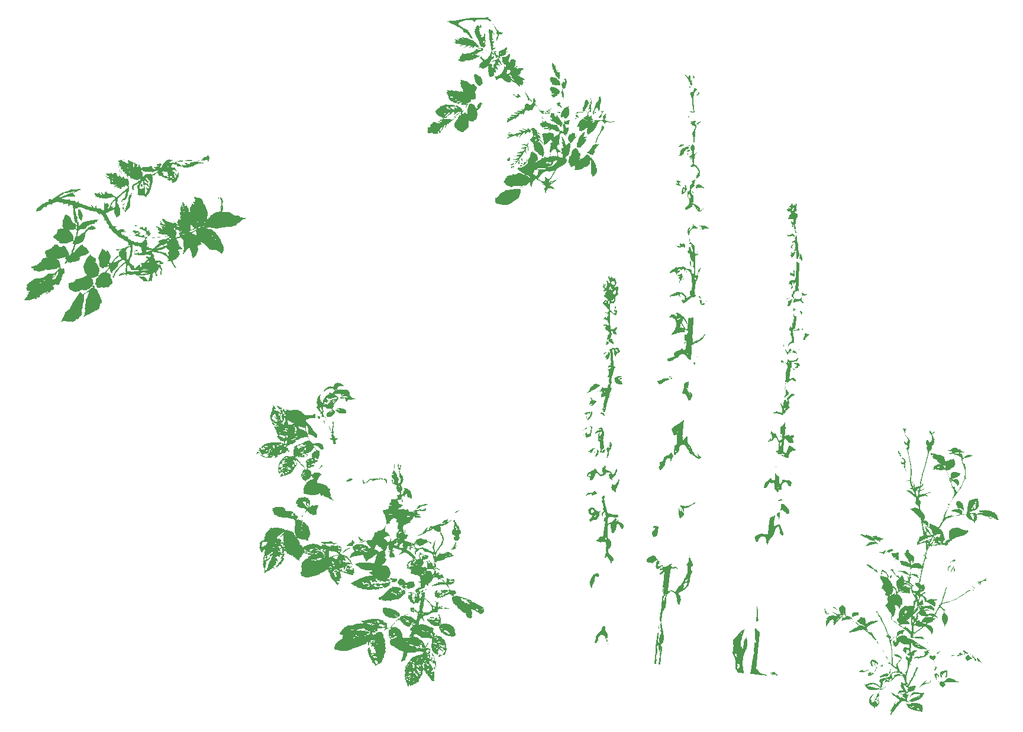
<source format=gbr>
%TF.GenerationSoftware,KiCad,Pcbnew,(6.0.9)*%
%TF.CreationDate,2023-04-16T13:36:14+02:00*%
%TF.ProjectId,iteMX_bottom,6974654d-585f-4626-9f74-746f6d2e6b69,v1.0.0*%
%TF.SameCoordinates,Original*%
%TF.FileFunction,Legend,Bot*%
%TF.FilePolarity,Positive*%
%FSLAX46Y46*%
G04 Gerber Fmt 4.6, Leading zero omitted, Abs format (unit mm)*
G04 Created by KiCad (PCBNEW (6.0.9)) date 2023-04-16 13:36:14*
%MOMM*%
%LPD*%
G01*
G04 APERTURE LIST*
G04 APERTURE END LIST*
%TO.C,G\u002A\u002A\u002A*%
G36*
X96134364Y37617075D02*
G01*
X96172472Y37592340D01*
X96222338Y37531264D01*
X96223042Y37486370D01*
X96201701Y37438853D01*
X96198388Y37427488D01*
X96169472Y37422162D01*
X96098935Y37424927D01*
X96070696Y37427557D01*
X95989730Y37440475D01*
X95955683Y37464633D01*
X95951990Y37512805D01*
X95952572Y37518661D01*
X95985432Y37597412D01*
X96051766Y37632138D01*
X96134364Y37617075D01*
G37*
G36*
X95279515Y27198975D02*
G01*
X95363592Y27179998D01*
X95386825Y27145837D01*
X95350507Y27094404D01*
X95346513Y27090769D01*
X95272228Y27049718D01*
X95205050Y27053288D01*
X95164918Y27100225D01*
X95164357Y27102223D01*
X95165753Y27169315D01*
X95217299Y27199068D01*
X95279515Y27198975D01*
G37*
G36*
X96490600Y36924646D02*
G01*
X96524472Y36885027D01*
X96542080Y36844601D01*
X96534253Y36836112D01*
X96530789Y36817006D01*
X96553095Y36778264D01*
X96579205Y36700922D01*
X96572266Y36581052D01*
X96569691Y36565747D01*
X96548341Y36459581D01*
X96529521Y36407920D01*
X96509040Y36402128D01*
X96496293Y36414437D01*
X96485241Y36460509D01*
X96486411Y36522907D01*
X96475884Y36611505D01*
X96440653Y36695037D01*
X96404079Y36779253D01*
X96396138Y36856452D01*
X96411479Y36914504D01*
X96444750Y36941279D01*
X96490600Y36924646D01*
G37*
G36*
X80246029Y30704161D02*
G01*
X80254150Y30635801D01*
X80250490Y30584403D01*
X80218151Y30492707D01*
X80165024Y30425907D01*
X80112484Y30367299D01*
X80111492Y30336802D01*
X80153416Y30342245D01*
X80215364Y30380223D01*
X80277501Y30421275D01*
X80311322Y30421406D01*
X80328090Y30397765D01*
X80338458Y30343308D01*
X80318048Y30270758D01*
X80262477Y30167551D01*
X80229465Y30114935D01*
X80179268Y30013939D01*
X80148635Y29909792D01*
X80146598Y29895027D01*
X80120512Y29803334D01*
X80053929Y29732000D01*
X80029802Y29714795D01*
X79966926Y29663230D01*
X79938501Y29621463D01*
X79939152Y29613027D01*
X79941306Y29564785D01*
X79925823Y29494656D01*
X79900980Y29428990D01*
X79875053Y29394141D01*
X79870112Y29393216D01*
X79850264Y29422698D01*
X79838127Y29484372D01*
X79849420Y29575853D01*
X79884786Y29659960D01*
X79934697Y29764287D01*
X79936740Y29856851D01*
X79888683Y29955669D01*
X79840366Y30018878D01*
X79762905Y30123928D01*
X79735942Y30192451D01*
X79759269Y30226143D01*
X79814574Y30229100D01*
X79875597Y30236891D01*
X79897829Y30261852D01*
X79876806Y30332469D01*
X79804856Y30381342D01*
X79735387Y30397048D01*
X79660233Y30411170D01*
X79617684Y30430622D01*
X79617549Y30430786D01*
X79621323Y30467180D01*
X79663472Y30510308D01*
X79723188Y30543898D01*
X79773383Y30552679D01*
X79829319Y30564251D01*
X79920087Y30600443D01*
X80025115Y30652934D01*
X80139596Y30710269D01*
X80210539Y30728165D01*
X80246029Y30704161D01*
G37*
G36*
X66131711Y8339147D02*
G01*
X66131874Y8332001D01*
X66104426Y8291650D01*
X66095124Y8286092D01*
X66068843Y8296092D01*
X66066671Y8319125D01*
X66087697Y8360595D01*
X66103421Y8365033D01*
X66131711Y8339147D01*
G37*
G36*
X82842024Y43437228D02*
G01*
X82936560Y43364703D01*
X83048841Y43286894D01*
X83091928Y43259269D01*
X83183459Y43195989D01*
X83256831Y43134026D01*
X83280490Y43107831D01*
X83332309Y43057096D01*
X83368872Y43040507D01*
X83405580Y43020209D01*
X83389076Y42970145D01*
X83370669Y42944811D01*
X83333848Y42918506D01*
X83300856Y42944167D01*
X83250595Y42972403D01*
X83161628Y42996064D01*
X83104733Y43004420D01*
X83005869Y43021401D01*
X82932832Y43045876D01*
X82912167Y43060279D01*
X82869946Y43080763D01*
X82802439Y43055850D01*
X82725703Y43025199D01*
X82671334Y43018047D01*
X82612479Y43009054D01*
X82522704Y42979921D01*
X82472752Y42959492D01*
X82373055Y42917349D01*
X82313922Y42902921D01*
X82277898Y42918112D01*
X82247530Y42964822D01*
X82236948Y42985199D01*
X82210501Y43061527D01*
X82227328Y43128538D01*
X82237182Y43146301D01*
X82274618Y43237111D01*
X82291291Y43314285D01*
X82311225Y43384461D01*
X82364325Y43414284D01*
X82390055Y43418669D01*
X82478291Y43437784D01*
X82584135Y43470246D01*
X82606927Y43478510D01*
X82734769Y43526608D01*
X82842024Y43437228D01*
G37*
G36*
X68259798Y7294862D02*
G01*
X68226863Y7450904D01*
X68224040Y7605671D01*
X68249311Y7742163D01*
X68300657Y7843382D01*
X68328121Y7870244D01*
X68404062Y7912419D01*
X68469422Y7923716D01*
X68506811Y7903135D01*
X68509597Y7880678D01*
X68488240Y7827371D01*
X68450908Y7767128D01*
X68403283Y7669393D01*
X68386017Y7564563D01*
X68401464Y7476806D01*
X68419916Y7449117D01*
X68462271Y7419452D01*
X68497351Y7441970D01*
X68499690Y7444805D01*
X68525341Y7510942D01*
X68526055Y7547256D01*
X68544987Y7611440D01*
X68603053Y7676296D01*
X68661793Y7732577D01*
X68691205Y7777632D01*
X68691766Y7780657D01*
X68716459Y7828444D01*
X68750078Y7865097D01*
X68788917Y7937618D01*
X68787700Y8030169D01*
X68747589Y8114467D01*
X68739471Y8123456D01*
X68701856Y8143584D01*
X68650743Y8125633D01*
X68595667Y8086595D01*
X68524114Y8037809D01*
X68473038Y8027994D01*
X68417914Y8051679D01*
X68365565Y8073944D01*
X68310517Y8070016D01*
X68231433Y8036487D01*
X68190861Y8015392D01*
X68101892Y7965195D01*
X68037226Y7923449D01*
X68017583Y7906749D01*
X67975182Y7889034D01*
X67908812Y7888643D01*
X67845951Y7902246D01*
X67814078Y7926512D01*
X67813719Y7931460D01*
X67841534Y8012853D01*
X67911155Y8087813D01*
X68029026Y8161096D01*
X68201589Y8237453D01*
X68257441Y8258858D01*
X68422450Y8320596D01*
X68536041Y8364303D01*
X68606099Y8394649D01*
X68640512Y8416302D01*
X68647166Y8433933D01*
X68633946Y8452212D01*
X68614516Y8470292D01*
X68529026Y8519090D01*
X68438910Y8523482D01*
X68389345Y8500157D01*
X68347794Y8482793D01*
X68321191Y8515302D01*
X68300591Y8570558D01*
X68298284Y8588454D01*
X68329308Y8621096D01*
X68403203Y8650330D01*
X68499369Y8670666D01*
X68597214Y8676616D01*
X68622660Y8674898D01*
X68708025Y8673258D01*
X68764433Y8685567D01*
X68771503Y8691179D01*
X68814381Y8717131D01*
X68846286Y8698064D01*
X68849414Y8673082D01*
X68856511Y8598916D01*
X68883440Y8488265D01*
X68923233Y8362213D01*
X68968923Y8241845D01*
X69013543Y8148245D01*
X69032459Y8119115D01*
X69068443Y8065252D01*
X69087084Y8008703D01*
X69090907Y7930887D01*
X69082437Y7813227D01*
X69078895Y7777401D01*
X69061526Y7630310D01*
X69036807Y7451371D01*
X69009060Y7271160D01*
X68998110Y7205732D01*
X68974605Y7050317D01*
X68963030Y6930179D01*
X68964268Y6856315D01*
X68968862Y6841670D01*
X68981943Y6790387D01*
X68990852Y6696163D01*
X68993647Y6580960D01*
X69000277Y6446230D01*
X69019025Y6316660D01*
X69041283Y6234033D01*
X69071883Y6101366D01*
X69074710Y5956910D01*
X69074275Y5952578D01*
X69055607Y5846661D01*
X69019203Y5777824D01*
X68967787Y5731043D01*
X68890785Y5664202D01*
X68804004Y5576435D01*
X68773514Y5542290D01*
X68713156Y5469644D01*
X68689557Y5426060D01*
X68697803Y5392683D01*
X68725695Y5358800D01*
X68770772Y5316190D01*
X68809148Y5318714D01*
X68850968Y5346676D01*
X68904360Y5398397D01*
X68924367Y5437533D01*
X68954853Y5476518D01*
X68989562Y5490397D01*
X69060249Y5521059D01*
X69113493Y5559335D01*
X69178348Y5597806D01*
X69241766Y5607931D01*
X69282679Y5589128D01*
X69287717Y5564153D01*
X69266360Y5510845D01*
X69229027Y5450602D01*
X69184562Y5363904D01*
X69165726Y5293187D01*
X69135579Y5207431D01*
X69091077Y5145195D01*
X69043873Y5105517D01*
X68999058Y5100073D01*
X68929856Y5127275D01*
X68914409Y5134707D01*
X68831493Y5167861D01*
X68780028Y5166847D01*
X68760614Y5155067D01*
X68699433Y5132839D01*
X68630305Y5130432D01*
X68541892Y5139724D01*
X68569011Y5397741D01*
X68580469Y5547415D01*
X68576896Y5646862D01*
X68557702Y5707686D01*
X68552885Y5714962D01*
X68531850Y5771657D01*
X68521888Y5873382D01*
X68522504Y6027408D01*
X68525946Y6112515D01*
X68530417Y6252862D01*
X68529797Y6368628D01*
X68524424Y6445827D01*
X68517233Y6470211D01*
X68500406Y6513646D01*
X68499803Y6561742D01*
X68480909Y6650810D01*
X68418503Y6724028D01*
X68336835Y6757521D01*
X68284726Y6791279D01*
X68258362Y6868603D01*
X68260849Y6973734D01*
X68279341Y7049313D01*
X68286530Y7138207D01*
X68432693Y7138207D01*
X68442703Y7061802D01*
X68496773Y7028452D01*
X68508338Y7026819D01*
X68543685Y7049098D01*
X68549979Y7093949D01*
X68530393Y7152824D01*
X68490534Y7183398D01*
X68450929Y7177922D01*
X68432693Y7138207D01*
X68286530Y7138207D01*
X68287762Y7153440D01*
X68288814Y7166444D01*
X68259798Y7294862D01*
G37*
G36*
X82759889Y27493244D02*
G01*
X82839184Y27478272D01*
X82883320Y27442130D01*
X82915235Y27365021D01*
X82917809Y27356928D01*
X82938568Y27274231D01*
X82942760Y27218838D01*
X82940015Y27210932D01*
X82890756Y27190696D01*
X82822153Y27218913D01*
X82746797Y27289149D01*
X82720875Y27322869D01*
X82670246Y27401315D01*
X82640940Y27460192D01*
X82637811Y27475261D01*
X82667769Y27491892D01*
X82738080Y27495016D01*
X82759889Y27493244D01*
G37*
G36*
X81286809Y35892324D02*
G01*
X81286934Y35884679D01*
X81259683Y35856546D01*
X81252039Y35856422D01*
X81223906Y35883673D01*
X81223782Y35891316D01*
X81251032Y35919450D01*
X81258677Y35919574D01*
X81286809Y35892324D01*
G37*
G36*
X83227965Y37596015D02*
G01*
X83263930Y37592381D01*
X83417847Y37575204D01*
X83523972Y37559048D01*
X83597758Y37539287D01*
X83654660Y37511298D01*
X83710134Y37470452D01*
X83732059Y37452275D01*
X83820037Y37385335D01*
X83901440Y37334532D01*
X83930412Y37321077D01*
X84014988Y37277184D01*
X84062188Y37241961D01*
X84099361Y37196569D01*
X84085322Y37157789D01*
X84071903Y37143779D01*
X84036735Y37123172D01*
X83977329Y37113870D01*
X83881727Y37115482D01*
X83737978Y37127618D01*
X83699248Y37131604D01*
X83374074Y37165781D01*
X83343312Y37073240D01*
X83309542Y37007166D01*
X83256161Y36988116D01*
X83226646Y36989727D01*
X83149888Y37011112D01*
X83106833Y37040630D01*
X83084319Y37102167D01*
X83081948Y37168358D01*
X83075295Y37258119D01*
X83046712Y37355278D01*
X83045918Y37357108D01*
X83007558Y37424978D01*
X82954965Y37458722D01*
X82866687Y37474308D01*
X82773525Y37493093D01*
X82737097Y37522432D01*
X82736904Y37528056D01*
X82772034Y37575423D01*
X82865095Y37602477D01*
X83016825Y37609312D01*
X83227965Y37596015D01*
G37*
G36*
X80006799Y27440015D02*
G01*
X80043105Y27385124D01*
X80065489Y27332391D01*
X80066631Y27321388D01*
X80047663Y27301125D01*
X80007579Y27325150D01*
X79983276Y27353959D01*
X79955959Y27412552D01*
X79956935Y27456944D01*
X79975637Y27466632D01*
X80006799Y27440015D01*
G37*
G36*
X94388087Y7542364D02*
G01*
X94387855Y7492392D01*
X94349721Y7445805D01*
X94291612Y7415847D01*
X94258371Y7442845D01*
X94253715Y7457492D01*
X94258946Y7529387D01*
X94308489Y7566746D01*
X94339702Y7568172D01*
X94388087Y7542364D01*
G37*
G36*
X81354304Y-9609300D02*
G01*
X81355578Y-9631464D01*
X81334110Y-9671691D01*
X81319023Y-9675509D01*
X81293698Y-9646988D01*
X81292425Y-9624826D01*
X81313892Y-9584598D01*
X81328980Y-9580781D01*
X81354304Y-9609300D01*
G37*
G36*
X96172041Y17189335D02*
G01*
X96211666Y17142060D01*
X96247132Y17097029D01*
X96288791Y17106578D01*
X96336698Y17123107D01*
X96354551Y17086848D01*
X96344095Y16998681D01*
X96323366Y16898810D01*
X96250204Y16965574D01*
X96176599Y17028666D01*
X96117928Y17073899D01*
X96068285Y17129177D01*
X96054056Y17168406D01*
X96070811Y17208319D01*
X96117271Y17214103D01*
X96172041Y17189335D01*
G37*
G36*
X81644138Y55134954D02*
G01*
X81646202Y55097626D01*
X81627585Y55047706D01*
X81607988Y55037792D01*
X81585112Y55066936D01*
X81583050Y55104263D01*
X81601666Y55154184D01*
X81621263Y55164097D01*
X81644138Y55134954D01*
G37*
G36*
X97514432Y27958510D02*
G01*
X97517182Y27953458D01*
X97557260Y27926800D01*
X97631162Y27909555D01*
X97632101Y27909455D01*
X97735670Y27872690D01*
X97797067Y27822304D01*
X97851459Y27771923D01*
X97892484Y27770776D01*
X97904721Y27779065D01*
X97976040Y27803264D01*
X98065033Y27796254D01*
X98136381Y27761808D01*
X98144237Y27753467D01*
X98175873Y27688833D01*
X98150979Y27649279D01*
X98073269Y27639821D01*
X98060863Y27640916D01*
X97981334Y27640815D01*
X97931814Y27625372D01*
X97929378Y27622810D01*
X97886513Y27608006D01*
X97805148Y27605206D01*
X97764846Y27608178D01*
X97671087Y27612346D01*
X97613101Y27593248D01*
X97564684Y27541450D01*
X97559423Y27534197D01*
X97503468Y27466128D01*
X97469026Y27454341D01*
X97448998Y27498433D01*
X97443989Y27527629D01*
X97443732Y27605893D01*
X97455058Y27649695D01*
X97453607Y27702763D01*
X97421516Y27777580D01*
X97412338Y27792402D01*
X97373856Y27871564D01*
X97363459Y27937678D01*
X97365219Y27945487D01*
X97405340Y27984931D01*
X97466274Y27989860D01*
X97514432Y27958510D01*
G37*
G36*
X79853709Y-2813931D02*
G01*
X79883144Y-2890005D01*
X79885396Y-2964645D01*
X79894422Y-3052628D01*
X79950279Y-3131216D01*
X79965882Y-3146056D01*
X80039411Y-3197235D01*
X80089638Y-3191025D01*
X80120660Y-3125525D01*
X80130267Y-3069813D01*
X80139787Y-3015376D01*
X80157013Y-3020164D01*
X80182887Y-3059382D01*
X80223655Y-3143856D01*
X80248139Y-3217844D01*
X80271863Y-3277577D01*
X80297515Y-3294971D01*
X80297602Y-3294930D01*
X80330964Y-3310065D01*
X80387423Y-3362941D01*
X80429358Y-3411208D01*
X80490446Y-3492704D01*
X80516396Y-3555871D01*
X80514723Y-3629420D01*
X80503110Y-3692836D01*
X80481448Y-3775899D01*
X80447707Y-3841801D01*
X80389378Y-3907748D01*
X80293953Y-3990949D01*
X80275180Y-4006380D01*
X80182318Y-4086531D01*
X80111898Y-4155163D01*
X80076211Y-4200062D01*
X80074157Y-4206156D01*
X80049204Y-4238586D01*
X79998930Y-4233172D01*
X79943318Y-4196566D01*
X79909446Y-4151338D01*
X79873017Y-4055388D01*
X79855845Y-3978098D01*
X79834701Y-3891516D01*
X79807752Y-3833766D01*
X79790872Y-3778307D01*
X79779248Y-3679168D01*
X79775024Y-3556091D01*
X79775197Y-3534153D01*
X79773837Y-3414574D01*
X79767027Y-3321081D01*
X79756144Y-3270526D01*
X79753372Y-3266866D01*
X79743984Y-3228967D01*
X79743434Y-3149914D01*
X79749849Y-3048193D01*
X79761361Y-2942288D01*
X79776097Y-2850682D01*
X79792187Y-2791862D01*
X79802646Y-2779980D01*
X79853709Y-2813931D01*
G37*
G36*
X97475654Y22546554D02*
G01*
X97501782Y22502993D01*
X97502056Y22494009D01*
X97474937Y22467678D01*
X97467357Y22467614D01*
X97442346Y22496229D01*
X97440955Y22520161D01*
X97459698Y22551235D01*
X97475654Y22546554D01*
G37*
G36*
X81428501Y57430644D02*
G01*
X81468539Y57391449D01*
X81446981Y57350506D01*
X81403749Y57327050D01*
X81339944Y57305316D01*
X81312548Y57318190D01*
X81301316Y57366555D01*
X81315689Y57424788D01*
X81369184Y57446268D01*
X81428501Y57430644D01*
G37*
G36*
X80727374Y21055048D02*
G01*
X80750976Y21004281D01*
X80756127Y20979223D01*
X80751630Y20908121D01*
X80706760Y20843802D01*
X80672237Y20812453D01*
X80595383Y20753238D01*
X80550354Y20738068D01*
X80525110Y20765069D01*
X80517550Y20788394D01*
X80530450Y20847048D01*
X80585942Y20920157D01*
X80592513Y20926627D01*
X80650585Y20988754D01*
X80682654Y21035003D01*
X80684601Y21041514D01*
X80700618Y21071493D01*
X80727374Y21055048D01*
G37*
G36*
X69345123Y25263755D02*
G01*
X69388726Y25234143D01*
X69423541Y25176292D01*
X69430509Y25136659D01*
X69402414Y25107973D01*
X69348013Y25104452D01*
X69299062Y25125551D01*
X69288882Y25139086D01*
X69288652Y25187829D01*
X69312278Y25240514D01*
X69344720Y25263793D01*
X69345123Y25263755D01*
G37*
G36*
X68202455Y5565112D02*
G01*
X68252528Y5490428D01*
X68252915Y5489548D01*
X68293003Y5420674D01*
X68332533Y5385801D01*
X68336218Y5385018D01*
X68361988Y5356253D01*
X68366243Y5297613D01*
X68350719Y5238314D01*
X68325838Y5210320D01*
X68296141Y5169114D01*
X68284663Y5122310D01*
X68268580Y5056842D01*
X68251932Y5030104D01*
X68229936Y4986377D01*
X68215444Y4919247D01*
X68188059Y4832805D01*
X68149630Y4776277D01*
X68089730Y4712102D01*
X68031982Y4642614D01*
X67969809Y4587675D01*
X67907567Y4567912D01*
X67906420Y4568017D01*
X67873306Y4578158D01*
X67857511Y4609182D01*
X67856261Y4675457D01*
X67865568Y4779823D01*
X67881721Y4897420D01*
X67901210Y4961150D01*
X67927160Y4980648D01*
X67930673Y4980492D01*
X67975057Y5002479D01*
X68017745Y5059134D01*
X68054764Y5148540D01*
X68083324Y5250623D01*
X68099407Y5345020D01*
X68098994Y5411371D01*
X68090589Y5428301D01*
X68072718Y5472730D01*
X68071718Y5526237D01*
X68097148Y5586034D01*
X68145694Y5597986D01*
X68202455Y5565112D01*
G37*
G36*
X80720623Y43470087D02*
G01*
X80756811Y43430279D01*
X80797947Y43354384D01*
X80833939Y43266320D01*
X80854693Y43190010D01*
X80853899Y43154222D01*
X80855925Y43105734D01*
X80864974Y43095305D01*
X80885666Y43048933D01*
X80886723Y43011751D01*
X80892611Y42930271D01*
X80905220Y42883992D01*
X80938105Y42797548D01*
X80957006Y42748174D01*
X80969502Y42683990D01*
X80952013Y42657955D01*
X80913545Y42681738D01*
X80909478Y42686575D01*
X80869606Y42723911D01*
X80855848Y42729989D01*
X80823757Y42706025D01*
X80785258Y42644109D01*
X80752387Y42567053D01*
X80737830Y42506360D01*
X80701211Y42395320D01*
X80622628Y42279248D01*
X80528029Y42188992D01*
X80464047Y42147812D01*
X80429004Y42149121D01*
X80416610Y42166656D01*
X80394372Y42189167D01*
X80369238Y42153960D01*
X80366205Y42147174D01*
X80317034Y42096922D01*
X80250550Y42095495D01*
X80190608Y42143367D01*
X80190403Y42143673D01*
X80183079Y42191293D01*
X80186248Y42284035D01*
X80197709Y42406591D01*
X80215260Y42543653D01*
X80236698Y42679915D01*
X80259822Y42800072D01*
X80282430Y42888813D01*
X80302319Y42930836D01*
X80303775Y42931744D01*
X80319877Y42968470D01*
X80321444Y43024435D01*
X80337576Y43095637D01*
X80387657Y43124457D01*
X80451611Y43101679D01*
X80464373Y43090047D01*
X80484399Y43050236D01*
X80491257Y42978037D01*
X80485297Y42862156D01*
X80474727Y42758156D01*
X80456809Y42622816D01*
X80436626Y42506507D01*
X80417536Y42427465D01*
X80410591Y42409651D01*
X80389130Y42342440D01*
X80389453Y42308702D01*
X80417522Y42280139D01*
X80463647Y42295355D01*
X80512654Y42344019D01*
X80549369Y42415801D01*
X80550074Y42418049D01*
X80574857Y42518006D01*
X80599402Y42649959D01*
X80621775Y42798161D01*
X80640039Y42946863D01*
X80652259Y43080320D01*
X80656500Y43182782D01*
X80650899Y43238324D01*
X80641923Y43303199D01*
X80653150Y43378462D01*
X80677922Y43441978D01*
X80709578Y43471614D01*
X80720623Y43470087D01*
G37*
G36*
X94991522Y14586988D02*
G01*
X95052063Y14568662D01*
X95066977Y14519082D01*
X95065544Y14499396D01*
X95044236Y14439051D01*
X94994095Y14427093D01*
X94944045Y14444641D01*
X94933990Y14462725D01*
X94929136Y14516737D01*
X94923121Y14543680D01*
X94928137Y14581091D01*
X94979976Y14588041D01*
X94991522Y14586988D01*
G37*
G36*
X82372275Y48067754D02*
G01*
X82373548Y48045590D01*
X82352080Y48005363D01*
X82336994Y48001545D01*
X82311668Y48030066D01*
X82310396Y48052228D01*
X82331862Y48092457D01*
X82346950Y48096273D01*
X82372275Y48067754D01*
G37*
G36*
X82170415Y-2020253D02*
G01*
X82179006Y-2042375D01*
X82144165Y-2077742D01*
X82071682Y-2131645D01*
X81978875Y-2193156D01*
X81883066Y-2251346D01*
X81801571Y-2295287D01*
X81751712Y-2314049D01*
X81748441Y-2314069D01*
X81694977Y-2328679D01*
X81633003Y-2365785D01*
X81565634Y-2405238D01*
X81517169Y-2417460D01*
X81480263Y-2440061D01*
X81469450Y-2473140D01*
X81436874Y-2520329D01*
X81356455Y-2578466D01*
X81241608Y-2641776D01*
X81105745Y-2704481D01*
X80962280Y-2760805D01*
X80824630Y-2804969D01*
X80706206Y-2831199D01*
X80629322Y-2834942D01*
X80538768Y-2837571D01*
X80491648Y-2874539D01*
X80483271Y-2953572D01*
X80500193Y-3047635D01*
X80513076Y-3146519D01*
X80507891Y-3238771D01*
X80487590Y-3305389D01*
X80456752Y-3327602D01*
X80436929Y-3298781D01*
X80402386Y-3223630D01*
X80359174Y-3115828D01*
X80338581Y-3060499D01*
X80272193Y-2903186D01*
X80194079Y-2756074D01*
X80120167Y-2647797D01*
X80036100Y-2523831D01*
X80007957Y-2424275D01*
X80036085Y-2350889D01*
X80058165Y-2332455D01*
X80098714Y-2324902D01*
X80147540Y-2361781D01*
X80184146Y-2405637D01*
X80269338Y-2489576D01*
X80355335Y-2514793D01*
X80446639Y-2488812D01*
X80513620Y-2472235D01*
X80572087Y-2501998D01*
X80647905Y-2540926D01*
X80731267Y-2556610D01*
X80795553Y-2545386D01*
X80808537Y-2534530D01*
X80853881Y-2515846D01*
X80919791Y-2514298D01*
X80996202Y-2507420D01*
X81103945Y-2480092D01*
X81195683Y-2447521D01*
X81301214Y-2408366D01*
X81387775Y-2382784D01*
X81431118Y-2376491D01*
X81475292Y-2364082D01*
X81482397Y-2349956D01*
X81510510Y-2323467D01*
X81526489Y-2322665D01*
X81581489Y-2305179D01*
X81679736Y-2247623D01*
X81817326Y-2152464D01*
X81937882Y-2062571D01*
X82042546Y-2003034D01*
X82119991Y-1996379D01*
X82170415Y-2020253D01*
G37*
G36*
X68343912Y-20591137D02*
G01*
X68450947Y-20497810D01*
X68537513Y-20418139D01*
X68593486Y-20361713D01*
X68609437Y-20339702D01*
X68621871Y-20320346D01*
X68909243Y-20320346D01*
X68927647Y-20366781D01*
X68956386Y-20379901D01*
X68999300Y-20361156D01*
X69009058Y-20350730D01*
X69017808Y-20302962D01*
X68987795Y-20267143D01*
X68941562Y-20266227D01*
X68932155Y-20272413D01*
X68909243Y-20320346D01*
X68621871Y-20320346D01*
X68633969Y-20301512D01*
X68643550Y-20292421D01*
X68685647Y-20252478D01*
X68731888Y-20200865D01*
X68760272Y-20126109D01*
X68778366Y-20008171D01*
X68778539Y-20006535D01*
X68792726Y-19899138D01*
X68814893Y-19832565D01*
X68857116Y-19784270D01*
X68922629Y-19737548D01*
X69047255Y-19677207D01*
X69145430Y-19665498D01*
X69210958Y-19680162D01*
X69245786Y-19718976D01*
X69267454Y-19801517D01*
X69267497Y-19801750D01*
X69278042Y-19909919D01*
X69277621Y-20040086D01*
X69273235Y-20098992D01*
X69266301Y-20197353D01*
X69276504Y-20267584D01*
X69312258Y-20334743D01*
X69381982Y-20423880D01*
X69382663Y-20424705D01*
X69448709Y-20511013D01*
X69493304Y-20581424D01*
X69506150Y-20616658D01*
X69515885Y-20665838D01*
X69545090Y-20748978D01*
X69566317Y-20799903D01*
X69605155Y-20930107D01*
X69617565Y-21069771D01*
X69604773Y-21200060D01*
X69568006Y-21302138D01*
X69530820Y-21345188D01*
X69472059Y-21379819D01*
X69440528Y-21388533D01*
X69398154Y-21403953D01*
X69337872Y-21443099D01*
X69262270Y-21500508D01*
X69255490Y-21378571D01*
X69228133Y-21258629D01*
X69155484Y-21135126D01*
X69031401Y-20998016D01*
X69010916Y-20978426D01*
X68923575Y-20908644D01*
X68841947Y-20877979D01*
X68754553Y-20888334D01*
X68649920Y-20941614D01*
X68516571Y-21039720D01*
X68484382Y-21065757D01*
X68240841Y-21264827D01*
X68218582Y-21537302D01*
X68206331Y-21670791D01*
X68192937Y-21755933D01*
X68173568Y-21807773D01*
X68143395Y-21841358D01*
X68114582Y-21861230D01*
X68038000Y-21946222D01*
X68010760Y-22028974D01*
X67981746Y-22116676D01*
X67936126Y-22149503D01*
X67932320Y-22149930D01*
X67886399Y-22141115D01*
X67878889Y-22126737D01*
X67866498Y-22080116D01*
X67842847Y-22032815D01*
X67810966Y-21986745D01*
X67782759Y-21991881D01*
X67750510Y-22024940D01*
X67703387Y-22059732D01*
X67676134Y-22057187D01*
X67674790Y-22013113D01*
X67698663Y-21938274D01*
X67737825Y-21854796D01*
X67782354Y-21784800D01*
X67811413Y-21755663D01*
X67836544Y-21717980D01*
X67858672Y-21636258D01*
X67879422Y-21503146D01*
X67892839Y-21386528D01*
X67910281Y-21232942D01*
X67926431Y-21129809D01*
X67944750Y-21064259D01*
X67968706Y-21023426D01*
X67997583Y-20997437D01*
X68052954Y-20935377D01*
X68074031Y-20880805D01*
X68101574Y-20830489D01*
X68171292Y-20751125D01*
X68222994Y-20701479D01*
X68384413Y-20701479D01*
X68391423Y-20733941D01*
X68428801Y-20757386D01*
X68443195Y-20753866D01*
X68460003Y-20721786D01*
X68447180Y-20700023D01*
X68406629Y-20677475D01*
X68384413Y-20701479D01*
X68222994Y-20701479D01*
X68238919Y-20686187D01*
X68274646Y-20651881D01*
X68343912Y-20591137D01*
G37*
G36*
X96897134Y18713010D02*
G01*
X96905057Y18660382D01*
X96878786Y18566970D01*
X96849167Y18494090D01*
X96786575Y18366435D01*
X96720863Y18281755D01*
X96633657Y18221385D01*
X96539280Y18179318D01*
X96419573Y18140796D01*
X96303378Y18127472D01*
X96158584Y18135688D01*
X96157393Y18135812D01*
X95942418Y18158407D01*
X95925002Y17944745D01*
X95920554Y17819869D01*
X95926340Y17707802D01*
X95938940Y17640939D01*
X95955159Y17565210D01*
X95934251Y17516017D01*
X95927761Y17509275D01*
X95903013Y17463704D01*
X95916187Y17443812D01*
X95937178Y17396782D01*
X95939045Y17342794D01*
X95918906Y17284986D01*
X95863592Y17272954D01*
X95853866Y17273818D01*
X95785378Y17268465D01*
X95748018Y17243301D01*
X95757125Y17209557D01*
X95761318Y17206038D01*
X95765840Y17168837D01*
X95761733Y17076069D01*
X95749643Y16934991D01*
X95730215Y16752855D01*
X95704094Y16536914D01*
X95696453Y16477410D01*
X95665176Y16231023D01*
X95643375Y16040247D01*
X95631330Y15897857D01*
X95629325Y15796633D01*
X95637641Y15729352D01*
X95656562Y15688792D01*
X95686370Y15667731D01*
X95727347Y15658948D01*
X95728472Y15658828D01*
X95787920Y15674520D01*
X95859922Y15720303D01*
X95865563Y15725056D01*
X95979823Y15801613D01*
X96104453Y15851164D01*
X96212549Y15863348D01*
X96268410Y15834476D01*
X96346568Y15763900D01*
X96426991Y15672201D01*
X96508212Y15563185D01*
X96551594Y15482331D01*
X96564827Y15413541D01*
X96563477Y15386494D01*
X96549371Y15316798D01*
X96514853Y15292839D01*
X96462960Y15294306D01*
X96376918Y15325703D01*
X96322612Y15372907D01*
X96258058Y15428577D01*
X96199914Y15449653D01*
X96136309Y15468874D01*
X96111536Y15490867D01*
X96064620Y15523391D01*
X95982324Y15532013D01*
X95888267Y15516326D01*
X95837018Y15495608D01*
X95644598Y15386479D01*
X95496055Y15285196D01*
X95399016Y15197062D01*
X95387891Y15183378D01*
X95323133Y15115044D01*
X95278082Y15106845D01*
X95251730Y15158891D01*
X95245996Y15198740D01*
X95228831Y15275927D01*
X95200300Y15294754D01*
X95165414Y15252851D01*
X95159323Y15239774D01*
X95108488Y15191590D01*
X95066914Y15185637D01*
X95041204Y15190619D01*
X95025192Y15205717D01*
X95018923Y15240798D01*
X95022441Y15305725D01*
X95035793Y15410362D01*
X95059023Y15564575D01*
X95068936Y15628493D01*
X95095508Y15805450D01*
X95111328Y15929615D01*
X95116882Y16010698D01*
X95112649Y16058405D01*
X95099108Y16082445D01*
X95091679Y16087365D01*
X95074912Y16105119D01*
X95066965Y16143298D01*
X95068258Y16211425D01*
X95079206Y16319025D01*
X95100227Y16475623D01*
X95112404Y16559961D01*
X95144876Y16762950D01*
X95175482Y16916621D01*
X95203105Y17015971D01*
X95222211Y17052883D01*
X95278549Y17141483D01*
X95318617Y17266696D01*
X95337517Y17402667D01*
X95330354Y17523534D01*
X95318763Y17562678D01*
X95278452Y17638297D01*
X95217006Y17729159D01*
X95147140Y17819193D01*
X95081569Y17892332D01*
X95033008Y17932504D01*
X95023590Y17935731D01*
X94986026Y17957218D01*
X94983371Y17970000D01*
X95010999Y18011161D01*
X95067918Y18009166D01*
X95108823Y17985644D01*
X95179477Y17960916D01*
X95244036Y17995699D01*
X95295816Y18086006D01*
X95300774Y18100144D01*
X95327021Y18160134D01*
X95358506Y18167984D01*
X95390918Y18149537D01*
X95429185Y18107846D01*
X95435456Y18043465D01*
X95426307Y17986403D01*
X95413664Y17898411D01*
X95425985Y17866198D01*
X95467394Y17885564D01*
X95499109Y17912210D01*
X95554104Y17980886D01*
X95547740Y18033371D01*
X95519047Y18054826D01*
X95488101Y18102299D01*
X95483770Y18174810D01*
X95485861Y18240007D01*
X95465354Y18256505D01*
X95429436Y18245373D01*
X95365357Y18223830D01*
X95337558Y18239678D01*
X95324892Y18300588D01*
X95326854Y18385291D01*
X95352113Y18449482D01*
X95391327Y18471728D01*
X95431659Y18451663D01*
X95500562Y18404369D01*
X95536906Y18376615D01*
X95623528Y18319163D01*
X95718248Y18284835D01*
X95847884Y18264138D01*
X95857666Y18263090D01*
X95966103Y18256291D01*
X96048346Y18259650D01*
X96084509Y18271172D01*
X96130736Y18291252D01*
X96182556Y18292792D01*
X96249928Y18297762D01*
X96280603Y18314412D01*
X96326963Y18334703D01*
X96376839Y18336222D01*
X96449130Y18354539D01*
X96540159Y18412725D01*
X96633956Y18497471D01*
X96714555Y18595469D01*
X96742725Y18641193D01*
X96800328Y18713713D01*
X96855220Y18732891D01*
X96897134Y18713010D01*
G37*
G36*
X97022612Y19928443D02*
G01*
X97038678Y19905174D01*
X97019944Y19858497D01*
X96983693Y19818517D01*
X96924751Y19782677D01*
X96901212Y19798978D01*
X96901313Y19815773D01*
X96926395Y19860143D01*
X96975444Y19906522D01*
X97020055Y19928528D01*
X97022612Y19928443D01*
G37*
G36*
X96040395Y28970646D02*
G01*
X96110882Y28952243D01*
X96137675Y28911633D01*
X96120658Y28841620D01*
X96059714Y28735007D01*
X96036039Y28699492D01*
X95951931Y28585822D01*
X95891246Y28528445D01*
X95851100Y28525861D01*
X95828608Y28576566D01*
X95826341Y28590319D01*
X95837472Y28685157D01*
X95875752Y28767886D01*
X95919182Y28849283D01*
X95942385Y28917928D01*
X95942917Y28921948D01*
X95965696Y28963984D01*
X96030498Y28971570D01*
X96040395Y28970646D01*
G37*
G36*
X70077276Y6580950D02*
G01*
X70125004Y6502688D01*
X70160432Y6391851D01*
X70179079Y6258744D01*
X70176463Y6113673D01*
X70175924Y6108442D01*
X70139900Y5899588D01*
X70075030Y5727037D01*
X69971343Y5566463D01*
X69935796Y5522477D01*
X69875184Y5446643D01*
X69836258Y5382217D01*
X69811922Y5309488D01*
X69795080Y5208747D01*
X69782413Y5096437D01*
X69760722Y4933851D01*
X69734214Y4823425D01*
X69700060Y4753850D01*
X69695093Y4747438D01*
X69658262Y4685291D01*
X69653606Y4641728D01*
X69656318Y4590315D01*
X69641052Y4509942D01*
X69637733Y4498330D01*
X69608596Y4425318D01*
X69568074Y4398490D01*
X69514013Y4399053D01*
X69449858Y4413906D01*
X69425608Y4435364D01*
X69443220Y4477853D01*
X69482765Y4547200D01*
X69490078Y4558830D01*
X69520704Y4618112D01*
X69540738Y4690970D01*
X69552986Y4793412D01*
X69560258Y4941443D01*
X69560915Y4962523D01*
X69563558Y5142951D01*
X69557129Y5274897D01*
X69538891Y5373058D01*
X69506102Y5452135D01*
X69456025Y5526829D01*
X69455669Y5527290D01*
X69414970Y5594612D01*
X69413255Y5653352D01*
X69455546Y5716236D01*
X69546872Y5795987D01*
X69568394Y5812722D01*
X69641958Y5863372D01*
X69695155Y5876269D01*
X69754436Y5856566D01*
X69765502Y5851109D01*
X69837323Y5824277D01*
X69883815Y5836220D01*
X69895525Y5846319D01*
X69917338Y5885046D01*
X69887604Y5911182D01*
X69858741Y5945827D01*
X69850488Y6018128D01*
X69856440Y6104501D01*
X69861253Y6202971D01*
X69854534Y6274244D01*
X69844618Y6295760D01*
X69829731Y6338677D01*
X69826943Y6419915D01*
X69829831Y6458823D01*
X69845019Y6542248D01*
X69866323Y6590615D01*
X69876146Y6595733D01*
X69892010Y6565532D01*
X69895802Y6492939D01*
X69892788Y6450322D01*
X69889644Y6353883D01*
X69907722Y6309104D01*
X69922586Y6303528D01*
X69973947Y6321862D01*
X69988739Y6388068D01*
X69971615Y6477888D01*
X69956681Y6552176D01*
X69961022Y6596559D01*
X69962838Y6598530D01*
X70021727Y6616332D01*
X70077276Y6580950D01*
G37*
G36*
X69659910Y17019325D02*
G01*
X69652953Y16990367D01*
X69633064Y16968426D01*
X69614939Y16994491D01*
X69608239Y17042195D01*
X69615356Y17054065D01*
X69647117Y17055968D01*
X69659910Y17019325D01*
G37*
G36*
X67025506Y10948043D02*
G01*
X67091044Y10919940D01*
X67116160Y10887776D01*
X67106926Y10818770D01*
X67048179Y10766728D01*
X66953333Y10740144D01*
X66882846Y10740118D01*
X66797201Y10741695D01*
X66735627Y10717888D01*
X66671194Y10656517D01*
X66653732Y10636499D01*
X66591045Y10569742D01*
X66543715Y10530422D01*
X66530342Y10525624D01*
X66491843Y10546836D01*
X66426705Y10592771D01*
X66410680Y10604989D01*
X66349485Y10662432D01*
X66319480Y10710640D01*
X66318821Y10718172D01*
X66352678Y10777686D01*
X66426620Y10830777D01*
X66517588Y10864270D01*
X66582233Y10868698D01*
X66658282Y10869984D01*
X66703569Y10887568D01*
X66703791Y10887847D01*
X66750018Y10907927D01*
X66801838Y10909467D01*
X66869210Y10914437D01*
X66899885Y10931087D01*
X66951518Y10953816D01*
X67025506Y10948043D01*
G37*
G36*
X81395410Y46063384D02*
G01*
X81396683Y46041221D01*
X81375215Y46000993D01*
X81360129Y45997175D01*
X81334803Y46025696D01*
X81333531Y46047858D01*
X81354997Y46088087D01*
X81370085Y46091903D01*
X81395410Y46063384D01*
G37*
G36*
X66607162Y8677979D02*
G01*
X66599839Y8630107D01*
X66539783Y8560819D01*
X66493499Y8521846D01*
X66385260Y8453985D01*
X66303980Y8440450D01*
X66262369Y8466034D01*
X66271643Y8498966D01*
X66319457Y8551128D01*
X66389520Y8609715D01*
X66465549Y8661924D01*
X66531253Y8694949D01*
X66560143Y8700128D01*
X66607162Y8677979D01*
G37*
G36*
X82999626Y27027215D02*
G01*
X83048824Y26918632D01*
X83049825Y26847280D01*
X83046456Y26752607D01*
X83053881Y26635060D01*
X83059341Y26591818D01*
X83077722Y26497627D01*
X83103560Y26449829D01*
X83147790Y26431407D01*
X83163772Y26429317D01*
X83247375Y26437280D01*
X83344037Y26467920D01*
X83355309Y26473036D01*
X83429674Y26506243D01*
X83475906Y26523071D01*
X83480345Y26523624D01*
X83494276Y26496410D01*
X83482477Y26434008D01*
X83451015Y26356204D01*
X83406843Y26283932D01*
X83356387Y26226690D01*
X83304666Y26201476D01*
X83226790Y26199758D01*
X83175143Y26204528D01*
X83072006Y26221743D01*
X83025424Y26247010D01*
X83021263Y26263642D01*
X83004823Y26316614D01*
X82964800Y26373332D01*
X82901977Y26458543D01*
X82843874Y26563295D01*
X82801189Y26665220D01*
X82784621Y26741949D01*
X82784985Y26749315D01*
X82774204Y26819401D01*
X82759922Y26845187D01*
X82751412Y26879238D01*
X82792865Y26896751D01*
X82848523Y26933521D01*
X82895054Y27004394D01*
X82896475Y27007823D01*
X82936040Y27105737D01*
X82999626Y27027215D01*
G37*
G36*
X77384207Y-15575652D02*
G01*
X77397161Y-15485707D01*
X77418328Y-15446725D01*
X77420024Y-15445801D01*
X77455862Y-15401711D01*
X77464126Y-15370417D01*
X77489626Y-15308107D01*
X77541710Y-15239740D01*
X77606680Y-15146967D01*
X77613321Y-15065348D01*
X77581552Y-15016722D01*
X77559057Y-14962972D01*
X77546428Y-14865245D01*
X77543097Y-14742202D01*
X77548493Y-14612503D01*
X77562044Y-14494806D01*
X77583182Y-14407773D01*
X77601146Y-14376059D01*
X77641234Y-14311195D01*
X77662575Y-14240900D01*
X77662929Y-14172184D01*
X77622453Y-14135673D01*
X77589833Y-14123902D01*
X77502235Y-14096602D01*
X77620134Y-12974862D01*
X77651230Y-12676579D01*
X77675636Y-12435452D01*
X77693716Y-12245530D01*
X77705835Y-12100863D01*
X77712359Y-11995499D01*
X77713651Y-11923488D01*
X77710076Y-11878878D01*
X77702000Y-11855718D01*
X77689787Y-11848060D01*
X77689201Y-11847990D01*
X77640515Y-11868742D01*
X77584403Y-11926388D01*
X77575952Y-11938299D01*
X77517736Y-12010275D01*
X77434962Y-12095508D01*
X77341143Y-12182137D01*
X77249793Y-12258297D01*
X77174421Y-12312128D01*
X77128542Y-12331767D01*
X77127831Y-12331711D01*
X77086406Y-12301590D01*
X77074508Y-12275608D01*
X77066612Y-12172806D01*
X77107036Y-12080166D01*
X77201833Y-11984842D01*
X77217321Y-11972478D01*
X77331099Y-11871902D01*
X77417354Y-11773191D01*
X77464877Y-11689880D01*
X77470278Y-11666941D01*
X77448447Y-11635696D01*
X77384973Y-11629420D01*
X77296655Y-11648256D01*
X77252898Y-11665131D01*
X77178607Y-11691119D01*
X77132107Y-11683003D01*
X77106993Y-11661850D01*
X77075881Y-11596699D01*
X77070317Y-11523634D01*
X77083366Y-11463126D01*
X77118572Y-11441520D01*
X77189903Y-11444338D01*
X77258623Y-11444325D01*
X77317626Y-11420624D01*
X77386026Y-11362946D01*
X77435234Y-11312317D01*
X77514631Y-11232647D01*
X77574271Y-11191272D01*
X77635322Y-11177935D01*
X77705966Y-11181148D01*
X77854712Y-11171023D01*
X78028970Y-11121030D01*
X78210671Y-11037483D01*
X78333400Y-10961872D01*
X78490429Y-10854981D01*
X78604856Y-10781734D01*
X78684760Y-10737519D01*
X78738218Y-10717718D01*
X78763824Y-10715867D01*
X78804988Y-10740654D01*
X78801119Y-10791981D01*
X78755992Y-10855773D01*
X78717264Y-10889356D01*
X78655565Y-10951380D01*
X78624539Y-11012958D01*
X78624166Y-11015759D01*
X78645864Y-11078514D01*
X78711057Y-11144788D01*
X78801728Y-11204507D01*
X78899851Y-11247598D01*
X78987408Y-11263989D01*
X79040949Y-11248703D01*
X79105519Y-11217322D01*
X79205026Y-11188579D01*
X79311034Y-11169170D01*
X79393606Y-11165639D01*
X79461069Y-11195285D01*
X79520514Y-11255217D01*
X79548778Y-11320636D01*
X79548706Y-11331707D01*
X79565707Y-11379984D01*
X79588457Y-11409112D01*
X79619846Y-11466492D01*
X79622095Y-11526606D01*
X79596955Y-11564450D01*
X79577367Y-11567571D01*
X79530968Y-11541087D01*
X79474388Y-11482558D01*
X79469644Y-11476437D01*
X79382615Y-11402895D01*
X79283036Y-11381749D01*
X79188018Y-11415712D01*
X79171331Y-11429120D01*
X79104241Y-11461469D01*
X79013842Y-11474208D01*
X78925132Y-11467464D01*
X78863110Y-11441362D01*
X78852251Y-11427509D01*
X78805283Y-11392606D01*
X78733597Y-11395825D01*
X78666285Y-11433071D01*
X78652204Y-11451317D01*
X78638251Y-11483706D01*
X78623585Y-11535483D01*
X78607367Y-11611892D01*
X78588755Y-11718181D01*
X78566911Y-11859593D01*
X78540992Y-12041376D01*
X78510157Y-12268772D01*
X78473569Y-12547028D01*
X78430384Y-12881389D01*
X78415018Y-13001228D01*
X78369964Y-13354536D01*
X78332773Y-13650367D01*
X78302912Y-13894190D01*
X78279854Y-14091468D01*
X78263068Y-14247672D01*
X78252027Y-14368266D01*
X78246202Y-14458719D01*
X78245061Y-14524496D01*
X78248076Y-14571065D01*
X78254719Y-14603892D01*
X78258743Y-14615617D01*
X78296914Y-14684603D01*
X78349250Y-14706658D01*
X78378632Y-14705987D01*
X78448171Y-14679509D01*
X78466759Y-14639608D01*
X78496068Y-14592063D01*
X78536161Y-14586775D01*
X78588735Y-14580348D01*
X78602277Y-14565214D01*
X78631425Y-14528815D01*
X78701136Y-14530849D01*
X78802494Y-14569950D01*
X78866744Y-14605692D01*
X78958642Y-14658643D01*
X79031341Y-14695223D01*
X79061470Y-14705837D01*
X79093676Y-14730803D01*
X79094574Y-14741241D01*
X79118858Y-14768423D01*
X79164691Y-14780536D01*
X79249209Y-14762324D01*
X79331730Y-14704768D01*
X79387637Y-14627853D01*
X79397650Y-14591378D01*
X79427047Y-14520889D01*
X79455992Y-14491904D01*
X79502432Y-14433125D01*
X79514319Y-14392583D01*
X79539882Y-14333755D01*
X79601187Y-14244049D01*
X79683186Y-14141329D01*
X80419679Y-14141329D01*
X80431618Y-14162524D01*
X80496496Y-14214005D01*
X80578356Y-14206987D01*
X80647564Y-14162213D01*
X80713004Y-14092957D01*
X80785889Y-13998222D01*
X80853549Y-13896838D01*
X80903320Y-13807637D01*
X80922308Y-13753753D01*
X80948770Y-13689321D01*
X80965636Y-13670968D01*
X80994409Y-13617559D01*
X81000768Y-13564521D01*
X80987626Y-13511715D01*
X80941431Y-13481556D01*
X80876352Y-13465761D01*
X80795605Y-13457718D01*
X80728233Y-13475354D01*
X80648638Y-13526991D01*
X80620178Y-13549070D01*
X80520035Y-13648119D01*
X80478227Y-13746931D01*
X80490816Y-13857685D01*
X80506686Y-13899989D01*
X80526247Y-13964692D01*
X80506985Y-14010924D01*
X80469478Y-14046785D01*
X80421138Y-14098806D01*
X80419679Y-14141329D01*
X79683186Y-14141329D01*
X79687531Y-14135886D01*
X79779659Y-14031383D01*
X79788207Y-14021687D01*
X79892514Y-13913876D01*
X79989748Y-13824874D01*
X80032483Y-13791224D01*
X80112804Y-13717747D01*
X80204763Y-13611057D01*
X80297582Y-13486671D01*
X80380481Y-13360103D01*
X80442681Y-13246867D01*
X80473403Y-13162481D01*
X80474011Y-13158213D01*
X80653788Y-13158213D01*
X80720134Y-13224555D01*
X80787735Y-13278982D01*
X80848147Y-13287516D01*
X80917827Y-13248063D01*
X80980154Y-13191536D01*
X81061062Y-13099799D01*
X81115369Y-13013321D01*
X81134982Y-12946727D01*
X81128178Y-12924037D01*
X81090157Y-12921944D01*
X81015285Y-12944120D01*
X80921634Y-12982964D01*
X80827279Y-13030873D01*
X80750291Y-13080247D01*
X80742824Y-13086114D01*
X80653788Y-13158213D01*
X80474011Y-13158213D01*
X80474460Y-13155056D01*
X80478650Y-13139805D01*
X80498364Y-13068046D01*
X80547598Y-12955546D01*
X80609283Y-12842784D01*
X80670539Y-12754985D01*
X80688553Y-12735705D01*
X80736800Y-12661618D01*
X80757400Y-12589038D01*
X80781447Y-12510656D01*
X80818408Y-12464207D01*
X80856417Y-12411260D01*
X80881378Y-12327095D01*
X80882946Y-12315437D01*
X80906278Y-12221703D01*
X80945374Y-12148437D01*
X80948791Y-12144579D01*
X80974454Y-12101675D01*
X80996522Y-12026672D01*
X81016987Y-11909971D01*
X81037845Y-11741975D01*
X81043682Y-11687718D01*
X81060876Y-11507478D01*
X81068387Y-11375247D01*
X81066059Y-11276253D01*
X81053737Y-11195725D01*
X81037903Y-11138745D01*
X81001538Y-11042430D01*
X80964243Y-10968568D01*
X80949582Y-10948771D01*
X80903924Y-10867079D01*
X80913397Y-10785161D01*
X80955668Y-10735593D01*
X81007199Y-10685494D01*
X81025025Y-10650242D01*
X81051545Y-10605604D01*
X81102394Y-10559566D01*
X81136735Y-10530303D01*
X81159147Y-10493076D01*
X81172989Y-10433833D01*
X81181626Y-10338523D01*
X81188081Y-10201534D01*
X81200352Y-9896604D01*
X81286599Y-9867753D01*
X81374655Y-9859073D01*
X81431487Y-9904429D01*
X81458369Y-9993637D01*
X81480927Y-10071318D01*
X81524480Y-10171221D01*
X81578387Y-10273324D01*
X81632008Y-10357604D01*
X81674700Y-10404041D01*
X81677251Y-10405484D01*
X81710145Y-10452785D01*
X81703772Y-10527047D01*
X81662955Y-10609533D01*
X81609609Y-10668125D01*
X81547946Y-10736606D01*
X81530532Y-10794411D01*
X81531179Y-10797310D01*
X81561444Y-10846282D01*
X81604421Y-10837832D01*
X81651437Y-10774330D01*
X81657023Y-10762943D01*
X81689498Y-10702251D01*
X81715845Y-10693602D01*
X81754573Y-10730255D01*
X81787218Y-10799159D01*
X81798199Y-10892979D01*
X81789533Y-10990228D01*
X81763234Y-11069418D01*
X81721318Y-11109057D01*
X81719000Y-11109586D01*
X81639184Y-11129796D01*
X81591193Y-11161461D01*
X81565453Y-11219737D01*
X81552386Y-11319784D01*
X81548252Y-11379862D01*
X81543832Y-11502607D01*
X81552556Y-11584800D01*
X81579247Y-11648843D01*
X81617981Y-11703599D01*
X81679717Y-11830588D01*
X81689017Y-11975580D01*
X81647113Y-12122637D01*
X81577132Y-12231561D01*
X81514285Y-12324202D01*
X81479674Y-12430919D01*
X81467436Y-12515889D01*
X81447241Y-12629934D01*
X81416205Y-12723639D01*
X81396644Y-12757560D01*
X81368735Y-12802203D01*
X81358243Y-12856482D01*
X81363589Y-12940026D01*
X81375321Y-13022648D01*
X81389344Y-13121540D01*
X81392020Y-13194354D01*
X81379418Y-13261851D01*
X81347612Y-13344792D01*
X81292672Y-13463938D01*
X81291234Y-13466995D01*
X81240649Y-13582205D01*
X81205622Y-13677132D01*
X81191621Y-13736288D01*
X81192751Y-13745783D01*
X81187446Y-13801930D01*
X81140454Y-13887941D01*
X81060503Y-13995072D01*
X80956321Y-14114576D01*
X80836635Y-14237709D01*
X80710174Y-14355727D01*
X80585665Y-14459883D01*
X80471837Y-14541435D01*
X80377416Y-14591636D01*
X80337567Y-14602632D01*
X80262686Y-14628293D01*
X80162060Y-14682683D01*
X80065896Y-14747954D01*
X79966280Y-14817707D01*
X79876654Y-14870900D01*
X79818966Y-14895190D01*
X79758039Y-14926588D01*
X79748954Y-14986691D01*
X79792080Y-15077819D01*
X79863258Y-15173207D01*
X79929478Y-15264448D01*
X79972995Y-15345793D01*
X79983932Y-15392068D01*
X79988316Y-15457302D01*
X80006728Y-15557690D01*
X80026173Y-15637278D01*
X80066846Y-15826037D01*
X80072686Y-15968354D01*
X80043662Y-16070906D01*
X80023769Y-16100489D01*
X79987427Y-16174443D01*
X79954239Y-16297019D01*
X79933997Y-16411906D01*
X79911300Y-16539375D01*
X79886557Y-16627325D01*
X79863085Y-16664095D01*
X79862195Y-16664341D01*
X79806899Y-16646390D01*
X79738408Y-16580121D01*
X79665210Y-16476898D01*
X79595794Y-16348087D01*
X79556248Y-16254768D01*
X79508122Y-16111951D01*
X79486290Y-15996502D01*
X79486228Y-15880266D01*
X79489783Y-15841006D01*
X79495380Y-15706473D01*
X79477503Y-15626082D01*
X79466139Y-15610341D01*
X79439124Y-15549576D01*
X79433645Y-15464041D01*
X79433920Y-15461268D01*
X79433377Y-15383081D01*
X79417135Y-15335180D01*
X79415409Y-15333648D01*
X79394767Y-15287068D01*
X79393294Y-15240311D01*
X79376501Y-15177977D01*
X79325341Y-15089827D01*
X79252449Y-14992741D01*
X79170459Y-14903602D01*
X79094200Y-14840705D01*
X79023885Y-14811982D01*
X78921523Y-14788485D01*
X78872663Y-14781767D01*
X78775999Y-14767158D01*
X78726377Y-14744380D01*
X78707341Y-14705380D01*
X78706512Y-14700454D01*
X78677358Y-14645468D01*
X78646315Y-14630278D01*
X78601775Y-14652259D01*
X78589357Y-14688141D01*
X78564207Y-14737496D01*
X78535356Y-14746315D01*
X78491232Y-14762479D01*
X78483969Y-14779611D01*
X78458936Y-14819715D01*
X78398676Y-14882665D01*
X78342705Y-14932370D01*
X78240955Y-15030208D01*
X78142463Y-15145124D01*
X78107802Y-15192986D01*
X78062581Y-15266109D01*
X78031106Y-15336285D01*
X78008684Y-15420580D01*
X77990627Y-15536056D01*
X77974533Y-15677887D01*
X77959659Y-15838465D01*
X77955163Y-15947588D01*
X77961307Y-16016488D01*
X77978350Y-16056400D01*
X77983470Y-16062285D01*
X78009444Y-16122720D01*
X78001596Y-16155893D01*
X77987525Y-16205378D01*
X77969377Y-16303296D01*
X77949614Y-16434919D01*
X77932690Y-16568208D01*
X77909402Y-16745865D01*
X77886285Y-16870878D01*
X77860845Y-16954051D01*
X77831921Y-17004565D01*
X77768657Y-17093417D01*
X77692623Y-17215722D01*
X77613452Y-17354046D01*
X77540779Y-17490953D01*
X77484238Y-17609007D01*
X77454111Y-17688293D01*
X77440130Y-17760049D01*
X77422211Y-17880697D01*
X77401860Y-18036613D01*
X77380588Y-18214174D01*
X77359900Y-18399755D01*
X77341304Y-18579734D01*
X77326308Y-18740486D01*
X77316419Y-18868387D01*
X77313144Y-18949815D01*
X77313434Y-18959670D01*
X77306406Y-19018229D01*
X77263706Y-19039020D01*
X77229172Y-19040807D01*
X77174328Y-19034228D01*
X77137694Y-19003041D01*
X77105780Y-18932057D01*
X77089534Y-18883615D01*
X77067631Y-18805783D01*
X77057138Y-18732089D01*
X77058188Y-18645635D01*
X77070914Y-18529522D01*
X77093520Y-18379016D01*
X77117698Y-18213313D01*
X77128802Y-18098201D01*
X77127312Y-18022237D01*
X77113708Y-17973978D01*
X77110709Y-17968518D01*
X77091123Y-17919499D01*
X77101590Y-17868335D01*
X77145257Y-17793391D01*
X77167390Y-17755834D01*
X77185881Y-17712799D01*
X77201991Y-17656273D01*
X77216976Y-17578241D01*
X77232099Y-17470689D01*
X77248616Y-17325602D01*
X77267789Y-17134967D01*
X77290874Y-16890770D01*
X77296358Y-16831699D01*
X77317993Y-16589814D01*
X77337623Y-16354197D01*
X77354377Y-16136657D01*
X77366913Y-15955705D01*
X77571925Y-15955705D01*
X77579734Y-15998026D01*
X77621830Y-16017545D01*
X77661649Y-15981573D01*
X77690074Y-15900083D01*
X77713637Y-15819523D01*
X77741893Y-15768133D01*
X77744057Y-15766150D01*
X77770283Y-15717609D01*
X77786823Y-15641350D01*
X77803052Y-15563430D01*
X77826757Y-15516251D01*
X77852033Y-15473310D01*
X77887498Y-15389524D01*
X77918274Y-15303992D01*
X77956794Y-15199335D01*
X77993385Y-15117245D01*
X78015151Y-15081947D01*
X78034617Y-15036474D01*
X78028573Y-15019508D01*
X77995901Y-15020641D01*
X77964972Y-15049796D01*
X77912240Y-15112428D01*
X77847700Y-15181132D01*
X77784160Y-15261399D01*
X77724951Y-15361320D01*
X77716674Y-15378578D01*
X77675267Y-15461322D01*
X77640099Y-15518910D01*
X77632619Y-15527771D01*
X77614718Y-15572262D01*
X77597350Y-15658182D01*
X77582863Y-15764651D01*
X77573605Y-15870785D01*
X77571925Y-15955705D01*
X77366913Y-15955705D01*
X77367377Y-15949001D01*
X77375750Y-15803039D01*
X77377839Y-15743102D01*
X77378551Y-15722669D01*
X77384207Y-15575652D01*
G37*
G36*
X83711763Y26792692D02*
G01*
X83713036Y26770529D01*
X83691569Y26730301D01*
X83676482Y26726483D01*
X83651157Y26755004D01*
X83649884Y26777166D01*
X83671351Y26817395D01*
X83686438Y26821212D01*
X83711763Y26792692D01*
G37*
G36*
X92631327Y-5630394D02*
G01*
X92638068Y-5576319D01*
X92664162Y-5359251D01*
X92691487Y-5124352D01*
X92694927Y-5094240D01*
X92797228Y-4196613D01*
X93022685Y-4105237D01*
X93157210Y-4043191D01*
X93289569Y-3969864D01*
X93387016Y-3904115D01*
X93525890Y-3794368D01*
X93452039Y-4497019D01*
X93427496Y-4738055D01*
X93410627Y-4924337D01*
X93401066Y-5064097D01*
X93398448Y-5165573D01*
X93402409Y-5236996D01*
X93412584Y-5286601D01*
X93416571Y-5297892D01*
X93455614Y-5371241D01*
X93503239Y-5394696D01*
X93570548Y-5368606D01*
X93654405Y-5305342D01*
X93738230Y-5247818D01*
X93814566Y-5215800D01*
X93840989Y-5213216D01*
X93915530Y-5198306D01*
X93972631Y-5163202D01*
X94064898Y-5117252D01*
X94163600Y-5128760D01*
X94254586Y-5195114D01*
X94273607Y-5218779D01*
X94341975Y-5328872D01*
X94383050Y-5428884D01*
X94391214Y-5503123D01*
X94382772Y-5523791D01*
X94386830Y-5563314D01*
X94417101Y-5646426D01*
X94468700Y-5761352D01*
X94536748Y-5896316D01*
X94538946Y-5900464D01*
X94614857Y-6049648D01*
X94682696Y-6194140D01*
X94734532Y-6316361D01*
X94760726Y-6391966D01*
X94782869Y-6482399D01*
X94783840Y-6535256D01*
X94759412Y-6574161D01*
X94722030Y-6608264D01*
X94628485Y-6679201D01*
X94558264Y-6702216D01*
X94495888Y-6679654D01*
X94458784Y-6648149D01*
X94358494Y-6514447D01*
X94278130Y-6334497D01*
X94223244Y-6123897D01*
X94200232Y-5921396D01*
X94190033Y-5741886D01*
X94175910Y-5616121D01*
X94154496Y-5534350D01*
X94122421Y-5486822D01*
X94076312Y-5463784D01*
X94039953Y-5457602D01*
X93893971Y-5466492D01*
X93777645Y-5521651D01*
X93701094Y-5616162D01*
X93676112Y-5706303D01*
X93654980Y-5764570D01*
X93636199Y-5782302D01*
X93610096Y-5822171D01*
X93592268Y-5897060D01*
X93591558Y-5903285D01*
X93570411Y-5985192D01*
X93534475Y-6038737D01*
X93532989Y-6039774D01*
X93500688Y-6088752D01*
X93469238Y-6182899D01*
X93451127Y-6266535D01*
X93419209Y-6391298D01*
X93370066Y-6520926D01*
X93312166Y-6637845D01*
X93253977Y-6724484D01*
X93213370Y-6759966D01*
X93181817Y-6792253D01*
X93125258Y-6865447D01*
X93053054Y-6967060D01*
X93006770Y-7035493D01*
X92920841Y-7163418D01*
X92837020Y-7285772D01*
X92768721Y-7383060D01*
X92747120Y-7412800D01*
X92665294Y-7572299D01*
X92641495Y-7677131D01*
X92618596Y-7780845D01*
X92583510Y-7847726D01*
X92573793Y-7856183D01*
X92538702Y-7906764D01*
X92508056Y-7997336D01*
X92497911Y-8046605D01*
X92479565Y-8130372D01*
X92460651Y-8175596D01*
X92450663Y-8177380D01*
X92438407Y-8129301D01*
X92439294Y-8057743D01*
X92422837Y-7953535D01*
X92365700Y-7846707D01*
X92317763Y-7768668D01*
X92296677Y-7695158D01*
X92296709Y-7598815D01*
X92301913Y-7542367D01*
X92307789Y-7438733D01*
X92302885Y-7361750D01*
X92291989Y-7333039D01*
X92269721Y-7285456D01*
X92268592Y-7251900D01*
X92260781Y-7187948D01*
X92233903Y-7095719D01*
X92219298Y-7057054D01*
X92174870Y-6967462D01*
X92126772Y-6923873D01*
X92076870Y-6911368D01*
X92007247Y-6893572D01*
X91973668Y-6868596D01*
X91929572Y-6838446D01*
X91854317Y-6825819D01*
X91778453Y-6833257D01*
X91743977Y-6849486D01*
X91697886Y-6864505D01*
X91660391Y-6837953D01*
X91604539Y-6807255D01*
X91567339Y-6831429D01*
X91562709Y-6886206D01*
X91548452Y-6941925D01*
X91504625Y-6961796D01*
X91423232Y-7001341D01*
X91335403Y-7076889D01*
X91260174Y-7168075D01*
X91216581Y-7254536D01*
X91212742Y-7274059D01*
X91191012Y-7347940D01*
X91144361Y-7448492D01*
X91099770Y-7526273D01*
X91036838Y-7619458D01*
X90988425Y-7667957D01*
X90940055Y-7683579D01*
X90908376Y-7682451D01*
X90841384Y-7661745D01*
X90814629Y-7605320D01*
X90811925Y-7584520D01*
X90795200Y-7487213D01*
X90771580Y-7396712D01*
X90743847Y-7309605D01*
X90706904Y-7193918D01*
X90683523Y-7120843D01*
X90626911Y-6944054D01*
X90781065Y-6834618D01*
X90966090Y-6707006D01*
X91115935Y-6613391D01*
X91243838Y-6546682D01*
X91363038Y-6499790D01*
X91456573Y-6472890D01*
X91566208Y-6458558D01*
X91697903Y-6459688D01*
X91829180Y-6474060D01*
X91937564Y-6499450D01*
X91992195Y-6525818D01*
X92050649Y-6553611D01*
X92122032Y-6540215D01*
X92135409Y-6534969D01*
X92194382Y-6517513D01*
X92248756Y-6525051D01*
X92322520Y-6562832D01*
X92355785Y-6583193D01*
X92489734Y-6666607D01*
X92517586Y-6422531D01*
X92534312Y-6290659D01*
X92552298Y-6171764D01*
X92567880Y-6089871D01*
X92569033Y-6085162D01*
X92578690Y-6029980D01*
X92594182Y-5920742D01*
X92599139Y-5882847D01*
X93037400Y-5882847D01*
X93050300Y-5896308D01*
X93091428Y-5875055D01*
X93106953Y-5852998D01*
X93122702Y-5801247D01*
X93102277Y-5796336D01*
X93062494Y-5835191D01*
X93037400Y-5882847D01*
X92599139Y-5882847D01*
X92605082Y-5837409D01*
X92614358Y-5766502D01*
X92623413Y-5693870D01*
X93235258Y-5693870D01*
X93242359Y-5721851D01*
X93257864Y-5721786D01*
X93294538Y-5698780D01*
X93297121Y-5689996D01*
X93279105Y-5663248D01*
X93245653Y-5677725D01*
X93235258Y-5693870D01*
X92623413Y-5693870D01*
X92631327Y-5630394D01*
G37*
G36*
X80809941Y59156084D02*
G01*
X80892899Y59096033D01*
X80982959Y59017167D01*
X81063346Y58934467D01*
X81117280Y58862914D01*
X81124602Y58848661D01*
X81162492Y58783077D01*
X81197586Y58752345D01*
X81198777Y58752164D01*
X81226159Y58775147D01*
X81239747Y58831695D01*
X81236249Y58892756D01*
X81218419Y58925741D01*
X81206942Y58965536D01*
X81234650Y59014224D01*
X81284652Y59050905D01*
X81325406Y59058104D01*
X81386355Y59034657D01*
X81424551Y58974409D01*
X81442455Y58869430D01*
X81442528Y58711795D01*
X81441252Y58684999D01*
X81439091Y58526056D01*
X81454474Y58421401D01*
X81490757Y58363425D01*
X81551301Y58344520D01*
X81590357Y58347146D01*
X81655876Y58338316D01*
X81686544Y58301457D01*
X81669514Y58254553D01*
X81661611Y58247404D01*
X81620090Y58177331D01*
X81614186Y58080448D01*
X81642965Y57981872D01*
X81673177Y57936105D01*
X81727178Y57840235D01*
X81735325Y57744081D01*
X81699536Y57665126D01*
X81639036Y57625570D01*
X81526588Y57602584D01*
X81459425Y57623972D01*
X81454688Y57629179D01*
X81442321Y57676636D01*
X81442931Y57719805D01*
X81437334Y57789639D01*
X81423697Y57820262D01*
X81407606Y57871209D01*
X81400507Y57956364D01*
X81400655Y57980711D01*
X81395186Y58069150D01*
X81368107Y58112880D01*
X81341751Y58123995D01*
X81311823Y58138995D01*
X81280061Y58174000D01*
X81241653Y58237555D01*
X81191787Y58338201D01*
X81125652Y58484481D01*
X81080385Y58587974D01*
X81037725Y58664592D01*
X80970729Y58761985D01*
X80890437Y58866651D01*
X80807885Y58965086D01*
X80734112Y59043788D01*
X80680153Y59089254D01*
X80665743Y59095229D01*
X80639750Y59107307D01*
X80665008Y59141616D01*
X80666724Y59143297D01*
X80722766Y59177877D01*
X80750866Y59182340D01*
X80809941Y59156084D01*
G37*
G36*
X69565822Y24905348D02*
G01*
X69591950Y24861787D01*
X69592224Y24852802D01*
X69565105Y24826472D01*
X69557525Y24826408D01*
X69532514Y24855023D01*
X69531123Y24878954D01*
X69549866Y24910028D01*
X69565822Y24905348D01*
G37*
G36*
X81500711Y32545854D02*
G01*
X81503082Y32476442D01*
X81501737Y32460978D01*
X81505546Y32359358D01*
X81531049Y32269617D01*
X81531720Y32268297D01*
X81558374Y32189052D01*
X81560244Y32130742D01*
X81558400Y32052782D01*
X81566871Y32010447D01*
X81577062Y31937684D01*
X81577014Y31839117D01*
X81575493Y31817991D01*
X81562794Y31733978D01*
X81537204Y31695993D01*
X81494937Y31686777D01*
X81433297Y31706582D01*
X81417200Y31742835D01*
X81412963Y31817885D01*
X81414800Y31896591D01*
X81415135Y31984389D01*
X81409268Y32100812D01*
X81404100Y32162537D01*
X81401133Y32277731D01*
X81411470Y32393103D01*
X81431873Y32492042D01*
X81459101Y32557941D01*
X81484668Y32575633D01*
X81500711Y32545854D01*
G37*
G36*
X76142069Y-5741284D02*
G01*
X76143342Y-5763447D01*
X76121875Y-5803675D01*
X76106788Y-5807493D01*
X76081462Y-5778972D01*
X76080190Y-5756810D01*
X76101657Y-5716581D01*
X76116744Y-5712764D01*
X76142069Y-5741284D01*
G37*
G36*
X80406353Y30011882D02*
G01*
X80408736Y29959140D01*
X80391689Y29900935D01*
X80368863Y29883518D01*
X80347966Y29913036D01*
X80345583Y29965777D01*
X80362629Y30023983D01*
X80385457Y30041399D01*
X80406353Y30011882D01*
G37*
G36*
X80960606Y31041545D02*
G01*
X80985644Y30983309D01*
X80972388Y30934576D01*
X80927349Y30911899D01*
X80873565Y30951279D01*
X80870912Y30954507D01*
X80841827Y31017886D01*
X80859334Y31062398D01*
X80905406Y31072196D01*
X80960606Y31041545D01*
G37*
G36*
X95827685Y21177473D02*
G01*
X95828958Y21155309D01*
X95807491Y21115082D01*
X95792404Y21111264D01*
X95767079Y21139784D01*
X95765806Y21161947D01*
X95787273Y21202175D01*
X95802360Y21205992D01*
X95827685Y21177473D01*
G37*
G36*
X96701129Y32476788D02*
G01*
X96762372Y32441950D01*
X96809604Y32369814D01*
X96862982Y32291589D01*
X96919589Y32262480D01*
X96962620Y32255348D01*
X96996381Y32240059D01*
X97021298Y32210261D01*
X97037792Y32159606D01*
X97046284Y32081740D01*
X97047199Y31970316D01*
X97040958Y31818981D01*
X97027983Y31621384D01*
X97008698Y31371176D01*
X96992314Y31169188D01*
X96973425Y30927427D01*
X96957818Y30705666D01*
X96945922Y30511923D01*
X96938161Y30354217D01*
X96934969Y30240561D01*
X96936770Y30178976D01*
X96938952Y30170759D01*
X96953805Y30118270D01*
X96954053Y30037460D01*
X96953843Y30035397D01*
X96954677Y29958069D01*
X96971447Y29911212D01*
X96972611Y29910225D01*
X96979752Y29870957D01*
X96978718Y29774542D01*
X96969837Y29626760D01*
X96953435Y29433392D01*
X96935388Y29252326D01*
X96912167Y29021847D01*
X96897107Y28846955D01*
X96889899Y28720306D01*
X96890236Y28634555D01*
X96897810Y28582357D01*
X96906512Y28562880D01*
X96930045Y28499347D01*
X96945421Y28402187D01*
X96948056Y28356468D01*
X96951729Y28204439D01*
X96798061Y28220590D01*
X96685230Y28222951D01*
X96582784Y28209822D01*
X96553015Y28200892D01*
X96454263Y28140053D01*
X96370938Y28050825D01*
X96322487Y27955475D01*
X96317929Y27931771D01*
X96288949Y27860669D01*
X96259165Y27830282D01*
X96212997Y27771821D01*
X96200124Y27728822D01*
X96178414Y27652985D01*
X96159093Y27619327D01*
X96149966Y27566247D01*
X96164270Y27482489D01*
X96194707Y27392947D01*
X96233979Y27322515D01*
X96251347Y27304625D01*
X96269908Y27263363D01*
X96272315Y27201205D01*
X96260426Y27147347D01*
X96240222Y27129925D01*
X96209375Y27154337D01*
X96152091Y27215940D01*
X96080597Y27301554D01*
X96078492Y27304192D01*
X96003055Y27405179D01*
X95961808Y27483752D01*
X95945170Y27563502D01*
X95943075Y27637674D01*
X95947248Y27734449D01*
X95960700Y27782030D01*
X95988210Y27794565D01*
X95995901Y27794102D01*
X96038658Y27772624D01*
X96043768Y27755263D01*
X96050591Y27726826D01*
X96075135Y27742841D01*
X96106257Y27791196D01*
X96129500Y27848473D01*
X96138816Y27969169D01*
X96118378Y28028133D01*
X96092743Y28092560D01*
X96105536Y28141494D01*
X96134912Y28180793D01*
X96206226Y28233932D01*
X96266392Y28244546D01*
X96318596Y28249441D01*
X96360524Y28281079D01*
X96394630Y28346555D01*
X96423366Y28452963D01*
X96449184Y28607397D01*
X96474538Y28816952D01*
X96479104Y28859753D01*
X96498228Y29077264D01*
X96508214Y29272345D01*
X96509204Y29436556D01*
X96501341Y29561454D01*
X96484773Y29638597D01*
X96465396Y29660249D01*
X96430699Y29636814D01*
X96409326Y29575616D01*
X96408756Y29515408D01*
X96392688Y29447747D01*
X96364338Y29417314D01*
X96317286Y29358014D01*
X96302972Y29310185D01*
X96274038Y29236943D01*
X96241375Y29202903D01*
X96187689Y29189891D01*
X96155916Y29230496D01*
X96149907Y29317453D01*
X96155720Y29364440D01*
X96161220Y29458278D01*
X96136955Y29496161D01*
X96082789Y29478302D01*
X96081915Y29477721D01*
X96045087Y29423357D01*
X96019893Y29333773D01*
X96010582Y29236780D01*
X96021409Y29160189D01*
X96030786Y29143297D01*
X96032781Y29100347D01*
X95984806Y29053951D01*
X95926245Y29022528D01*
X95900891Y29038683D01*
X95900340Y29040808D01*
X95876729Y29095888D01*
X95839870Y29158901D01*
X95796631Y29210490D01*
X95759399Y29211305D01*
X95744680Y29201258D01*
X95688873Y29179559D01*
X95617083Y29175855D01*
X95554667Y29188227D01*
X95526983Y29214755D01*
X95527058Y29217735D01*
X95545671Y29264822D01*
X95586512Y29335827D01*
X95592205Y29344597D01*
X95632322Y29421381D01*
X95631877Y29480235D01*
X95623487Y29500647D01*
X95608099Y29554656D01*
X95626454Y29606225D01*
X95686367Y29672182D01*
X95715669Y29699143D01*
X95770951Y29736331D01*
X95840722Y29750849D01*
X95946808Y29746561D01*
X95970203Y29744221D01*
X96176698Y29747108D01*
X96303546Y29779397D01*
X96453782Y29833818D01*
X96480667Y30089607D01*
X96497008Y30212271D01*
X96516469Y30310282D01*
X96535466Y30366568D01*
X96539956Y30372320D01*
X96555141Y30416722D01*
X96562655Y30505656D01*
X96563210Y30620711D01*
X96557515Y30743474D01*
X96546281Y30855533D01*
X96530220Y30938478D01*
X96516936Y30968811D01*
X96491754Y31029039D01*
X96492353Y31095898D01*
X96515380Y31143855D01*
X96541106Y31152762D01*
X96593270Y31173266D01*
X96617573Y31237646D01*
X96609460Y31323520D01*
X96603903Y31387783D01*
X96605584Y31498905D01*
X96613894Y31640732D01*
X96626668Y31782462D01*
X96640556Y31939198D01*
X96646679Y32065471D01*
X96644755Y32149902D01*
X96636557Y32180288D01*
X96621670Y32223204D01*
X96618882Y32304443D01*
X96621770Y32343351D01*
X96635149Y32430822D01*
X96656908Y32470289D01*
X96696263Y32477243D01*
X96701129Y32476788D01*
G37*
G36*
X77396787Y-10790474D02*
G01*
X77398851Y-10827802D01*
X77380234Y-10877721D01*
X77360637Y-10887635D01*
X77337761Y-10858491D01*
X77335699Y-10821164D01*
X77354315Y-10771244D01*
X77373912Y-10761331D01*
X77396787Y-10790474D01*
G37*
G36*
X91054167Y-16825409D02*
G01*
X91059867Y-16901817D01*
X91060074Y-16998242D01*
X91061621Y-17115126D01*
X91070668Y-17213974D01*
X91082178Y-17263946D01*
X91091448Y-17318835D01*
X91097716Y-17423195D01*
X91100522Y-17563043D01*
X91099395Y-17724398D01*
X91098638Y-17758788D01*
X91093012Y-18004206D01*
X91089876Y-18194049D01*
X91089467Y-18336199D01*
X91092021Y-18438540D01*
X91097775Y-18508958D01*
X91106965Y-18555335D01*
X91119829Y-18585556D01*
X91123611Y-18591460D01*
X91149431Y-18656683D01*
X91166524Y-18749282D01*
X91167805Y-18763867D01*
X91166255Y-18851604D01*
X91135640Y-18909726D01*
X91083299Y-18954515D01*
X91015854Y-18999839D01*
X90969935Y-19021478D01*
X90965625Y-19021803D01*
X90916319Y-19026970D01*
X90889281Y-19033156D01*
X90870649Y-19032295D01*
X90859274Y-19012195D01*
X90855207Y-18964456D01*
X90858496Y-18880678D01*
X90869189Y-18752461D01*
X90887336Y-18571404D01*
X90892239Y-18524553D01*
X90911130Y-18326810D01*
X90922592Y-18166503D01*
X90926279Y-18051112D01*
X90921840Y-17988115D01*
X90917633Y-17979200D01*
X90909041Y-17939438D01*
X90908754Y-17846581D01*
X90916445Y-17710439D01*
X90931786Y-17540827D01*
X90932520Y-17533817D01*
X90948147Y-17363120D01*
X90956136Y-17225519D01*
X90956161Y-17130828D01*
X90947891Y-17088858D01*
X90947407Y-17088433D01*
X90923144Y-17035908D01*
X90928483Y-16957719D01*
X90955952Y-16876528D01*
X90998076Y-16814998D01*
X91044080Y-16795307D01*
X91054167Y-16825409D01*
G37*
G36*
X94562782Y-1532576D02*
G01*
X94602447Y-1579838D01*
X94602992Y-1581757D01*
X94590361Y-1641411D01*
X94533596Y-1693509D01*
X94451810Y-1724798D01*
X94392773Y-1727548D01*
X94314235Y-1733738D01*
X94214683Y-1759150D01*
X94189176Y-1768272D01*
X94098629Y-1795910D01*
X94046327Y-1791040D01*
X94029898Y-1777071D01*
X94002925Y-1721345D01*
X94001242Y-1701664D01*
X94031138Y-1673365D01*
X94102532Y-1638212D01*
X94195034Y-1603603D01*
X94288261Y-1576934D01*
X94361826Y-1565600D01*
X94374992Y-1566055D01*
X94432990Y-1554749D01*
X94449018Y-1541910D01*
X94501091Y-1517203D01*
X94562782Y-1532576D01*
G37*
G36*
X83315497Y40043626D02*
G01*
X83297158Y40002792D01*
X83240037Y39941764D01*
X83181272Y39892974D01*
X83101732Y39826819D01*
X83047757Y39770153D01*
X83033413Y39744027D01*
X83007843Y39701250D01*
X82953041Y39646514D01*
X82892428Y39600375D01*
X82850270Y39583277D01*
X82827753Y39611020D01*
X82817258Y39640245D01*
X82827041Y39681335D01*
X82877610Y39741742D01*
X82974092Y39826880D01*
X83054328Y39890671D01*
X83174292Y39979161D01*
X83260817Y40033241D01*
X83308305Y40049632D01*
X83315497Y40043626D01*
G37*
G36*
X93595864Y-26326126D02*
G01*
X93681496Y-26399556D01*
X93753739Y-26459827D01*
X93785833Y-26485357D01*
X93887397Y-26566013D01*
X93941832Y-26623026D01*
X93956050Y-26666096D01*
X93939810Y-26701417D01*
X93873998Y-26751054D01*
X93810537Y-26743579D01*
X93768265Y-26689032D01*
X93748600Y-26652346D01*
X93716587Y-26629531D01*
X93657624Y-26616201D01*
X93557111Y-26607973D01*
X93486358Y-26604386D01*
X93349872Y-26594984D01*
X93265827Y-26580844D01*
X93223215Y-26559645D01*
X93214566Y-26547051D01*
X93174483Y-26514610D01*
X93093286Y-26481353D01*
X93032979Y-26464872D01*
X92942634Y-26439607D01*
X92885099Y-26414225D01*
X92873781Y-26401011D01*
X92901927Y-26379497D01*
X92923478Y-26378757D01*
X92973846Y-26370532D01*
X93065729Y-26344310D01*
X93181517Y-26305262D01*
X93212818Y-26293848D01*
X93455316Y-26204016D01*
X93595864Y-26326126D01*
G37*
G36*
X96980695Y22906221D02*
G01*
X97016375Y22831257D01*
X97015829Y22784962D01*
X97010095Y22717169D01*
X97011243Y22691140D01*
X97006667Y22621225D01*
X96959664Y22591697D01*
X96891700Y22591968D01*
X96812171Y22591867D01*
X96762650Y22576424D01*
X96760214Y22573863D01*
X96718230Y22560432D01*
X96634891Y22557604D01*
X96567439Y22562199D01*
X96468526Y22567106D01*
X96396762Y22560550D01*
X96374664Y22550536D01*
X96325167Y22528643D01*
X96258858Y22533860D01*
X96220878Y22556127D01*
X96222860Y22593653D01*
X96266535Y22634830D01*
X96332330Y22666620D01*
X96400669Y22675983D01*
X96400776Y22675972D01*
X96508438Y22679941D01*
X96633096Y22704396D01*
X96741793Y22741898D01*
X96776138Y22760660D01*
X96823661Y22820344D01*
X96839513Y22872724D01*
X96863125Y22931620D01*
X96906689Y22941566D01*
X96980695Y22906221D01*
G37*
G36*
X93735976Y3150201D02*
G01*
X93745073Y3140985D01*
X93756253Y3091365D01*
X93738942Y3035900D01*
X93704360Y3006625D01*
X93697969Y3006512D01*
X93669759Y3035013D01*
X93658481Y3063889D01*
X93661786Y3122583D01*
X93693954Y3156995D01*
X93735976Y3150201D01*
G37*
G36*
X71201432Y1316533D02*
G01*
X71256514Y1286718D01*
X71279328Y1230419D01*
X71259495Y1175994D01*
X71254503Y1171532D01*
X71218464Y1108403D01*
X71213768Y1026137D01*
X71235401Y971602D01*
X71248513Y920722D01*
X71224999Y872634D01*
X71193167Y799088D01*
X71172429Y704000D01*
X71171844Y698774D01*
X71154108Y607153D01*
X71127081Y537421D01*
X71124888Y534004D01*
X71049603Y415039D01*
X70984625Y298157D01*
X70939010Y200729D01*
X70922092Y145015D01*
X70896169Y75163D01*
X70873077Y48001D01*
X70852207Y27095D01*
X70836142Y-4457D01*
X70821977Y-58791D01*
X70806806Y-148043D01*
X70787727Y-284346D01*
X70780410Y-339216D01*
X70758136Y-456730D01*
X70730704Y-511601D01*
X70716928Y-516070D01*
X70674038Y-494389D01*
X70600361Y-441778D01*
X70516424Y-373466D01*
X70425353Y-297966D01*
X70346833Y-237722D01*
X70301636Y-207994D01*
X70248281Y-155652D01*
X70234069Y-122892D01*
X70206092Y-58450D01*
X70156512Y20557D01*
X70151348Y27594D01*
X70106845Y109933D01*
X70113870Y159232D01*
X70136491Y210158D01*
X70162615Y301521D01*
X70181120Y386213D01*
X70203026Y490417D01*
X70224536Y546734D01*
X70255494Y569946D01*
X70305744Y574836D01*
X70306758Y574846D01*
X70388162Y560818D01*
X70439043Y532186D01*
X70466005Y510211D01*
X70500021Y503910D01*
X70556116Y515303D01*
X70649319Y546412D01*
X70711233Y568787D01*
X70749762Y604304D01*
X70804956Y681023D01*
X70865565Y783112D01*
X70871890Y794857D01*
X70936355Y906421D01*
X71000296Y1001811D01*
X71050236Y1060982D01*
X71051634Y1062210D01*
X71106562Y1139606D01*
X71131087Y1222228D01*
X71147874Y1293839D01*
X71184247Y1316977D01*
X71201432Y1316533D01*
G37*
G36*
X68787656Y10911651D02*
G01*
X68795969Y10899406D01*
X68867767Y10834319D01*
X68960242Y10810309D01*
X69037633Y10795662D01*
X69072119Y10761921D01*
X69083281Y10702548D01*
X69107813Y10624289D01*
X69149592Y10581690D01*
X69192026Y10557287D01*
X69200301Y10522210D01*
X69178635Y10453777D01*
X69175103Y10444534D01*
X69148190Y10392472D01*
X69116722Y10385976D01*
X69069526Y10427989D01*
X69023826Y10484377D01*
X68955852Y10552634D01*
X68887338Y10592693D01*
X68872122Y10596097D01*
X68806836Y10629365D01*
X68787811Y10668808D01*
X68758104Y10723699D01*
X68729168Y10738821D01*
X68689730Y10716383D01*
X68677295Y10680423D01*
X68652469Y10629717D01*
X68607806Y10622499D01*
X68564678Y10653947D01*
X68544922Y10710299D01*
X68549552Y10769318D01*
X68587961Y10784764D01*
X68608743Y10783403D01*
X68664425Y10792794D01*
X68686725Y10847270D01*
X68687792Y10856237D01*
X68707104Y10936131D01*
X68740878Y10954797D01*
X68787656Y10911651D01*
G37*
G36*
X70034919Y-5192547D02*
G01*
X70022233Y-5096486D01*
X69985391Y-5050593D01*
X69921918Y-5049687D01*
X69890198Y-5060102D01*
X69769896Y-5123152D01*
X69685185Y-5199960D01*
X69649953Y-5276194D01*
X69629025Y-5340441D01*
X69604923Y-5365831D01*
X69579526Y-5412958D01*
X69574905Y-5519456D01*
X69575528Y-5532232D01*
X69578283Y-5651515D01*
X69576406Y-5793235D01*
X69573228Y-5871023D01*
X69569174Y-5966034D01*
X69566809Y-6078384D01*
X69566125Y-6217973D01*
X69567111Y-6394701D01*
X69569760Y-6618471D01*
X69572416Y-6796759D01*
X69580886Y-6897389D01*
X69609420Y-6981784D01*
X69668226Y-7075021D01*
X69705979Y-7124870D01*
X69799156Y-7235232D01*
X69902412Y-7343917D01*
X69968846Y-7405791D01*
X70046269Y-7475334D01*
X70102855Y-7532307D01*
X70120323Y-7554586D01*
X70125737Y-7600242D01*
X70124057Y-7693047D01*
X70115828Y-7817109D01*
X70108730Y-7892693D01*
X70090146Y-8047109D01*
X70068638Y-8157744D01*
X70038812Y-8244265D01*
X69995270Y-8326343D01*
X69985269Y-8342627D01*
X69909931Y-8445983D01*
X69823826Y-8539712D01*
X69785468Y-8573011D01*
X69711771Y-8641751D01*
X69675643Y-8718611D01*
X69663117Y-8795885D01*
X69657423Y-8966920D01*
X69686335Y-9104761D01*
X69757509Y-9230058D01*
X69870705Y-9355751D01*
X69985358Y-9473451D01*
X70107829Y-9607118D01*
X70198136Y-9711821D01*
X70273798Y-9800453D01*
X70334647Y-9866319D01*
X70369131Y-9897021D01*
X70371414Y-9897840D01*
X70405098Y-9929204D01*
X70435414Y-9999408D01*
X70454979Y-10083920D01*
X70456416Y-10158208D01*
X70453537Y-10170839D01*
X70413081Y-10241511D01*
X70343776Y-10315173D01*
X70329057Y-10327199D01*
X70262573Y-10390039D01*
X70227953Y-10462377D01*
X70212256Y-10557306D01*
X70198869Y-10649542D01*
X70178868Y-10693273D01*
X70144187Y-10703477D01*
X70133942Y-10702727D01*
X70076022Y-10668775D01*
X70036984Y-10604742D01*
X70006755Y-10504720D01*
X69990672Y-10424288D01*
X69973394Y-10359011D01*
X69950578Y-10332281D01*
X69920227Y-10304352D01*
X69878999Y-10238236D01*
X69865720Y-10212073D01*
X69806984Y-10108106D01*
X69729210Y-9994384D01*
X69643207Y-9884059D01*
X69559785Y-9790280D01*
X69489752Y-9726196D01*
X69448842Y-9704898D01*
X69386518Y-9727837D01*
X69320565Y-9811251D01*
X69316183Y-9818655D01*
X69259313Y-9904093D01*
X69220845Y-9930061D01*
X69197234Y-9896674D01*
X69186296Y-9822927D01*
X69198303Y-9707102D01*
X69233705Y-9647387D01*
X69272917Y-9575664D01*
X69265370Y-9521897D01*
X69261504Y-9456857D01*
X69279412Y-9362685D01*
X69311542Y-9263562D01*
X69350343Y-9183668D01*
X69381647Y-9149564D01*
X69398462Y-9113143D01*
X69384489Y-9084112D01*
X69373549Y-9034251D01*
X69368270Y-8934796D01*
X69368958Y-8799425D01*
X69374962Y-8657672D01*
X69388300Y-8404155D01*
X69394983Y-8209180D01*
X69394978Y-8068130D01*
X69388250Y-7976394D01*
X69374764Y-7929357D01*
X69369491Y-7923345D01*
X69351173Y-7878558D01*
X69350066Y-7825675D01*
X69337926Y-7760532D01*
X69279031Y-7699786D01*
X69245965Y-7677084D01*
X69135301Y-7628431D01*
X69003154Y-7602471D01*
X68871152Y-7600227D01*
X68760920Y-7622720D01*
X68710417Y-7651773D01*
X68642285Y-7685616D01*
X68558813Y-7694926D01*
X68487171Y-7679532D01*
X68458317Y-7653372D01*
X68420486Y-7632684D01*
X68338220Y-7612481D01*
X68245055Y-7599032D01*
X68132363Y-7581242D01*
X68047740Y-7556714D01*
X68014080Y-7536445D01*
X67991891Y-7481609D01*
X67989284Y-7415368D01*
X68004533Y-7364523D01*
X68025915Y-7352525D01*
X68086499Y-7334340D01*
X68137108Y-7300182D01*
X69216485Y-7300182D01*
X69227684Y-7340501D01*
X69265450Y-7352088D01*
X69296047Y-7352461D01*
X69347864Y-7347545D01*
X69376266Y-7323401D01*
X69391347Y-7263960D01*
X69399937Y-7187044D01*
X69406453Y-7068507D01*
X69394922Y-7005960D01*
X69362045Y-6993631D01*
X69306815Y-7024064D01*
X69252224Y-7090850D01*
X69224462Y-7199551D01*
X69222804Y-7214029D01*
X69216485Y-7300182D01*
X68137108Y-7300182D01*
X68164470Y-7281714D01*
X68240257Y-7211845D01*
X68294293Y-7141929D01*
X68303537Y-7117411D01*
X68308528Y-7104173D01*
X68345765Y-7027431D01*
X68430621Y-6957125D01*
X68547226Y-6900876D01*
X68679711Y-6866301D01*
X68812206Y-6861020D01*
X68814530Y-6861245D01*
X68885303Y-6860364D01*
X68932492Y-6834339D01*
X68961335Y-6773170D01*
X68977068Y-6666860D01*
X68983900Y-6537895D01*
X68990037Y-6404940D01*
X68999637Y-6321053D01*
X69016164Y-6271802D01*
X69043091Y-6242755D01*
X69056965Y-6233898D01*
X69097794Y-6205008D01*
X69095484Y-6175776D01*
X69049514Y-6125369D01*
X69003105Y-6073455D01*
X69001257Y-6039144D01*
X69040447Y-5998191D01*
X69063247Y-5971907D01*
X69082178Y-5932360D01*
X69099010Y-5870450D01*
X69115508Y-5777078D01*
X69133442Y-5643145D01*
X69154579Y-5459553D01*
X69166678Y-5348349D01*
X69230606Y-4754321D01*
X69124903Y-4634874D01*
X69062703Y-4555887D01*
X69045320Y-4506695D01*
X69058667Y-4483468D01*
X69088381Y-4432208D01*
X69108713Y-4349272D01*
X69110028Y-4338329D01*
X69130775Y-4252092D01*
X69182865Y-4199649D01*
X69222534Y-4179147D01*
X69299907Y-4127005D01*
X69331261Y-4052988D01*
X69332964Y-4039705D01*
X69333661Y-3940207D01*
X69319730Y-3835792D01*
X69295675Y-3746107D01*
X69266000Y-3690800D01*
X69251026Y-3682228D01*
X69219143Y-3665204D01*
X69223282Y-3617259D01*
X69257410Y-3540176D01*
X69273113Y-3473204D01*
X69246133Y-3435271D01*
X69189576Y-3425081D01*
X69116543Y-3441341D01*
X69040138Y-3482755D01*
X68973467Y-3548029D01*
X68958768Y-3569684D01*
X68920266Y-3642378D01*
X68916411Y-3693432D01*
X68936735Y-3739918D01*
X68953736Y-3806187D01*
X68948706Y-3881895D01*
X68926399Y-3942543D01*
X68893263Y-3963874D01*
X68862489Y-3934327D01*
X68821189Y-3863139D01*
X68777656Y-3769318D01*
X68740180Y-3671872D01*
X68717051Y-3589809D01*
X68713764Y-3552357D01*
X68745570Y-3488874D01*
X68826168Y-3402049D01*
X68913278Y-3327219D01*
X69105262Y-3173730D01*
X69000458Y-3105254D01*
X68931816Y-3051692D01*
X68906280Y-2995081D01*
X68908653Y-2913092D01*
X68923504Y-2830855D01*
X68944194Y-2780680D01*
X68949758Y-2775869D01*
X68969192Y-2736561D01*
X68979793Y-2656229D01*
X68981745Y-2556702D01*
X68975233Y-2459811D01*
X68960438Y-2387388D01*
X68946280Y-2363634D01*
X68915260Y-2311388D01*
X68918673Y-2248143D01*
X68953912Y-2206010D01*
X68959221Y-2204156D01*
X68970689Y-2191411D01*
X68943758Y-2183908D01*
X68894696Y-2147586D01*
X68853960Y-2064346D01*
X68851513Y-2056473D01*
X68813961Y-1973741D01*
X68766377Y-1920239D01*
X68756270Y-1915040D01*
X68708678Y-1885179D01*
X68699484Y-1865749D01*
X68718347Y-1816175D01*
X68758475Y-1747067D01*
X68805475Y-1679877D01*
X68844952Y-1636055D01*
X68857912Y-1629642D01*
X68883457Y-1606385D01*
X68888619Y-1584982D01*
X68875738Y-1541147D01*
X68861556Y-1534250D01*
X68818774Y-1502380D01*
X68781001Y-1432637D01*
X68757443Y-1350509D01*
X68757304Y-1281482D01*
X68764405Y-1265264D01*
X68798558Y-1187834D01*
X68806815Y-1148316D01*
X68838283Y-1090404D01*
X68906739Y-1046864D01*
X68993416Y-1021166D01*
X69079547Y-1016779D01*
X69146367Y-1037176D01*
X69174584Y-1080296D01*
X69175078Y-1173505D01*
X69158783Y-1274870D01*
X69131411Y-1352535D01*
X69123649Y-1364338D01*
X69104158Y-1428172D01*
X69104307Y-1529249D01*
X69122507Y-1644969D01*
X69149722Y-1734769D01*
X69169782Y-1820736D01*
X69164943Y-1891117D01*
X69158261Y-1965108D01*
X69179512Y-2082788D01*
X69229762Y-2249212D01*
X69256580Y-2326004D01*
X69288862Y-2430244D01*
X69310152Y-2525202D01*
X69312799Y-2544945D01*
X69336231Y-2626931D01*
X69383581Y-2722032D01*
X69397350Y-2743596D01*
X69446684Y-2842859D01*
X69467446Y-2939675D01*
X69467244Y-2952933D01*
X69485566Y-3134853D01*
X69558647Y-3318700D01*
X69636965Y-3436679D01*
X69708994Y-3519712D01*
X69772037Y-3564122D01*
X69851045Y-3584949D01*
X69891134Y-3589882D01*
X69984969Y-3606673D01*
X70052075Y-3631200D01*
X70066280Y-3642171D01*
X70110311Y-3660661D01*
X70210699Y-3681945D01*
X70360428Y-3704801D01*
X70552482Y-3728007D01*
X70571002Y-3730007D01*
X71045734Y-3780810D01*
X71119733Y-3876301D01*
X71166331Y-3953385D01*
X71164718Y-4012252D01*
X71110072Y-4061819D01*
X70997573Y-4110999D01*
X70991647Y-4113139D01*
X70926145Y-4134218D01*
X70861464Y-4147118D01*
X70784974Y-4151924D01*
X70684043Y-4148714D01*
X70546042Y-4137573D01*
X70358337Y-4118582D01*
X70346403Y-4117320D01*
X70125175Y-4094672D01*
X69958478Y-4082852D01*
X69837676Y-4086205D01*
X69754131Y-4109074D01*
X69699206Y-4155803D01*
X69664266Y-4230734D01*
X69640673Y-4338214D01*
X69619790Y-4482584D01*
X69619765Y-4482764D01*
X69603133Y-4624670D01*
X69593806Y-4746915D01*
X69592738Y-4833404D01*
X69597180Y-4863489D01*
X69623120Y-4944286D01*
X69631027Y-4977591D01*
X69644440Y-5018473D01*
X69672384Y-5012085D01*
X69702585Y-4988815D01*
X69763414Y-4953817D01*
X69862250Y-4910910D01*
X69962085Y-4874735D01*
X70102559Y-4813718D01*
X70242798Y-4727979D01*
X70365787Y-4630225D01*
X70454512Y-4533166D01*
X70481697Y-4486647D01*
X70514811Y-4436152D01*
X70537671Y-4424033D01*
X70563548Y-4399148D01*
X70584140Y-4341123D01*
X70613234Y-4276448D01*
X70674560Y-4255148D01*
X70693071Y-4254491D01*
X70774058Y-4268149D01*
X70824373Y-4296144D01*
X70850612Y-4359876D01*
X70852715Y-4451402D01*
X70832091Y-4540377D01*
X70811289Y-4577595D01*
X70788487Y-4638585D01*
X70790236Y-4663176D01*
X70823071Y-4700699D01*
X70875532Y-4713101D01*
X70917906Y-4697068D01*
X70925937Y-4678325D01*
X70952063Y-4634137D01*
X71011937Y-4574516D01*
X71034790Y-4555892D01*
X71117173Y-4507700D01*
X71169104Y-4507106D01*
X71182643Y-4549318D01*
X71151700Y-4626429D01*
X71123967Y-4702417D01*
X71146169Y-4759836D01*
X71222873Y-4803559D01*
X71348528Y-4836484D01*
X71554961Y-4894549D01*
X71705373Y-4978493D01*
X71803761Y-5093456D01*
X71854121Y-5244583D01*
X71860453Y-5437016D01*
X71855936Y-5489250D01*
X71833563Y-5639159D01*
X71801316Y-5733886D01*
X71754726Y-5781519D01*
X71689758Y-5790192D01*
X71622577Y-5757485D01*
X71588297Y-5689699D01*
X71558183Y-5630323D01*
X71495790Y-5535144D01*
X71409921Y-5416777D01*
X71309380Y-5287836D01*
X71298360Y-5274235D01*
X71185125Y-5137910D01*
X71142201Y-5090286D01*
X71510494Y-5090286D01*
X71510889Y-5125692D01*
X71544237Y-5185464D01*
X71547824Y-5190277D01*
X71607445Y-5255220D01*
X71648991Y-5273546D01*
X71663940Y-5250320D01*
X71647588Y-5207483D01*
X71604821Y-5152966D01*
X71554650Y-5106596D01*
X71516083Y-5088200D01*
X71510494Y-5090286D01*
X71142201Y-5090286D01*
X71103661Y-5047526D01*
X71103645Y-5047508D01*
X71048261Y-4997645D01*
X71013317Y-4982935D01*
X70999126Y-4989419D01*
X70929021Y-5100979D01*
X70875565Y-5273757D01*
X70838776Y-5507688D01*
X70837983Y-5515153D01*
X70817308Y-5673816D01*
X70791422Y-5787351D01*
X70755462Y-5874132D01*
X70732857Y-5912197D01*
X70678841Y-5987543D01*
X70633882Y-6037288D01*
X70623131Y-6044939D01*
X70599305Y-6083994D01*
X70579536Y-6162922D01*
X70574362Y-6200868D01*
X70556700Y-6297169D01*
X70521458Y-6353471D01*
X70476481Y-6383199D01*
X70415490Y-6408499D01*
X70369827Y-6399537D01*
X70311986Y-6353600D01*
X70204920Y-6245895D01*
X70131062Y-6146231D01*
X70097278Y-6065286D01*
X70101070Y-6025638D01*
X70141747Y-5991720D01*
X70169168Y-5994671D01*
X70207811Y-6002380D01*
X70209596Y-5975700D01*
X70178279Y-5929052D01*
X70143484Y-5896098D01*
X70084855Y-5813739D01*
X70079148Y-5748847D01*
X70071233Y-5668088D01*
X70045084Y-5617330D01*
X70022136Y-5567651D01*
X70016343Y-5476741D01*
X70019119Y-5438289D01*
X70513429Y-5438289D01*
X70513818Y-5461726D01*
X70545863Y-5507403D01*
X70590914Y-5496183D01*
X70601790Y-5484293D01*
X70612868Y-5433659D01*
X70578976Y-5402140D01*
X70547496Y-5402810D01*
X70513429Y-5438289D01*
X70019119Y-5438289D01*
X70022842Y-5386726D01*
X70025929Y-5343955D01*
X70034919Y-5192547D01*
G37*
G36*
X69467117Y-21519027D02*
G01*
X69499680Y-21549623D01*
X69555733Y-21635025D01*
X69601932Y-21715201D01*
X69624657Y-21797365D01*
X69606990Y-21867601D01*
X69556610Y-21906319D01*
X69526232Y-21908339D01*
X69467622Y-21870625D01*
X69428953Y-21786108D01*
X69415691Y-21701809D01*
X69419313Y-21614900D01*
X69436758Y-21546801D01*
X69464965Y-21518934D01*
X69467117Y-21519027D01*
G37*
G36*
X96277349Y31180484D02*
G01*
X96346915Y31155961D01*
X96380513Y31094643D01*
X96382716Y30986823D01*
X96380181Y30962164D01*
X96378573Y30898668D01*
X96381564Y30795373D01*
X96387741Y30686563D01*
X96391948Y30512547D01*
X96374650Y30396571D01*
X96333648Y30336181D01*
X96266744Y30328921D01*
X96171738Y30372341D01*
X96130649Y30399613D01*
X95985950Y30465607D01*
X95847145Y30491428D01*
X95742579Y30505645D01*
X95685347Y30525056D01*
X95659311Y30556926D01*
X95653156Y30578793D01*
X95658010Y30639626D01*
X95683926Y30723735D01*
X95721816Y30810662D01*
X95762592Y30879949D01*
X95797168Y30911139D01*
X95800864Y30911315D01*
X95889946Y30871450D01*
X95956484Y30777890D01*
X95962804Y30762727D01*
X95997900Y30690848D01*
X96035411Y30670446D01*
X96088203Y30701301D01*
X96147088Y30759560D01*
X96239883Y30857914D01*
X96190390Y30995480D01*
X96160781Y31100382D01*
X96168525Y31159761D01*
X96217623Y31182135D01*
X96277349Y31180484D01*
G37*
G36*
X96239576Y25805808D02*
G01*
X96312358Y25771653D01*
X96391719Y25722141D01*
X96457482Y25670144D01*
X96489469Y25628536D01*
X96490036Y25622576D01*
X96461445Y25575523D01*
X96396987Y25515411D01*
X96317482Y25457790D01*
X96243755Y25418206D01*
X96204912Y25409692D01*
X96156363Y25441265D01*
X96143364Y25472030D01*
X96138925Y25553660D01*
X96146389Y25651012D01*
X96162358Y25741087D01*
X96183433Y25800886D01*
X96193552Y25811730D01*
X96239576Y25805808D01*
G37*
G36*
X79890972Y34937451D02*
G01*
X79928022Y34988761D01*
X79985217Y35044129D01*
X80037641Y35051467D01*
X80098957Y35008258D01*
X80154054Y34947105D01*
X80244695Y34838680D01*
X80297246Y34924074D01*
X80338740Y34977235D01*
X80390635Y34998254D01*
X80477331Y34996012D01*
X80491038Y34994622D01*
X80582180Y34979816D01*
X80631988Y34951066D01*
X80662625Y34894289D01*
X80666762Y34882980D01*
X80683906Y34790703D01*
X80664294Y34738864D01*
X80650428Y34695867D01*
X80672071Y34634106D01*
X80720713Y34557407D01*
X80785612Y34455948D01*
X80808711Y34396351D01*
X80791438Y34373960D01*
X80776977Y34373958D01*
X80748843Y34401209D01*
X80748720Y34408853D01*
X80724127Y34435265D01*
X80671530Y34448891D01*
X80586927Y34472699D01*
X80502093Y34515867D01*
X80377322Y34562502D01*
X80242903Y34552387D01*
X80114265Y34487111D01*
X80098292Y34474250D01*
X80012630Y34424750D01*
X79917001Y34402009D01*
X79832570Y34407838D01*
X79780500Y34444048D01*
X79779012Y34446923D01*
X79739142Y34473027D01*
X79664253Y34490855D01*
X79658029Y34491564D01*
X79574351Y34514937D01*
X79517596Y34556084D01*
X79516754Y34557312D01*
X79499236Y34601062D01*
X79525092Y34637781D01*
X79563997Y34664317D01*
X79652788Y34697112D01*
X79708853Y34690640D01*
X79783728Y34663792D01*
X79870921Y34637954D01*
X79940737Y34625105D01*
X79970870Y34643058D01*
X79979483Y34683683D01*
X79966274Y34760817D01*
X79955605Y34781065D01*
X80447308Y34781065D01*
X80449670Y34761838D01*
X80466147Y34757801D01*
X80493351Y34766623D01*
X80489409Y34776640D01*
X80452333Y34784358D01*
X80447308Y34781065D01*
X79955605Y34781065D01*
X79927104Y34835156D01*
X79926694Y34835784D01*
X79888440Y34894289D01*
X79890972Y34937451D01*
G37*
G36*
X66219329Y7643455D02*
G01*
X66236372Y7636391D01*
X66265538Y7602440D01*
X66245417Y7570833D01*
X66188572Y7558309D01*
X66178332Y7559037D01*
X66120167Y7580362D01*
X66102596Y7599148D01*
X66110964Y7632588D01*
X66157928Y7649598D01*
X66219329Y7643455D01*
G37*
G36*
X81627301Y30264045D02*
G01*
X81625772Y30275034D01*
X81578547Y30423194D01*
X81532688Y30533210D01*
X81476854Y30672278D01*
X81424124Y30807714D01*
X81351057Y30972880D01*
X81272978Y31086391D01*
X81178413Y31159767D01*
X81055884Y31204525D01*
X81021033Y31212289D01*
X80909259Y31240976D01*
X80855026Y31274123D01*
X80852449Y31319256D01*
X80891100Y31378391D01*
X80956111Y31423892D01*
X81038522Y31441927D01*
X81112968Y31430620D01*
X81150535Y31397606D01*
X81189233Y31374453D01*
X81268717Y31354304D01*
X81314780Y31347709D01*
X81449557Y31315648D01*
X81531834Y31265818D01*
X81584283Y31188476D01*
X81628490Y31077503D01*
X81654320Y30962743D01*
X81656359Y30899241D01*
X81674553Y30836769D01*
X81725692Y30760017D01*
X81791059Y30691620D01*
X81851931Y30654214D01*
X81860362Y30652577D01*
X81894561Y30658895D01*
X81917157Y30695736D01*
X81934454Y30776660D01*
X81941726Y30827594D01*
X81961232Y30970027D01*
X81983384Y31126213D01*
X81993398Y31194831D01*
X82004850Y31323815D01*
X81990925Y31428996D01*
X81945048Y31532658D01*
X81860641Y31657089D01*
X81854580Y31665206D01*
X81804755Y31737070D01*
X81791716Y31782701D01*
X81811966Y31824958D01*
X81827203Y31844324D01*
X81855571Y31892677D01*
X81875400Y31964730D01*
X81889278Y32074055D01*
X81899132Y32221457D01*
X81904243Y32387563D01*
X81898834Y32491096D01*
X81882894Y32532106D01*
X81856412Y32510645D01*
X81838380Y32474606D01*
X81793527Y32424336D01*
X81740636Y32421237D01*
X81703074Y32460064D01*
X81698030Y32506118D01*
X81690018Y32569674D01*
X81637971Y32606501D01*
X81616494Y32613871D01*
X81553504Y32645541D01*
X81524752Y32702843D01*
X81517328Y32759176D01*
X81501807Y32851870D01*
X81476162Y32922728D01*
X81472835Y32928050D01*
X81432668Y33018677D01*
X81404636Y33140201D01*
X81395492Y33260249D01*
X81397325Y33290041D01*
X81394570Y33362265D01*
X81377065Y33401027D01*
X81356585Y33447507D01*
X81355088Y33495676D01*
X81351388Y33572806D01*
X81314587Y33597704D01*
X81257885Y33583440D01*
X81201345Y33570235D01*
X81179883Y33595854D01*
X81156964Y33645542D01*
X81110298Y33721278D01*
X81090771Y33749694D01*
X81034415Y33837293D01*
X81018962Y33894667D01*
X81044044Y33939845D01*
X81086148Y33974327D01*
X81141672Y34038043D01*
X81162683Y34095022D01*
X81191197Y34167438D01*
X81222698Y34200294D01*
X81255334Y34231504D01*
X81246513Y34270258D01*
X81218316Y34310478D01*
X81174647Y34376203D01*
X81174444Y34418640D01*
X81223781Y34456068D01*
X81275142Y34481573D01*
X81373401Y34520996D01*
X81431207Y34521155D01*
X81460267Y34479003D01*
X81468888Y34431141D01*
X81489967Y34348097D01*
X81520867Y34294070D01*
X81547038Y34234275D01*
X81551659Y34150938D01*
X81561412Y34061046D01*
X81600876Y33975709D01*
X81657867Y33909939D01*
X81720204Y33878744D01*
X81764893Y33888199D01*
X81794540Y33914826D01*
X81808417Y33953018D01*
X81805947Y34014912D01*
X81786556Y34112649D01*
X81749668Y34258368D01*
X81746839Y34269079D01*
X81703651Y34407000D01*
X81653465Y34502647D01*
X81583601Y34576990D01*
X81540341Y34610551D01*
X81518582Y34640289D01*
X81537190Y34683960D01*
X81561645Y34715722D01*
X81599964Y34801236D01*
X81585734Y34881618D01*
X81529234Y34942527D01*
X81440743Y34969625D01*
X81382892Y34965072D01*
X81330974Y34970379D01*
X81309925Y35024390D01*
X81309663Y35026486D01*
X81313511Y35140017D01*
X81350549Y35222567D01*
X81413590Y35261209D01*
X81440579Y35261957D01*
X81491665Y35234882D01*
X81558498Y35172803D01*
X81591174Y35134392D01*
X81653401Y35062204D01*
X81703835Y35016092D01*
X81719824Y35007917D01*
X81755707Y34983105D01*
X81818987Y34922225D01*
X81896471Y34838044D01*
X81902493Y34831140D01*
X81981010Y34736915D01*
X82024221Y34668896D01*
X82040600Y34607296D01*
X82038617Y34532324D01*
X82037062Y34516812D01*
X82034064Y34426248D01*
X82043955Y34363864D01*
X82051636Y34351723D01*
X82063299Y34310870D01*
X82065763Y34225397D01*
X82058527Y34113588D01*
X82058205Y34110484D01*
X82049593Y33962611D01*
X82061731Y33854177D01*
X82087417Y33782067D01*
X82120399Y33691940D01*
X82133193Y33614477D01*
X82132750Y33605892D01*
X82147718Y33531262D01*
X82179118Y33480339D01*
X82215899Y33446472D01*
X82252136Y33444881D01*
X82308249Y33478715D01*
X82344801Y33505865D01*
X82437359Y33568043D01*
X82491989Y33584483D01*
X82513611Y33556312D01*
X82514416Y33544867D01*
X82515125Y33476301D01*
X82515215Y33456989D01*
X82487231Y33383546D01*
X82414977Y33333333D01*
X82316700Y33318426D01*
X82307115Y33319237D01*
X82200338Y33304842D01*
X82129111Y33241603D01*
X82101407Y33137876D01*
X82102369Y33104662D01*
X82114280Y33023423D01*
X82130920Y32970620D01*
X82135864Y32928857D01*
X82136547Y32835107D01*
X82133209Y32700726D01*
X82126092Y32537066D01*
X82119113Y32413175D01*
X82107052Y32175951D01*
X82103856Y32001066D01*
X82109529Y31887981D01*
X82122506Y31838171D01*
X82136593Y31779905D01*
X82141746Y31659499D01*
X82137957Y31477684D01*
X82128372Y31286651D01*
X82119842Y31114830D01*
X82115601Y30965860D01*
X82115721Y30851004D01*
X82120272Y30781522D01*
X82125115Y30766330D01*
X82138343Y30724826D01*
X82140014Y30645067D01*
X82137298Y30610572D01*
X82141502Y30485317D01*
X82175325Y30416910D01*
X82220072Y30372035D01*
X82252557Y30366244D01*
X82288100Y30405317D01*
X82330608Y30475453D01*
X82387892Y30561167D01*
X82427781Y30588623D01*
X82454318Y30559340D01*
X82463550Y30525330D01*
X82492999Y30470472D01*
X82521590Y30455380D01*
X82558779Y30424114D01*
X82576317Y30355943D01*
X82573557Y30274548D01*
X82549850Y30203618D01*
X82529150Y30178828D01*
X82509486Y30136425D01*
X82494490Y30059919D01*
X82493732Y30053129D01*
X82470563Y29973382D01*
X82419602Y29863026D01*
X82350513Y29742721D01*
X82343078Y29731092D01*
X82203570Y29515096D01*
X82127989Y28816041D01*
X82102353Y28570047D01*
X82084924Y28379597D01*
X82075323Y28237316D01*
X82073171Y28135832D01*
X82078089Y28067770D01*
X82087642Y28030451D01*
X82107355Y27962596D01*
X82089023Y27916321D01*
X82059978Y27887569D01*
X82023579Y27849816D01*
X82024415Y27819563D01*
X82068380Y27778750D01*
X82104324Y27751744D01*
X82180704Y27677792D01*
X82200237Y27604335D01*
X82162786Y27521073D01*
X82100321Y27449126D01*
X82022834Y27383491D01*
X81949355Y27359812D01*
X81885502Y27361672D01*
X81803281Y27362408D01*
X81750554Y27348473D01*
X81746122Y27344396D01*
X81699482Y27323660D01*
X81653567Y27322199D01*
X81596013Y27304467D01*
X81496155Y27243184D01*
X81353163Y27137789D01*
X81200229Y27015675D01*
X80962963Y26826460D01*
X80767513Y26681617D01*
X80611608Y26579817D01*
X80492975Y26519730D01*
X80409343Y26500030D01*
X80358439Y26519388D01*
X80356095Y26522106D01*
X80342823Y26570511D01*
X80343266Y26602530D01*
X80324772Y26662493D01*
X80275770Y26719713D01*
X80228672Y26772312D01*
X80212769Y26840686D01*
X80216936Y26919305D01*
X80228351Y27003697D01*
X80244320Y27036607D01*
X80273402Y27029926D01*
X80289245Y27019771D01*
X80367539Y26983725D01*
X80411386Y26973884D01*
X80470769Y26941811D01*
X80521083Y26874562D01*
X80554001Y26807451D01*
X80572207Y26770877D01*
X80572574Y26770179D01*
X80601413Y26770355D01*
X80616365Y26776399D01*
X80637825Y26807361D01*
X80621403Y26843148D01*
X80607279Y26904804D01*
X80616664Y27016199D01*
X80633543Y27108583D01*
X80656477Y27289107D01*
X80639847Y27426352D01*
X80581896Y27528059D01*
X80527788Y27574411D01*
X80463740Y27618872D01*
X80370218Y27684684D01*
X80284587Y27745428D01*
X80191835Y27808413D01*
X80116972Y27853711D01*
X80078228Y27870873D01*
X80012027Y27848862D01*
X79965713Y27768930D01*
X79943109Y27655216D01*
X79930604Y27564122D01*
X79911665Y27520897D01*
X79876255Y27510012D01*
X79850366Y27511723D01*
X79780666Y27543592D01*
X79760148Y27585055D01*
X79725774Y27640528D01*
X79690611Y27656214D01*
X79625717Y27640688D01*
X79570692Y27604968D01*
X79490503Y27564782D01*
X79373024Y27561896D01*
X79371566Y27562047D01*
X79283188Y27564493D01*
X79223301Y27553624D01*
X79213399Y27546746D01*
X79168725Y27528974D01*
X79092397Y27526868D01*
X79089733Y27527118D01*
X78996551Y27522927D01*
X78883473Y27500578D01*
X78844690Y27489024D01*
X78728142Y27461419D01*
X78613935Y27452538D01*
X78522452Y27462538D01*
X78477635Y27486185D01*
X78487786Y27517333D01*
X78531204Y27568079D01*
X78589469Y27621128D01*
X78644160Y27659191D01*
X78670891Y27667616D01*
X78708035Y27680359D01*
X78785932Y27716352D01*
X78889532Y27768540D01*
X78918492Y27783717D01*
X79031702Y27841405D01*
X79128488Y27886932D01*
X79191038Y27912007D01*
X79198051Y27913877D01*
X79253561Y27946450D01*
X79313363Y28009722D01*
X79316961Y28014653D01*
X79380715Y28103809D01*
X79851958Y28054279D01*
X80044479Y28032738D01*
X80182401Y28013791D01*
X80274479Y27995725D01*
X80329468Y27976822D01*
X80356035Y27955501D01*
X80401710Y27908712D01*
X80478275Y27848595D01*
X80513752Y27824231D01*
X80678218Y27693326D01*
X80782366Y27554049D01*
X80829306Y27401041D01*
X80829498Y27280038D01*
X80831241Y27190641D01*
X80856813Y27156901D01*
X80900057Y27181594D01*
X80935786Y27232101D01*
X80984130Y27281335D01*
X81023464Y27292651D01*
X81073816Y27308910D01*
X81151021Y27356246D01*
X81209329Y27400815D01*
X81294885Y27462794D01*
X81369263Y27501342D01*
X81402680Y27508193D01*
X81451826Y27516546D01*
X81462472Y27531223D01*
X81478448Y27583045D01*
X81489934Y27608149D01*
X81491615Y27649138D01*
X81452889Y27662540D01*
X81391723Y27699084D01*
X81357300Y27792562D01*
X81349795Y27942237D01*
X81358119Y28057102D01*
X81371591Y28172100D01*
X81385645Y28237108D01*
X81406276Y28265399D01*
X81439482Y28270253D01*
X81453820Y28269015D01*
X81522521Y28272116D01*
X81570520Y28304820D01*
X81603378Y28376718D01*
X81626659Y28497405D01*
X81637074Y28584966D01*
X81655163Y28715781D01*
X81677420Y28815779D01*
X81700328Y28869666D01*
X81703200Y28872512D01*
X81724086Y28920167D01*
X81736169Y29006865D01*
X81739174Y29109417D01*
X81732830Y29204635D01*
X81716862Y29269330D01*
X81708020Y29281238D01*
X81690139Y29325758D01*
X81689044Y29383171D01*
X81681818Y29457919D01*
X81654077Y29561343D01*
X81629758Y29627006D01*
X81592116Y29727319D01*
X81581601Y29793185D01*
X81596220Y29846584D01*
X81607910Y29868110D01*
X81642029Y29975488D01*
X81645944Y30075458D01*
X82022832Y30075458D01*
X82025669Y30044303D01*
X82047126Y29977589D01*
X82051947Y29964985D01*
X82106577Y29885631D01*
X82180792Y29850526D01*
X82256518Y29866151D01*
X82278834Y29883619D01*
X82295437Y29923833D01*
X82259449Y29965739D01*
X82216044Y30027077D01*
X82208552Y30073529D01*
X82206399Y30125557D01*
X82197297Y30138291D01*
X82159064Y30129306D01*
X82095042Y30107141D01*
X82037840Y30083539D01*
X82022832Y30075458D01*
X81645944Y30075458D01*
X81647489Y30114908D01*
X81647614Y30118103D01*
X81636087Y30200917D01*
X82227927Y30200917D01*
X82233461Y30170653D01*
X82252652Y30170384D01*
X82304707Y30205332D01*
X82313717Y30219834D01*
X82308183Y30250098D01*
X82288992Y30250367D01*
X82236937Y30215419D01*
X82227927Y30200917D01*
X81636087Y30200917D01*
X81627301Y30264045D01*
G37*
G36*
X67057324Y1616293D02*
G01*
X67012877Y1651715D01*
X66935690Y1668669D01*
X66886846Y1674239D01*
X66742466Y1710639D01*
X66727507Y1721719D01*
X67480298Y1721719D01*
X67491331Y1679404D01*
X67541374Y1683057D01*
X67573211Y1697035D01*
X67606146Y1728899D01*
X67590818Y1762148D01*
X67540986Y1787338D01*
X67495448Y1762554D01*
X67480298Y1721719D01*
X66727507Y1721719D01*
X66649155Y1779753D01*
X66617845Y1852460D01*
X66791537Y1852460D01*
X66807424Y1799645D01*
X66847806Y1782741D01*
X66928414Y1766647D01*
X66973985Y1760855D01*
X67088271Y1759385D01*
X67095871Y1762124D01*
X67165716Y1787293D01*
X67187446Y1804219D01*
X67230567Y1850718D01*
X67226747Y1881818D01*
X67210140Y1897120D01*
X67160204Y1928439D01*
X67143465Y1934103D01*
X67128529Y1963439D01*
X67128131Y2016016D01*
X67117393Y2081186D01*
X67069600Y2098527D01*
X66989473Y2068032D01*
X66914186Y2016277D01*
X66825658Y1929330D01*
X66791537Y1852460D01*
X66617845Y1852460D01*
X66609611Y1871581D01*
X66608181Y1874904D01*
X66620809Y1989417D01*
X66688306Y2116609D01*
X66782761Y2223102D01*
X66843230Y2269690D01*
X66933106Y2327010D01*
X67034536Y2385138D01*
X67129673Y2434147D01*
X67200666Y2464112D01*
X67224574Y2468790D01*
X67264051Y2481528D01*
X67341277Y2517456D01*
X67429111Y2563223D01*
X67554959Y2644173D01*
X67624482Y2720874D01*
X67637065Y2748878D01*
X67672910Y2813915D01*
X67730824Y2830210D01*
X67744169Y2829202D01*
X67866901Y2789204D01*
X67982541Y2706547D01*
X68067523Y2599902D01*
X68086532Y2557950D01*
X68139489Y2461198D01*
X68218547Y2368971D01*
X68239744Y2350549D01*
X68325867Y2271397D01*
X68419585Y2170449D01*
X68462295Y2118607D01*
X68529505Y2039811D01*
X68586309Y1986229D01*
X68612253Y1971765D01*
X68689901Y1987766D01*
X68786050Y2039261D01*
X68879548Y2112150D01*
X68949239Y2192332D01*
X68953532Y2199276D01*
X69003084Y2268832D01*
X69045689Y2306133D01*
X69055436Y2308284D01*
X69093380Y2330529D01*
X69136577Y2387160D01*
X69170376Y2453423D01*
X69180129Y2504563D01*
X69176506Y2512863D01*
X69142966Y2507237D01*
X69076282Y2457353D01*
X68982905Y2368593D01*
X68905558Y2286703D01*
X68858501Y2243379D01*
X68829825Y2248085D01*
X68815220Y2269681D01*
X68800442Y2340017D01*
X68806645Y2391064D01*
X68812463Y2453879D01*
X68800927Y2481342D01*
X68791499Y2520442D01*
X68790588Y2604923D01*
X68798299Y2717226D01*
X68799426Y2728156D01*
X68813697Y2847119D01*
X68829852Y2919043D01*
X68854932Y2960182D01*
X68895982Y2986785D01*
X68915332Y2995630D01*
X69000089Y3053044D01*
X69062903Y3123781D01*
X69150135Y3242156D01*
X69222330Y3298910D01*
X69279611Y3294088D01*
X69322097Y3227736D01*
X69324696Y3220266D01*
X69345194Y3113621D01*
X69335516Y3024408D01*
X69298523Y2971019D01*
X69285091Y2965356D01*
X69256643Y2948296D01*
X69266584Y2911827D01*
X69301898Y2860836D01*
X69364542Y2767841D01*
X69415967Y2677433D01*
X69452335Y2620145D01*
X69502422Y2588820D01*
X69588068Y2571824D01*
X69621302Y2568057D01*
X69740619Y2544797D01*
X69845778Y2494817D01*
X69930796Y2434243D01*
X70079148Y2307420D01*
X70186392Y2191957D01*
X70247136Y2094428D01*
X70258718Y2034550D01*
X70269733Y1966467D01*
X70312077Y1947071D01*
X70371068Y1981278D01*
X70382074Y1993216D01*
X70506130Y2140360D01*
X70591424Y2247485D01*
X70642556Y2320965D01*
X70664123Y2367170D01*
X70664695Y2384808D01*
X70674436Y2431977D01*
X70685936Y2441059D01*
X70710779Y2480307D01*
X70728373Y2555300D01*
X70729403Y2564130D01*
X70748045Y2641861D01*
X70783737Y2731733D01*
X70826662Y2814167D01*
X70867004Y2869586D01*
X70888674Y2881800D01*
X70906156Y2852789D01*
X70930016Y2781308D01*
X70942229Y2735246D01*
X70960382Y2627075D01*
X70953646Y2524953D01*
X70927195Y2417577D01*
X70895619Y2324311D01*
X70866368Y2262628D01*
X70850392Y2247326D01*
X70826396Y2222999D01*
X70817293Y2185370D01*
X70795963Y2118264D01*
X70752477Y2033437D01*
X70701974Y1957023D01*
X70661285Y1916028D01*
X70628432Y1882423D01*
X70581571Y1818833D01*
X70577737Y1813072D01*
X70518239Y1741732D01*
X70431200Y1657891D01*
X70376587Y1612242D01*
X70273043Y1512387D01*
X70227479Y1421931D01*
X70241414Y1344223D01*
X70249825Y1332500D01*
X70260878Y1283356D01*
X70244235Y1227822D01*
X70210785Y1198056D01*
X70204236Y1197868D01*
X70170122Y1222687D01*
X70130419Y1269477D01*
X70067130Y1324928D01*
X70010752Y1345904D01*
X69932718Y1381051D01*
X69873649Y1452398D01*
X69854901Y1533676D01*
X69847637Y1596756D01*
X69822532Y1686327D01*
X69813593Y1711091D01*
X69779762Y1817866D01*
X69757633Y1920042D01*
X69755890Y1933649D01*
X69756527Y2006789D01*
X69790082Y2044992D01*
X69830780Y2061459D01*
X69917199Y2080896D01*
X69978052Y2083613D01*
X70032793Y2092091D01*
X70039691Y2127220D01*
X70002307Y2178367D01*
X69928177Y2232601D01*
X69846289Y2286595D01*
X69787278Y2336539D01*
X69776890Y2349125D01*
X69730037Y2393911D01*
X69689031Y2375758D01*
X69666680Y2336059D01*
X69638308Y2295415D01*
X69589892Y2286885D01*
X69520045Y2300150D01*
X69419496Y2312683D01*
X69357320Y2284853D01*
X69323066Y2208214D01*
X69311147Y2131360D01*
X69291926Y2034903D01*
X69260812Y1999968D01*
X69255419Y1999940D01*
X69206741Y1983575D01*
X69136002Y1937419D01*
X69113251Y1919108D01*
X69033342Y1866474D01*
X68959649Y1841325D01*
X68944400Y1841080D01*
X68869623Y1826186D01*
X68812473Y1791097D01*
X68741665Y1749921D01*
X68685798Y1740561D01*
X68619585Y1767686D01*
X68526288Y1831077D01*
X68420240Y1918861D01*
X68315771Y2019166D01*
X68227209Y2120119D01*
X68226353Y2121218D01*
X68159850Y2195161D01*
X68099827Y2242739D01*
X68077384Y2251456D01*
X68000971Y2228607D01*
X67925249Y2148039D01*
X67863836Y2034465D01*
X67817465Y1941569D01*
X67770139Y1866031D01*
X67761082Y1854593D01*
X67719016Y1777444D01*
X67702854Y1712980D01*
X67677768Y1636703D01*
X67642547Y1594812D01*
X67597488Y1536969D01*
X67583583Y1489430D01*
X67553226Y1430728D01*
X67482778Y1356055D01*
X67388564Y1278584D01*
X67286911Y1211488D01*
X67194143Y1167942D01*
X67179886Y1163684D01*
X67108873Y1146397D01*
X67076303Y1147946D01*
X67059274Y1170781D01*
X67056306Y1176896D01*
X67059192Y1227255D01*
X67077564Y1264541D01*
X67101002Y1340350D01*
X67100156Y1430431D01*
X67089211Y1501279D01*
X67302293Y1501279D01*
X67309394Y1473297D01*
X67324899Y1473363D01*
X67361572Y1496369D01*
X67364156Y1505153D01*
X67346140Y1531900D01*
X67312687Y1517424D01*
X67302293Y1501279D01*
X67089211Y1501279D01*
X67085694Y1524044D01*
X67082071Y1547500D01*
X67057324Y1616293D01*
G37*
G36*
X68240869Y13930746D02*
G01*
X68249688Y13901893D01*
X68219309Y13866087D01*
X68181557Y13861167D01*
X68132201Y13886317D01*
X68123383Y13915168D01*
X68153762Y13950975D01*
X68191514Y13955895D01*
X68240869Y13930746D01*
G37*
G36*
X96376314Y40977090D02*
G01*
X96377587Y40954926D01*
X96356120Y40914699D01*
X96341033Y40910881D01*
X96315708Y40939402D01*
X96314435Y40961564D01*
X96335902Y41001792D01*
X96350989Y41005609D01*
X96376314Y40977090D01*
G37*
G36*
X68968798Y11681852D02*
G01*
X68998858Y11857352D01*
X69022109Y12009085D01*
X69049924Y12185604D01*
X69077374Y12340223D01*
X69102255Y12461933D01*
X69122368Y12539725D01*
X69132727Y12562416D01*
X69158568Y12610624D01*
X69175785Y12689593D01*
X69176009Y12691663D01*
X69192903Y12767128D01*
X69219048Y12809474D01*
X69220392Y12810196D01*
X69247182Y12851875D01*
X69265815Y12932562D01*
X69274760Y13029603D01*
X69272494Y13120350D01*
X69257491Y13182150D01*
X69246272Y13194433D01*
X69197082Y13192813D01*
X69110649Y13166934D01*
X69006662Y13122841D01*
X68867730Y13062082D01*
X68772086Y13038064D01*
X68710386Y13052005D01*
X68673285Y13105123D01*
X68656528Y13168471D01*
X68640611Y13316488D01*
X68650547Y13438631D01*
X68684301Y13521755D01*
X68715254Y13547482D01*
X68801954Y13588060D01*
X68841823Y13619942D01*
X68846544Y13659103D01*
X68832421Y13707729D01*
X68818415Y13779008D01*
X69015575Y13779008D01*
X69016101Y13777834D01*
X69065077Y13739026D01*
X69140239Y13744005D01*
X69199573Y13775079D01*
X69254269Y13832591D01*
X69263262Y13882673D01*
X69224686Y13910210D01*
X69216405Y13911315D01*
X69149219Y13900161D01*
X69079422Y13865110D01*
X69027911Y13820085D01*
X69015575Y13779008D01*
X68818415Y13779008D01*
X68818337Y13779407D01*
X68828043Y13798718D01*
X68844127Y13830715D01*
X68867146Y13853024D01*
X68913677Y13906012D01*
X68907550Y13930697D01*
X68853583Y13925784D01*
X68756590Y13889977D01*
X68746536Y13885476D01*
X68635486Y13847263D01*
X68528054Y13830188D01*
X68439572Y13834153D01*
X68385371Y13859063D01*
X68375907Y13887807D01*
X68406284Y13931208D01*
X68472432Y13970169D01*
X68564115Y14017555D01*
X68631119Y14066047D01*
X68674255Y14109207D01*
X68670717Y14127050D01*
X68645915Y14131609D01*
X68603437Y14159569D01*
X68598636Y14184466D01*
X68626330Y14223925D01*
X68647112Y14227258D01*
X68704515Y14243758D01*
X68735903Y14266902D01*
X68764951Y14313074D01*
X68754835Y14374889D01*
X68747434Y14394034D01*
X68729556Y14464682D01*
X68751767Y14507734D01*
X68754379Y14509916D01*
X68794105Y14520715D01*
X68844107Y14484690D01*
X68867061Y14459459D01*
X68908974Y14417303D01*
X68957056Y14390350D01*
X69028109Y14373396D01*
X69138933Y14361236D01*
X69199650Y14356437D01*
X69368073Y14350028D01*
X69485139Y14365294D01*
X69561309Y14409392D01*
X69607043Y14489479D01*
X69632801Y14612709D01*
X69637893Y14656240D01*
X69651630Y14766500D01*
X69668572Y14829564D01*
X69696221Y14861593D01*
X69741063Y14878477D01*
X69808559Y14917715D01*
X69829606Y14961545D01*
X69847939Y15040113D01*
X69860646Y15071172D01*
X69866406Y15106755D01*
X69836357Y15106356D01*
X69800814Y15111926D01*
X69781114Y15155913D01*
X69776949Y15244232D01*
X69788012Y15382795D01*
X69812447Y15567017D01*
X69833750Y15737819D01*
X69838120Y15851256D01*
X69824924Y15911331D01*
X69793529Y15922051D01*
X69759632Y15901725D01*
X69691336Y15874114D01*
X69633470Y15891943D01*
X69600725Y15939520D01*
X69607793Y16001149D01*
X69634272Y16035633D01*
X69684322Y16107359D01*
X69727836Y16209898D01*
X69751218Y16310956D01*
X69751499Y16314000D01*
X69756578Y16429516D01*
X69755473Y16565704D01*
X69749190Y16703094D01*
X69739463Y16813933D01*
X69962518Y16813933D01*
X69984558Y16800303D01*
X70028562Y16815662D01*
X70051693Y16831556D01*
X70091707Y16887067D01*
X70098395Y16911408D01*
X70091890Y16937567D01*
X70054659Y16921326D01*
X70034065Y16906836D01*
X69976870Y16853566D01*
X69962518Y16813933D01*
X69739463Y16813933D01*
X69738736Y16822213D01*
X69736141Y16837726D01*
X69725119Y16903590D01*
X69720234Y16918534D01*
X69703063Y16984221D01*
X69729355Y17033158D01*
X69748361Y17051259D01*
X69807603Y17091627D01*
X69845393Y17102253D01*
X69887064Y17119195D01*
X69959716Y17167076D01*
X70035676Y17225916D01*
X70190064Y17353351D01*
X70039358Y17369191D01*
X69937780Y17373416D01*
X69868051Y17353342D01*
X69800403Y17300024D01*
X69796399Y17296187D01*
X69727776Y17244431D01*
X69686697Y17248686D01*
X69672571Y17309630D01*
X69684313Y17425001D01*
X69704423Y17506504D01*
X69736913Y17542437D01*
X69783831Y17550490D01*
X69866486Y17571261D01*
X69944073Y17613460D01*
X69991647Y17656312D01*
X70016670Y17708188D01*
X70026709Y17790606D01*
X70028534Y17853687D01*
X70035973Y17970537D01*
X70056499Y18041619D01*
X70060066Y18045944D01*
X70156310Y18045944D01*
X70157811Y18004380D01*
X70168538Y18002758D01*
X70180518Y18044227D01*
X70177392Y18063017D01*
X70164628Y18076451D01*
X70156310Y18045944D01*
X70060066Y18045944D01*
X70067743Y18055253D01*
X70086544Y18078052D01*
X70123468Y18117251D01*
X70114730Y18157581D01*
X70094647Y18186966D01*
X70065789Y18261949D01*
X70058963Y18357568D01*
X70059660Y18365340D01*
X70061809Y18445173D01*
X70051575Y18493851D01*
X70048650Y18497187D01*
X70039633Y18535331D01*
X70037251Y18619355D01*
X70041905Y18731940D01*
X70042873Y18745444D01*
X70047658Y18863214D01*
X70044123Y18957401D01*
X70033062Y19009037D01*
X70031789Y19010870D01*
X70015278Y19064572D01*
X70014106Y19146665D01*
X70014529Y19150928D01*
X70009003Y19236253D01*
X69983500Y19352071D01*
X69950571Y19453640D01*
X69900541Y19621408D01*
X69889191Y19769368D01*
X69892255Y19810034D01*
X69908943Y19968814D01*
X70018514Y19957298D01*
X70111320Y19962641D01*
X70186408Y20010827D01*
X70208077Y20033148D01*
X70306516Y20099812D01*
X70417156Y20107535D01*
X70523292Y20057419D01*
X70593496Y20028142D01*
X70656683Y20039760D01*
X70840061Y20087894D01*
X70991629Y20090826D01*
X71114990Y20053274D01*
X71197297Y20003979D01*
X71237329Y19945228D01*
X71251443Y19878572D01*
X71271786Y19801549D01*
X71303027Y19759821D01*
X71309976Y19757710D01*
X71349708Y19726921D01*
X71366060Y19661056D01*
X71360426Y19583505D01*
X71334200Y19517661D01*
X71293884Y19487688D01*
X71227918Y19458196D01*
X71175391Y19419867D01*
X71101498Y19379175D01*
X71042076Y19370844D01*
X70990464Y19360615D01*
X70936532Y19311782D01*
X70871334Y19218002D01*
X70814576Y19115825D01*
X70774338Y19021736D01*
X70762139Y18974079D01*
X70745547Y18913566D01*
X70722163Y18893670D01*
X70687717Y18923384D01*
X70644882Y18992797D01*
X70603592Y19080810D01*
X70573784Y19166324D01*
X70565237Y19226894D01*
X70557258Y19289112D01*
X70542219Y19311643D01*
X70529775Y19352987D01*
X70527059Y19437596D01*
X70533123Y19529977D01*
X70535279Y19682914D01*
X70510873Y19811738D01*
X70484924Y19863067D01*
X70681576Y19863067D01*
X70699664Y19801067D01*
X70704576Y19788435D01*
X70751036Y19713871D01*
X70804436Y19683144D01*
X70864416Y19651114D01*
X70892827Y19610004D01*
X70936240Y19547253D01*
X70981642Y19543314D01*
X71015471Y19595435D01*
X71023311Y19636498D01*
X71011651Y19738509D01*
X70975122Y19785496D01*
X70930497Y19839196D01*
X70920869Y19876806D01*
X70906144Y19934386D01*
X70846935Y19948358D01*
X70767127Y19926826D01*
X70700263Y19896578D01*
X70681576Y19863067D01*
X70484924Y19863067D01*
X70473888Y19884896D01*
X70464053Y19904352D01*
X70398968Y19948661D01*
X70388998Y19950283D01*
X70327389Y19936503D01*
X70302617Y19875731D01*
X70309379Y19783276D01*
X70317683Y19681062D01*
X70314139Y19571576D01*
X70314100Y19571195D01*
X70316264Y19483866D01*
X70337424Y19420924D01*
X70341593Y19415925D01*
X70361691Y19359420D01*
X70371535Y19243766D01*
X70370838Y19072529D01*
X70370373Y19058134D01*
X70368382Y18922103D01*
X70371680Y18810740D01*
X70379558Y18738670D01*
X70386780Y18719841D01*
X70397837Y18679590D01*
X70399636Y18595587D01*
X70392990Y18499306D01*
X70386308Y18362192D01*
X70399952Y18277688D01*
X70411125Y18259733D01*
X70430875Y18204535D01*
X70440971Y18093634D01*
X70440785Y17934181D01*
X70440509Y17925506D01*
X70440714Y17723548D01*
X70458138Y17576794D01*
X70495023Y17478740D01*
X70553612Y17422881D01*
X70620329Y17403903D01*
X70689519Y17387539D01*
X70720074Y17362161D01*
X70720128Y17359390D01*
X70693781Y17293805D01*
X70635769Y17210171D01*
X70568703Y17137968D01*
X70532243Y17086264D01*
X70499662Y16996862D01*
X70467610Y16859378D01*
X70451775Y16775186D01*
X70425534Y16643349D01*
X70399291Y16536881D01*
X70376850Y16470110D01*
X70366699Y16455012D01*
X70342246Y16416096D01*
X70325969Y16342910D01*
X70325878Y16342054D01*
X70303304Y16256794D01*
X70267125Y16198470D01*
X70238854Y16146529D01*
X70209327Y16052342D01*
X70181840Y15933837D01*
X70159685Y15808947D01*
X70146158Y15695601D01*
X70144553Y15611728D01*
X70153282Y15578793D01*
X70159451Y15521540D01*
X70132336Y15461247D01*
X70102292Y15397201D01*
X70111741Y15355689D01*
X70133296Y15333052D01*
X70166799Y15264645D01*
X70168057Y15166102D01*
X70139053Y15060777D01*
X70104994Y14999851D01*
X70082155Y14943915D01*
X70058166Y14845353D01*
X70034666Y14717549D01*
X70013297Y14573889D01*
X69995699Y14427760D01*
X69983511Y14292546D01*
X69978376Y14181633D01*
X69981933Y14108410D01*
X69992962Y14085804D01*
X70021694Y14109421D01*
X70030938Y14143383D01*
X70058333Y14214746D01*
X70081194Y14241856D01*
X70116238Y14298371D01*
X70139227Y14381823D01*
X70139317Y14382468D01*
X70163068Y14478073D01*
X70192721Y14514671D01*
X70218196Y14494711D01*
X70229412Y14420640D01*
X70226243Y14361357D01*
X70208972Y14281941D01*
X70182121Y14234330D01*
X70178196Y14231790D01*
X70148299Y14191736D01*
X70118887Y14114356D01*
X70112275Y14089226D01*
X70084090Y14002373D01*
X70035348Y13881666D01*
X69975213Y13749363D01*
X69957024Y13712150D01*
X69882102Y13540909D01*
X69832091Y13382822D01*
X69809439Y13249514D01*
X69816597Y13152610D01*
X69832455Y13121027D01*
X69845243Y13076605D01*
X69811702Y13016008D01*
X69803659Y13005932D01*
X69751116Y12953733D01*
X69711558Y12934160D01*
X69689181Y12908216D01*
X69671150Y12839542D01*
X69667631Y12812961D01*
X69651454Y12729655D01*
X69627559Y12677678D01*
X69620925Y12672324D01*
X69600410Y12634560D01*
X69580205Y12552107D01*
X69566117Y12454610D01*
X69550239Y12347813D01*
X69529801Y12268826D01*
X69511310Y12236897D01*
X69491886Y12199541D01*
X69471755Y12115964D01*
X69454901Y12003268D01*
X69453183Y11987607D01*
X69437472Y11872713D01*
X69418664Y11785014D01*
X69400508Y11741460D01*
X69398378Y11739918D01*
X69381577Y11704595D01*
X69358465Y11619398D01*
X69332137Y11497248D01*
X69306605Y11356599D01*
X69272723Y11172041D01*
X69241520Y11043972D01*
X69211103Y10965545D01*
X69190630Y10937738D01*
X69140738Y10899004D01*
X69099108Y10900247D01*
X69039738Y10939512D01*
X68972371Y11002931D01*
X68959187Y11058500D01*
X68977380Y11097433D01*
X68987980Y11146528D01*
X68954140Y11211932D01*
X68926929Y11246109D01*
X68864264Y11334158D01*
X68851929Y11396804D01*
X68888323Y11445193D01*
X68897438Y11451613D01*
X68914028Y11476736D01*
X69016390Y11476736D01*
X69025440Y11404740D01*
X69060559Y11379099D01*
X69103760Y11400437D01*
X69137053Y11469381D01*
X69137785Y11472515D01*
X69146685Y11533957D01*
X69141344Y11557472D01*
X69070234Y11542939D01*
X69022237Y11496840D01*
X69016390Y11476736D01*
X68914028Y11476736D01*
X68919407Y11484882D01*
X68920026Y11486864D01*
X68942754Y11559662D01*
X68968798Y11681852D01*
G37*
G36*
X81244800Y48403663D02*
G01*
X81335474Y48378792D01*
X81382500Y48322675D01*
X81382530Y48322604D01*
X81400238Y48266764D01*
X81399610Y48246620D01*
X81233073Y48164368D01*
X81105239Y48130728D01*
X81014051Y48145620D01*
X80957450Y48208966D01*
X80949405Y48229485D01*
X80943796Y48308366D01*
X80989823Y48351288D01*
X81073449Y48357335D01*
X81121933Y48367726D01*
X81132077Y48383586D01*
X81162017Y48401626D01*
X81231228Y48404845D01*
X81244800Y48403663D01*
G37*
G36*
X69732948Y19551171D02*
G01*
X69789511Y19490428D01*
X69844994Y19423623D01*
X69918231Y19310291D01*
X69953594Y19208288D01*
X69948669Y19129559D01*
X69912405Y19090516D01*
X69886477Y19050712D01*
X69868482Y18975524D01*
X69867554Y18967530D01*
X69850849Y18890435D01*
X69825237Y18846046D01*
X69822703Y18844545D01*
X69793773Y18803621D01*
X69780900Y18750566D01*
X69755548Y18695756D01*
X69697901Y18620574D01*
X69623118Y18540471D01*
X69546364Y18470899D01*
X69482802Y18427308D01*
X69456613Y18420111D01*
X69441809Y18450125D01*
X69435023Y18522400D01*
X69435270Y18558036D01*
X69434356Y18643736D01*
X69414968Y18686818D01*
X69363242Y18708000D01*
X69330215Y18715016D01*
X69250032Y18737210D01*
X69199771Y18762469D01*
X69197212Y18765103D01*
X69196760Y18811516D01*
X69236125Y18886620D01*
X69306356Y18978443D01*
X69398498Y19075012D01*
X69485042Y19150062D01*
X69573987Y19224253D01*
X69624179Y19283331D01*
X69649003Y19348428D01*
X69660440Y19426932D01*
X69674360Y19514337D01*
X69692020Y19567664D01*
X69701344Y19575610D01*
X69732948Y19551171D01*
G37*
G36*
X94757008Y-2197708D02*
G01*
X94835942Y-2247017D01*
X94933185Y-2335562D01*
X95056065Y-2468501D01*
X95125534Y-2548693D01*
X95235056Y-2674990D01*
X95336695Y-2788782D01*
X95419940Y-2878534D01*
X95474287Y-2932703D01*
X95478774Y-2936608D01*
X95538918Y-3016343D01*
X95546641Y-3096657D01*
X95551866Y-3188082D01*
X95577340Y-3295105D01*
X95585497Y-3318079D01*
X95613769Y-3402062D01*
X95614574Y-3453900D01*
X95587090Y-3499088D01*
X95579373Y-3508140D01*
X95527423Y-3548642D01*
X95444691Y-3596270D01*
X95354636Y-3639351D01*
X95280722Y-3666213D01*
X95254503Y-3669763D01*
X95230633Y-3646262D01*
X95181657Y-3587514D01*
X95146812Y-3543226D01*
X95060936Y-3444526D01*
X94964162Y-3350439D01*
X94936176Y-3326838D01*
X94847990Y-3248663D01*
X94748916Y-3149895D01*
X94698573Y-3095074D01*
X94610052Y-3008097D01*
X94545839Y-2974810D01*
X94508360Y-2996031D01*
X94500322Y-3028129D01*
X94474158Y-3071750D01*
X94418158Y-3126492D01*
X94356203Y-3171901D01*
X94313877Y-3187801D01*
X94296797Y-3159420D01*
X94307769Y-3091386D01*
X94343361Y-2999192D01*
X94365116Y-2956463D01*
X94406350Y-2850194D01*
X94401873Y-2790866D01*
X94399683Y-2711084D01*
X94419108Y-2666292D01*
X94442027Y-2597858D01*
X94413716Y-2533468D01*
X94384357Y-2452839D01*
X94380883Y-2342205D01*
X94381269Y-2338379D01*
X94393862Y-2255284D01*
X94416500Y-2219245D01*
X94461800Y-2213871D01*
X94476128Y-2215182D01*
X94567608Y-2211014D01*
X94624762Y-2196165D01*
X94689057Y-2182475D01*
X94757008Y-2197708D01*
G37*
G36*
X82855204Y31547797D02*
G01*
X82863846Y31478775D01*
X82857933Y31392060D01*
X82833977Y31264173D01*
X82792289Y31133777D01*
X82739694Y31015042D01*
X82683018Y30922135D01*
X82629089Y30869228D01*
X82602727Y30862344D01*
X82573015Y30874453D01*
X82560120Y30912579D01*
X82561707Y30990695D01*
X82568900Y31064962D01*
X82593048Y31206704D01*
X82637243Y31319712D01*
X82692845Y31408916D01*
X82771815Y31512652D01*
X82825230Y31559019D01*
X82855204Y31547797D01*
G37*
G36*
X67248103Y8883219D02*
G01*
X67410704Y8866129D01*
X67325102Y8218713D01*
X67295269Y7997305D01*
X67271046Y7830305D01*
X67250582Y7709061D01*
X67232031Y7624918D01*
X67213544Y7569225D01*
X67193271Y7533328D01*
X67174309Y7512854D01*
X67099559Y7462237D01*
X66999278Y7413430D01*
X66898853Y7377048D01*
X66823670Y7363710D01*
X66818517Y7364051D01*
X66763700Y7347889D01*
X66711000Y7311502D01*
X66646979Y7264610D01*
X66604002Y7267059D01*
X66574231Y7301934D01*
X66545531Y7358814D01*
X66509969Y7443973D01*
X66503495Y7461011D01*
X66459789Y7559194D01*
X66410963Y7643781D01*
X66406155Y7650517D01*
X66374325Y7700794D01*
X66371492Y7744453D01*
X66399231Y7807200D01*
X66417804Y7840842D01*
X66478346Y7946760D01*
X66519460Y8008820D01*
X66551931Y8039020D01*
X66586546Y8049350D01*
X66606560Y8050752D01*
X66646812Y8044905D01*
X66665371Y8012319D01*
X66668583Y7937360D01*
X66667371Y7900985D01*
X66674016Y7792199D01*
X66708801Y7736412D01*
X66777308Y7730800D01*
X66885117Y7772540D01*
X66903158Y7781738D01*
X66996335Y7838554D01*
X67065134Y7905184D01*
X67114866Y7993192D01*
X67150845Y8114138D01*
X67178383Y8279583D01*
X67194111Y8414927D01*
X67233426Y8788987D01*
X67154486Y8797284D01*
X67092727Y8820428D01*
X67080524Y8852945D01*
X67100090Y8880615D01*
X67158921Y8889201D01*
X67248103Y8883219D01*
G37*
G36*
X95256819Y39910937D02*
G01*
X95287589Y39950004D01*
X95369610Y39959221D01*
X95383331Y39958018D01*
X95449150Y39956552D01*
X95470972Y39983876D01*
X95467856Y40044909D01*
X95466332Y40112292D01*
X95490179Y40135320D01*
X95522667Y40134923D01*
X95573296Y40111100D01*
X95583546Y40082521D01*
X95595715Y40027904D01*
X95606076Y40015898D01*
X95651774Y40010000D01*
X95720080Y40024365D01*
X95781443Y40050135D01*
X95806326Y40075917D01*
X95784112Y40106720D01*
X95724803Y40157738D01*
X95684700Y40187332D01*
X95592417Y40261369D01*
X95554440Y40314173D01*
X95571513Y40343118D01*
X95639903Y40346075D01*
X95713338Y40349127D01*
X95752384Y40389164D01*
X95764634Y40420759D01*
X95799021Y40508155D01*
X95827711Y40565772D01*
X95868637Y40640826D01*
X95903390Y40709462D01*
X95954470Y40777254D01*
X96007205Y40787185D01*
X96054211Y40744247D01*
X96088102Y40653432D01*
X96099141Y40577150D01*
X96115547Y40496780D01*
X96144128Y40454171D01*
X96151089Y40451972D01*
X96223726Y40466551D01*
X96319399Y40512471D01*
X96416673Y40575992D01*
X96494112Y40643375D01*
X96528480Y40693879D01*
X96558754Y40779712D01*
X96577894Y40810004D01*
X96593431Y40789903D01*
X96606567Y40747292D01*
X96638768Y40681023D01*
X96678016Y40651988D01*
X96726290Y40622634D01*
X96739295Y40564772D01*
X96716628Y40502974D01*
X96680996Y40471441D01*
X96622619Y40410901D01*
X96600358Y40330109D01*
X96621823Y40257370D01*
X96623050Y40255819D01*
X96627137Y40201732D01*
X96591250Y40100574D01*
X96573620Y40063080D01*
X96528673Y39967733D01*
X96513841Y39919073D01*
X96530096Y39907370D01*
X96578418Y39922891D01*
X96587317Y39926487D01*
X96637347Y39933419D01*
X96657598Y39889126D01*
X96657902Y39887175D01*
X96652944Y39828650D01*
X96637186Y39808418D01*
X96612269Y39769341D01*
X96596955Y39700878D01*
X96583015Y39635631D01*
X96563439Y39609801D01*
X96522122Y39595945D01*
X96455742Y39560074D01*
X96454808Y39559502D01*
X96369932Y39507417D01*
X96437557Y39418363D01*
X96504613Y39355035D01*
X96575733Y39322030D01*
X96580186Y39321426D01*
X96660573Y39298208D01*
X96743286Y39255576D01*
X96789580Y39221077D01*
X96813777Y39182971D01*
X96820174Y39123325D01*
X96813066Y39024206D01*
X96808752Y38982282D01*
X96792397Y38859789D01*
X96770972Y38783135D01*
X96738224Y38734671D01*
X96713758Y38714100D01*
X96648912Y38659939D01*
X96602462Y38599174D01*
X96569443Y38518519D01*
X96544892Y38404684D01*
X96523842Y38244380D01*
X96517969Y38190011D01*
X96499842Y38031077D01*
X96482902Y37922628D01*
X96463883Y37851803D01*
X96439520Y37805743D01*
X96413201Y37777376D01*
X96369972Y37733873D01*
X96363333Y37696570D01*
X96391557Y37638349D01*
X96403088Y37618656D01*
X96446883Y37525819D01*
X96472524Y37437809D01*
X96472777Y37436086D01*
X96490654Y37365836D01*
X96510894Y37331324D01*
X96563030Y37262274D01*
X96554536Y37180979D01*
X96485134Y37085144D01*
X96480517Y37080393D01*
X96374186Y36972093D01*
X96325001Y37124720D01*
X96298620Y37228596D01*
X96287708Y37318302D01*
X96289512Y37348214D01*
X96300870Y37428515D01*
X96310143Y37528944D01*
X96310743Y37538008D01*
X96310906Y37616666D01*
X96288903Y37652618D01*
X96231292Y37666059D01*
X96225035Y37666734D01*
X96141548Y37685994D01*
X96059066Y37720518D01*
X95998819Y37759680D01*
X95980974Y37788896D01*
X95966652Y37826529D01*
X95927629Y37897140D01*
X95901104Y37940218D01*
X95857875Y38028924D01*
X95833307Y38120350D01*
X95829331Y38197179D01*
X95847875Y38242090D01*
X95866905Y38247098D01*
X95897520Y38219114D01*
X95939105Y38152770D01*
X95953346Y38124790D01*
X95996973Y38052678D01*
X96037307Y38015201D01*
X96048020Y38013605D01*
X96102806Y38054170D01*
X96149995Y38137445D01*
X96183809Y38242665D01*
X96198478Y38349064D01*
X96188227Y38435880D01*
X96173236Y38463917D01*
X96121060Y38494659D01*
X96038887Y38514812D01*
X95953446Y38520984D01*
X95891470Y38509783D01*
X95880243Y38501096D01*
X95838595Y38488190D01*
X95754579Y38485428D01*
X95674710Y38490773D01*
X95555007Y38509673D01*
X95481543Y38539303D01*
X95444869Y38574517D01*
X95419683Y38616895D01*
X95426680Y38650393D01*
X95474218Y38692665D01*
X95514564Y38721732D01*
X95631401Y38804406D01*
X95584442Y38925730D01*
X95557303Y39011868D01*
X95560737Y39067985D01*
X95583871Y39106461D01*
X95648358Y39150719D01*
X95700494Y39158486D01*
X95775218Y39179144D01*
X95832497Y39245918D01*
X95854654Y39320740D01*
X95839171Y39394495D01*
X95790710Y39487322D01*
X95724107Y39576515D01*
X95654203Y39639362D01*
X95641844Y39646414D01*
X95566332Y39667532D01*
X95506397Y39642705D01*
X95425324Y39606455D01*
X95366283Y39627208D01*
X95336754Y39699534D01*
X95326936Y39734856D01*
X95951395Y39734856D01*
X95962199Y39688248D01*
X95994464Y39654891D01*
X96064734Y39623115D01*
X96126860Y39648535D01*
X96173350Y39724855D01*
X96194810Y39823404D01*
X96212334Y39913366D01*
X96239059Y39976380D01*
X96247399Y39985734D01*
X96272279Y40033705D01*
X96245290Y40077322D01*
X96189218Y40096790D01*
X96142753Y40085077D01*
X96094167Y40034859D01*
X96037796Y39938436D01*
X95976595Y39807766D01*
X95951395Y39734856D01*
X95326936Y39734856D01*
X95312052Y39788408D01*
X95304599Y39802837D01*
X95281811Y39846959D01*
X95256819Y39910937D01*
G37*
G36*
X93456782Y403453D02*
G01*
X93459875Y576980D01*
X93430515Y706404D01*
X93370477Y787027D01*
X93301722Y813216D01*
X93230696Y810115D01*
X93193939Y792821D01*
X93151488Y778663D01*
X93069156Y775812D01*
X93016952Y779498D01*
X92923980Y795304D01*
X92860644Y817307D01*
X92846602Y829328D01*
X92804852Y860536D01*
X92769117Y869396D01*
X92717903Y854147D01*
X92699875Y800170D01*
X92679132Y729532D01*
X92633061Y623587D01*
X92571068Y500186D01*
X92502558Y377180D01*
X92436938Y272422D01*
X92388127Y208498D01*
X92288522Y126754D01*
X92178929Y77103D01*
X92078262Y66186D01*
X92028100Y82094D01*
X91990624Y111213D01*
X91972667Y153156D01*
X91970807Y225270D01*
X91979748Y327259D01*
X91995642Y434754D01*
X92016026Y514517D01*
X92034822Y547513D01*
X92065869Y589206D01*
X92075002Y626048D01*
X92098257Y697256D01*
X92147937Y789153D01*
X92211108Y882800D01*
X92242727Y920737D01*
X93646603Y920737D01*
X93672737Y879829D01*
X93698506Y867488D01*
X93730131Y888246D01*
X93731342Y894079D01*
X93714555Y936138D01*
X93675569Y961449D01*
X93652866Y957419D01*
X93646603Y920737D01*
X92242727Y920737D01*
X92274836Y959263D01*
X92326188Y999606D01*
X92331222Y1001196D01*
X92391281Y1029433D01*
X92421377Y1049514D01*
X92476006Y1085964D01*
X92570171Y1158361D01*
X92658552Y1234195D01*
X92725924Y1301036D01*
X92757060Y1346454D01*
X92757588Y1349269D01*
X92786415Y1420545D01*
X92844100Y1485312D01*
X92908602Y1521286D01*
X92929289Y1522893D01*
X92973412Y1490458D01*
X93022839Y1410918D01*
X93045934Y1358989D01*
X93086911Y1265832D01*
X93126872Y1215075D01*
X93185443Y1189066D01*
X93249534Y1175863D01*
X93343740Y1152425D01*
X93413145Y1123255D01*
X93427237Y1112730D01*
X93466081Y1085302D01*
X93478113Y1085635D01*
X93490410Y1122681D01*
X93505686Y1205955D01*
X93521945Y1318523D01*
X93537196Y1443453D01*
X93549442Y1563812D01*
X93554452Y1632147D01*
X93713142Y1632147D01*
X93733947Y1598964D01*
X93741399Y1597253D01*
X93774583Y1618059D01*
X93776294Y1625510D01*
X93755487Y1658695D01*
X93748036Y1660405D01*
X93714852Y1639600D01*
X93713142Y1632147D01*
X93554452Y1632147D01*
X93555666Y1648699D01*
X93556690Y1662668D01*
X93556944Y1723089D01*
X93554369Y1733084D01*
X93546703Y1774988D01*
X93548077Y1856513D01*
X93556364Y1959157D01*
X93569437Y2064415D01*
X93585165Y2153786D01*
X93601421Y2208766D01*
X93610105Y2217625D01*
X93654473Y2185506D01*
X93702557Y2109002D01*
X93743793Y2005602D01*
X93749107Y1987523D01*
X93782948Y1913360D01*
X93825855Y1876241D01*
X93830376Y1875418D01*
X93885524Y1857400D01*
X93972130Y1816687D01*
X94036145Y1782015D01*
X94190468Y1693828D01*
X94185659Y1458006D01*
X94180821Y1314059D01*
X94172920Y1170274D01*
X94164440Y1066044D01*
X94163712Y941777D01*
X94184169Y833693D01*
X94191941Y813866D01*
X94218763Y745148D01*
X94212402Y703045D01*
X94170770Y659521D01*
X94134228Y617041D01*
X94138292Y597791D01*
X94186105Y614820D01*
X94215183Y637597D01*
X94273689Y672043D01*
X94303959Y676153D01*
X94354116Y696940D01*
X94375416Y724512D01*
X94413204Y783134D01*
X94471719Y859543D01*
X94483785Y874073D01*
X94536926Y948487D01*
X94550930Y1012534D01*
X94542087Y1068931D01*
X94540973Y1169907D01*
X94591857Y1235800D01*
X94692898Y1265197D01*
X94794784Y1263063D01*
X94886809Y1247241D01*
X94949052Y1225087D01*
X94962103Y1213552D01*
X95000682Y1190878D01*
X95080622Y1170972D01*
X95132453Y1163723D01*
X95226679Y1159853D01*
X95293204Y1168207D01*
X95309440Y1177046D01*
X95362927Y1199364D01*
X95454771Y1195157D01*
X95567548Y1168242D01*
X95683832Y1122435D01*
X95763415Y1077614D01*
X95880450Y987329D01*
X95937973Y910440D01*
X95937839Y844027D01*
X95924981Y823306D01*
X95903662Y770230D01*
X95883008Y676483D01*
X95870582Y588274D01*
X95842299Y443267D01*
X95791893Y353611D01*
X95714635Y313587D01*
X95642319Y312012D01*
X95570642Y345762D01*
X95491208Y422621D01*
X95417732Y525939D01*
X95363933Y639069D01*
X95358030Y657089D01*
X95294661Y795301D01*
X95205434Y894421D01*
X95101106Y943017D01*
X95087097Y945016D01*
X94992568Y944756D01*
X94900311Y918179D01*
X94793659Y858504D01*
X94686140Y781902D01*
X94539737Y671693D01*
X94513725Y233281D01*
X94487714Y-205132D01*
X94070553Y-161287D01*
X94042000Y-341853D01*
X94022720Y-445077D01*
X94001366Y-500052D01*
X93969886Y-521745D01*
X93943506Y-524988D01*
X93874563Y-500218D01*
X93843664Y-450645D01*
X93800713Y-365915D01*
X93742102Y-279994D01*
X93682356Y-211640D01*
X93636001Y-179611D01*
X93633473Y-179198D01*
X93567994Y-142410D01*
X93513624Y-55048D01*
X93474155Y70384D01*
X93453380Y221384D01*
X93453892Y270573D01*
X93858824Y270573D01*
X93908899Y140319D01*
X93961685Y42105D01*
X94020503Y3607D01*
X94021485Y3495D01*
X94073003Y8188D01*
X94085365Y20725D01*
X94074703Y64556D01*
X94049907Y128207D01*
X94025257Y219266D01*
X94023361Y311033D01*
X94043110Y379483D01*
X94062328Y398263D01*
X94091428Y435380D01*
X94102742Y490723D01*
X94092418Y533331D01*
X94079962Y540072D01*
X94046887Y517951D01*
X93993307Y457948D01*
X93954955Y406840D01*
X93858824Y270573D01*
X93453892Y270573D01*
X93454334Y313086D01*
X93455088Y385448D01*
X93456782Y403453D01*
G37*
G36*
X81575684Y46586279D02*
G01*
X81577747Y46548951D01*
X81559130Y46499031D01*
X81539533Y46489117D01*
X81516657Y46518261D01*
X81514595Y46555588D01*
X81533211Y46605509D01*
X81552809Y46615421D01*
X81575684Y46586279D01*
G37*
G36*
X67903441Y14943800D02*
G01*
X67948284Y14939206D01*
X68058137Y14923247D01*
X68140515Y14903024D01*
X68177242Y14883217D01*
X68215548Y14861262D01*
X68296373Y14841185D01*
X68361560Y14831919D01*
X68462583Y14817382D01*
X68515887Y14796348D01*
X68537255Y14761655D01*
X68539273Y14751240D01*
X68538580Y14691237D01*
X68503560Y14665654D01*
X68421345Y14666056D01*
X68410967Y14667102D01*
X68345850Y14666029D01*
X68296648Y14637304D01*
X68243910Y14567748D01*
X68228595Y14543564D01*
X68138387Y14434087D01*
X68028970Y14349591D01*
X68017630Y14343421D01*
X67909129Y14285807D01*
X67787259Y14219288D01*
X67744681Y14195567D01*
X67657937Y14149860D01*
X67593671Y14121475D01*
X67573724Y14116602D01*
X67533413Y14099530D01*
X67484371Y14062143D01*
X67426856Y14020557D01*
X67391024Y14008105D01*
X67350242Y13993092D01*
X67277047Y13951189D01*
X67219252Y13913242D01*
X67122660Y13854922D01*
X67033089Y13814209D01*
X66995177Y13803934D01*
X66913202Y13774717D01*
X66865955Y13738884D01*
X66802199Y13698086D01*
X66757231Y13691620D01*
X66705476Y13683343D01*
X66692552Y13666494D01*
X66665301Y13638361D01*
X66657657Y13638236D01*
X66629750Y13665643D01*
X66629538Y13674452D01*
X66658935Y13724634D01*
X66725175Y13784931D01*
X66807752Y13838188D01*
X66846433Y13855928D01*
X66905163Y13897000D01*
X66925279Y13971708D01*
X66925764Y13983464D01*
X66944122Y14067630D01*
X66979549Y14115508D01*
X67020370Y14170487D01*
X67040265Y14241064D01*
X67077021Y14349274D01*
X67154660Y14461303D01*
X67255568Y14556274D01*
X67351422Y14609803D01*
X67437693Y14648150D01*
X67469929Y14686463D01*
X67465411Y14717059D01*
X67484204Y14743719D01*
X67539421Y14796939D01*
X67597271Y14846862D01*
X67674334Y14907706D01*
X67735229Y14939981D01*
X67803687Y14949931D01*
X67903441Y14943800D01*
G37*
G36*
X69520908Y21031195D02*
G01*
X69624060Y21001156D01*
X69708177Y20943220D01*
X69753207Y20872238D01*
X69755809Y20857200D01*
X69741748Y20800071D01*
X69685330Y20731220D01*
X69600322Y20657749D01*
X69498755Y20580783D01*
X69431269Y20542917D01*
X69385394Y20540057D01*
X69348668Y20568108D01*
X69344088Y20573598D01*
X69327942Y20631045D01*
X69347656Y20690508D01*
X69391490Y20723408D01*
X69405880Y20724036D01*
X69434874Y20732607D01*
X69448883Y20775443D01*
X69451990Y20866298D01*
X69451855Y20878828D01*
X69452781Y20973062D01*
X69463455Y21019227D01*
X69490842Y21032694D01*
X69520908Y21031195D01*
G37*
G36*
X82889401Y52498502D02*
G01*
X82908869Y52442325D01*
X82909681Y52437183D01*
X82900727Y52373232D01*
X82846771Y52319962D01*
X82739852Y52270596D01*
X82696314Y52255553D01*
X82614411Y52221226D01*
X82588584Y52184839D01*
X82612010Y52135628D01*
X82616607Y52129824D01*
X82632987Y52103356D01*
X82619337Y52086290D01*
X82563277Y52071108D01*
X82500071Y52059023D01*
X82441244Y52066314D01*
X82391107Y52085410D01*
X82339543Y52121885D01*
X82325816Y52147622D01*
X82357755Y52206483D01*
X82430089Y52271978D01*
X82523521Y52329076D01*
X82594644Y52357014D01*
X82693522Y52395388D01*
X82775976Y52444208D01*
X82785798Y52452366D01*
X82851686Y52501443D01*
X82889401Y52498502D01*
G37*
G36*
X66582990Y10351176D02*
G01*
X66635351Y10295272D01*
X66662764Y10211847D01*
X66654863Y10165521D01*
X66647263Y10110052D01*
X66664502Y10093854D01*
X66693078Y10065055D01*
X66694783Y10042784D01*
X66678282Y10000404D01*
X66646461Y10015643D01*
X66603088Y10085556D01*
X66582212Y10130794D01*
X66544467Y10239014D01*
X66533702Y10317037D01*
X66547386Y10357035D01*
X66582990Y10351176D01*
G37*
G36*
X81317702Y-9350054D02*
G01*
X81318976Y-9372217D01*
X81297508Y-9412445D01*
X81282421Y-9416263D01*
X81257096Y-9387742D01*
X81255824Y-9365580D01*
X81277290Y-9325351D01*
X81292378Y-9321535D01*
X81317702Y-9350054D01*
G37*
G36*
X69371265Y19514528D02*
G01*
X69408470Y19492324D01*
X69397839Y19446286D01*
X69344606Y19387449D01*
X69293179Y19349819D01*
X69207827Y19293609D01*
X69137584Y19244656D01*
X69126974Y19236750D01*
X69053850Y19200682D01*
X69005465Y19220159D01*
X68992478Y19249016D01*
X69006064Y19308884D01*
X69063898Y19376758D01*
X69149760Y19441268D01*
X69247427Y19491043D01*
X69340678Y19514711D01*
X69371265Y19514528D01*
G37*
G36*
X93940806Y5193011D02*
G01*
X93896653Y5213599D01*
X93856682Y5197681D01*
X93787727Y5170763D01*
X93724102Y5188066D01*
X93694900Y5230232D01*
X93707213Y5296396D01*
X93770823Y5358869D01*
X93873885Y5407203D01*
X93905660Y5416159D01*
X93965226Y5435855D01*
X94007920Y5467859D01*
X94038247Y5523070D01*
X94060711Y5612387D01*
X94079815Y5746708D01*
X94093270Y5870129D01*
X94106665Y6041747D01*
X94105207Y6158764D01*
X94088744Y6228355D01*
X94085466Y6234336D01*
X94067638Y6277154D01*
X94208252Y6277154D01*
X94230141Y6169470D01*
X94237913Y6147157D01*
X94271421Y6069453D01*
X94303469Y6044810D01*
X94351208Y6065572D01*
X94378127Y6084574D01*
X94413511Y6122560D01*
X94438133Y6184773D01*
X94456648Y6286320D01*
X94466736Y6372163D01*
X94476901Y6522184D01*
X94467803Y6620593D01*
X94436520Y6677142D01*
X94380127Y6701581D01*
X94367454Y6703283D01*
X94330054Y6695179D01*
X94308354Y6651135D01*
X94295878Y6569029D01*
X94279959Y6480475D01*
X94257191Y6422277D01*
X94247513Y6412603D01*
X94214268Y6364406D01*
X94208252Y6277154D01*
X94067638Y6277154D01*
X94063343Y6287468D01*
X94076327Y6339752D01*
X94098554Y6376568D01*
X94103959Y6385521D01*
X94138985Y6448190D01*
X94138660Y6497767D01*
X94102022Y6565419D01*
X94098190Y6571452D01*
X94037614Y6668390D01*
X93980929Y6761804D01*
X93945597Y6822261D01*
X93910466Y6885102D01*
X93866020Y6967757D01*
X93802745Y7087654D01*
X93795282Y7101856D01*
X93708944Y7247346D01*
X93633956Y7334233D01*
X93581255Y7360564D01*
X93533867Y7336284D01*
X93468570Y7260600D01*
X93417562Y7183817D01*
X93286019Y7010909D01*
X93130949Y6875051D01*
X92965160Y6786075D01*
X92864080Y6758995D01*
X92777049Y6740499D01*
X92722967Y6719897D01*
X92714531Y6710767D01*
X92685219Y6696074D01*
X92618273Y6695582D01*
X92617173Y6695696D01*
X92545755Y6716402D01*
X92527016Y6749151D01*
X92558918Y6807606D01*
X92620584Y6838888D01*
X92670315Y6832871D01*
X92726848Y6833623D01*
X92760386Y6854779D01*
X92827193Y6887572D01*
X92878940Y6891657D01*
X92954146Y6911636D01*
X93029917Y6973546D01*
X93088122Y7058637D01*
X93109808Y7130381D01*
X93125502Y7197741D01*
X93143004Y7227432D01*
X93165641Y7279514D01*
X93169828Y7366064D01*
X93157294Y7461343D01*
X93129773Y7539611D01*
X93121114Y7553025D01*
X93077138Y7630409D01*
X93037013Y7729871D01*
X93031942Y7745965D01*
X92997840Y7824823D01*
X92958094Y7870305D01*
X92947116Y7874163D01*
X92896978Y7902518D01*
X92892775Y7965927D01*
X92934086Y8053219D01*
X92975789Y8125495D01*
X92996340Y8179121D01*
X92996482Y8180243D01*
X93009415Y8212499D01*
X93040670Y8204503D01*
X93095796Y8152233D01*
X93180339Y8051666D01*
X93189476Y8040240D01*
X93295005Y7923316D01*
X93378386Y7865316D01*
X93440236Y7865882D01*
X93460385Y7884066D01*
X93513873Y7908993D01*
X93584014Y7887269D01*
X93651858Y7824824D01*
X93652494Y7823969D01*
X93696809Y7749231D01*
X93746703Y7643751D01*
X93773079Y7578533D01*
X93809158Y7493024D01*
X93862022Y7380621D01*
X93924956Y7254129D01*
X93991243Y7126344D01*
X94054165Y7010067D01*
X94107006Y6918096D01*
X94143049Y6863234D01*
X94153576Y6853462D01*
X94192871Y6867546D01*
X94266892Y6906187D01*
X94357362Y6958980D01*
X94446000Y7015522D01*
X94481046Y7039867D01*
X94557916Y7120341D01*
X94583192Y7206370D01*
X94553333Y7284291D01*
X94546398Y7291916D01*
X94531887Y7318144D01*
X95158306Y7318144D01*
X95211090Y7290899D01*
X95277983Y7281710D01*
X95334008Y7281180D01*
X95328543Y7291632D01*
X95314207Y7297300D01*
X95246233Y7331915D01*
X95219150Y7353025D01*
X95177781Y7368970D01*
X95164856Y7359749D01*
X95158306Y7318144D01*
X94531887Y7318144D01*
X94522881Y7334422D01*
X94521678Y7385056D01*
X94521262Y7402498D01*
X94541092Y7513155D01*
X94558867Y7648242D01*
X94542163Y7733104D01*
X94491739Y7766178D01*
X94424461Y7753029D01*
X94355980Y7731675D01*
X94317522Y7743175D01*
X94303510Y7796611D01*
X94308366Y7901061D01*
X94311890Y7936348D01*
X94318657Y8044616D01*
X94315246Y8126675D01*
X94303741Y8162562D01*
X94293912Y8202248D01*
X94292210Y8289554D01*
X94298585Y8409134D01*
X94304815Y8476524D01*
X94335414Y8767651D01*
X94562038Y8949499D01*
X94676182Y9045084D01*
X94747339Y9116618D01*
X94785175Y9175542D01*
X94799031Y9229988D01*
X94831600Y9325748D01*
X94877674Y9378498D01*
X94939916Y9438370D01*
X94970873Y9485388D01*
X95003782Y9536838D01*
X95028344Y9531247D01*
X95040919Y9474901D01*
X95037864Y9374084D01*
X95037491Y9370419D01*
X95027790Y9245730D01*
X95020597Y9095841D01*
X95018020Y8989367D01*
X95018727Y8874598D01*
X95026846Y8808877D01*
X95046815Y8777824D01*
X95083072Y8767060D01*
X95086744Y8766650D01*
X95154744Y8738780D01*
X95173629Y8685339D01*
X95142098Y8622545D01*
X95100994Y8588732D01*
X95013552Y8532881D01*
X94976936Y7987039D01*
X94966024Y7808930D01*
X94958566Y7654952D01*
X94954896Y7535356D01*
X94955351Y7460397D01*
X94959052Y7439428D01*
X94988184Y7461346D01*
X95034793Y7517318D01*
X95041510Y7526536D01*
X95101598Y7589017D01*
X95174607Y7606375D01*
X95215356Y7603837D01*
X95295391Y7603776D01*
X95345519Y7618928D01*
X95348312Y7621787D01*
X95394539Y7641867D01*
X95446359Y7643407D01*
X95513732Y7648377D01*
X95544406Y7665027D01*
X95587807Y7691859D01*
X95616673Y7669820D01*
X95615735Y7633587D01*
X95612482Y7549516D01*
X95651210Y7503233D01*
X95720748Y7497783D01*
X95809922Y7536219D01*
X95853529Y7568687D01*
X95933016Y7623608D01*
X96013891Y7642646D01*
X96099898Y7638567D01*
X96228151Y7611686D01*
X96296083Y7565134D01*
X96303334Y7500138D01*
X96249547Y7417925D01*
X96182392Y7356408D01*
X96087155Y7255915D01*
X96051506Y7150679D01*
X96073409Y7029674D01*
X96108208Y6954346D01*
X96154836Y6829927D01*
X96160245Y6691961D01*
X96158476Y6673247D01*
X96145991Y6580292D01*
X96127756Y6535375D01*
X96094100Y6523154D01*
X96064952Y6524869D01*
X95996869Y6520254D01*
X95965042Y6503445D01*
X95916783Y6485413D01*
X95830783Y6486499D01*
X95728787Y6503598D01*
X95632534Y6533595D01*
X95584346Y6557899D01*
X95510953Y6617589D01*
X95429196Y6702173D01*
X95400438Y6736853D01*
X95336624Y6809598D01*
X95282982Y6856053D01*
X95264595Y6864389D01*
X95227414Y6894799D01*
X95212147Y6933752D01*
X95184963Y6988318D01*
X95159411Y7003144D01*
X95116606Y7029075D01*
X95057829Y7088735D01*
X95039284Y7111545D01*
X94983161Y7177261D01*
X94940819Y7215132D01*
X94932816Y7218509D01*
X94921887Y7189369D01*
X94906745Y7106603D01*
X94888435Y6979868D01*
X94868007Y6818822D01*
X94846506Y6633119D01*
X94824979Y6432419D01*
X94804473Y6226376D01*
X94786033Y6024647D01*
X94770708Y5836890D01*
X94759544Y5672760D01*
X94754691Y5575184D01*
X94750137Y5433734D01*
X94751641Y5341299D01*
X94762168Y5283469D01*
X94784685Y5245836D01*
X94822157Y5213988D01*
X94830266Y5208087D01*
X94906550Y5162497D01*
X94970288Y5139475D01*
X94971856Y5139288D01*
X95038797Y5111403D01*
X95059571Y5092292D01*
X95098293Y5064826D01*
X95113245Y5067385D01*
X95135141Y5104175D01*
X95171458Y5183036D01*
X95214805Y5286402D01*
X95257795Y5396710D01*
X95290565Y5488889D01*
X95328396Y5566607D01*
X95361421Y5609142D01*
X95391027Y5661192D01*
X95423965Y5754844D01*
X95451142Y5861341D01*
X95490462Y5998290D01*
X95539078Y6095458D01*
X95591598Y6146046D01*
X95642624Y6143256D01*
X95661148Y6125993D01*
X95719018Y6087902D01*
X95759033Y6077316D01*
X95809590Y6057412D01*
X95899819Y6008790D01*
X96017063Y5938701D01*
X96148664Y5854397D01*
X96151992Y5852194D01*
X96297410Y5753250D01*
X96395435Y5679378D01*
X96453667Y5623898D01*
X96479700Y5580127D01*
X96483000Y5561082D01*
X96465185Y5474638D01*
X96401649Y5427240D01*
X96288962Y5416780D01*
X96252764Y5419683D01*
X96159115Y5423745D01*
X96087667Y5405701D01*
X96011015Y5356118D01*
X95968551Y5321856D01*
X95884022Y5259903D01*
X95811906Y5221113D01*
X95780198Y5213953D01*
X95738186Y5190236D01*
X95691200Y5124554D01*
X95650136Y5036426D01*
X95625885Y4945374D01*
X95624626Y4935204D01*
X95595849Y4877172D01*
X95572516Y4856081D01*
X95519885Y4789602D01*
X95489743Y4692231D01*
X95487635Y4593003D01*
X95510439Y4530998D01*
X95538804Y4483215D01*
X95526124Y4450646D01*
X95473294Y4414429D01*
X95394349Y4385469D01*
X95298082Y4374943D01*
X95208163Y4382505D01*
X95148260Y4407805D01*
X95139420Y4419329D01*
X95098213Y4449026D01*
X95051409Y4460505D01*
X94986445Y4476044D01*
X94960229Y4491968D01*
X94904317Y4532235D01*
X94809981Y4575742D01*
X94701029Y4613111D01*
X94601272Y4634963D01*
X94595488Y4635643D01*
X94517927Y4649218D01*
X94486972Y4676092D01*
X94485425Y4727504D01*
X94502705Y4784133D01*
X94551146Y4799201D01*
X94582135Y4797151D01*
X94659606Y4776149D01*
X94704270Y4746216D01*
X94738758Y4727845D01*
X94792242Y4749451D01*
X94841252Y4784590D01*
X94912462Y4851560D01*
X94924456Y4897402D01*
X94877243Y4923902D01*
X94841865Y4929477D01*
X94776997Y4948346D01*
X94758859Y4963833D01*
X95250522Y4963833D01*
X95255672Y4917909D01*
X95273186Y4868913D01*
X95287535Y4861861D01*
X95295716Y4900243D01*
X95290567Y4946166D01*
X95273053Y4995163D01*
X95258703Y5002215D01*
X95250522Y4963833D01*
X94758859Y4963833D01*
X94750455Y4971009D01*
X94711117Y4995700D01*
X94633953Y5014670D01*
X94611945Y5017492D01*
X94523661Y5018258D01*
X94476338Y4992231D01*
X94462952Y4969302D01*
X94417421Y4925207D01*
X94354680Y4917135D01*
X94305303Y4947929D01*
X94301753Y4954320D01*
X94264203Y4988987D01*
X94222231Y4965120D01*
X94203706Y4932700D01*
X94154926Y4888379D01*
X94079764Y4882150D01*
X94000962Y4911861D01*
X93953198Y4956374D01*
X93923295Y5020972D01*
X93944536Y5081249D01*
X93944779Y5081606D01*
X93950023Y5100521D01*
X93961697Y5142625D01*
X93940806Y5193011D01*
G37*
G36*
X69040672Y19021055D02*
G01*
X69041990Y19010182D01*
X69014255Y18967966D01*
X69005044Y18962409D01*
X68976052Y18966916D01*
X68974735Y18977789D01*
X69002469Y19020006D01*
X69011681Y19025561D01*
X69040672Y19021055D01*
G37*
G36*
X97264041Y25396517D02*
G01*
X97281640Y25360374D01*
X97321868Y25291779D01*
X97359500Y25256896D01*
X97363303Y25256016D01*
X97407779Y25229726D01*
X97446351Y25187392D01*
X97474130Y25141112D01*
X97472875Y25098636D01*
X97439784Y25034632D01*
X97427144Y25013824D01*
X97368490Y24933254D01*
X97326471Y24912349D01*
X97298547Y24950235D01*
X97293647Y24968032D01*
X97267458Y25023851D01*
X97214206Y25107171D01*
X97167460Y25171026D01*
X97105257Y25254041D01*
X97078116Y25305485D01*
X97081781Y25343657D01*
X97112002Y25386854D01*
X97116126Y25391915D01*
X97175690Y25450830D01*
X97221048Y25453116D01*
X97264041Y25396517D01*
G37*
G36*
X93147557Y-26578217D02*
G01*
X93172434Y-26596961D01*
X93200798Y-26629994D01*
X93172659Y-26655598D01*
X93165898Y-26659146D01*
X93114799Y-26680728D01*
X93099478Y-26683601D01*
X93064470Y-26664615D01*
X93039594Y-26645871D01*
X93011230Y-26612838D01*
X93039368Y-26587234D01*
X93046130Y-26583686D01*
X93097228Y-26562104D01*
X93112550Y-26559231D01*
X93147557Y-26578217D01*
G37*
G36*
X76463557Y-5389924D02*
G01*
X76591137Y-5397771D01*
X76714584Y-5409517D01*
X76817345Y-5423704D01*
X76882865Y-5438874D01*
X76897316Y-5447628D01*
X76892500Y-5493629D01*
X76873059Y-5531306D01*
X76852394Y-5596643D01*
X76864855Y-5623451D01*
X76875246Y-5676821D01*
X76853131Y-5720786D01*
X76833231Y-5777118D01*
X76810834Y-5885596D01*
X76787900Y-6035019D01*
X76766391Y-6214188D01*
X76765864Y-6219192D01*
X76719874Y-6656758D01*
X76572070Y-6772098D01*
X76457497Y-6851570D01*
X76341283Y-6915848D01*
X76241302Y-6956071D01*
X76183131Y-6964813D01*
X76156767Y-6935612D01*
X76124008Y-6865712D01*
X76111702Y-6831357D01*
X76067485Y-6727835D01*
X76012747Y-6637213D01*
X76001093Y-6622618D01*
X75959985Y-6559071D01*
X75945433Y-6481857D01*
X75951015Y-6378339D01*
X75965933Y-6276560D01*
X75991393Y-6215717D01*
X76039363Y-6173263D01*
X76069430Y-6155310D01*
X76161098Y-6075075D01*
X76221022Y-5977141D01*
X76264002Y-5892678D01*
X76307827Y-5833493D01*
X76317588Y-5825360D01*
X76349511Y-5776119D01*
X76373431Y-5689596D01*
X76378056Y-5656508D01*
X76382685Y-5568346D01*
X76368570Y-5525632D01*
X76331940Y-5511908D01*
X76275734Y-5532247D01*
X76240536Y-5598076D01*
X76207299Y-5665625D01*
X76175884Y-5685240D01*
X76158342Y-5654284D01*
X76158845Y-5615947D01*
X76146258Y-5535968D01*
X76120389Y-5484871D01*
X76095468Y-5446470D01*
X76098720Y-5423485D01*
X76140946Y-5408825D01*
X76232949Y-5395398D01*
X76262222Y-5391747D01*
X76348401Y-5387430D01*
X76463557Y-5389924D01*
G37*
G36*
X69308711Y29151556D02*
G01*
X69369958Y29099858D01*
X69388894Y29046814D01*
X69372548Y29006306D01*
X69325206Y29002218D01*
X69265525Y29031384D01*
X69222517Y29075039D01*
X69189701Y29125799D01*
X69198089Y29148250D01*
X69230739Y29159067D01*
X69308711Y29151556D01*
G37*
G36*
X96193645Y34992291D02*
G01*
X96195750Y34972431D01*
X96174348Y34932022D01*
X96159168Y34928117D01*
X96135335Y34902569D01*
X96117765Y34835480D01*
X96116039Y34821518D01*
X96096906Y34753428D01*
X96055803Y34658951D01*
X96001493Y34553626D01*
X95942740Y34452995D01*
X95888308Y34372596D01*
X95846962Y34327972D01*
X95835270Y34323662D01*
X95801341Y34349868D01*
X95797870Y34356104D01*
X95792344Y34428973D01*
X95820761Y34529843D01*
X95874956Y34639186D01*
X95946767Y34737468D01*
X95965403Y34756933D01*
X96010690Y34820910D01*
X96036600Y34877150D01*
X96070832Y34935354D01*
X96119269Y34980442D01*
X96165632Y35002670D01*
X96193645Y34992291D01*
G37*
G36*
X81209263Y53228056D02*
G01*
X81242351Y53201674D01*
X81247337Y53126811D01*
X81246003Y53112458D01*
X81235033Y53031982D01*
X81218613Y53009778D01*
X81186389Y53040814D01*
X81163025Y53072103D01*
X81134271Y53143328D01*
X81147285Y53202169D01*
X81196085Y53228447D01*
X81209263Y53228056D01*
G37*
G36*
X82105665Y52583796D02*
G01*
X82178381Y52522885D01*
X82191098Y52501140D01*
X82217890Y52437900D01*
X82206909Y52395939D01*
X82160060Y52350701D01*
X82097453Y52269553D01*
X82080189Y52185405D01*
X82106334Y52114796D01*
X82173951Y52074260D01*
X82192793Y52071162D01*
X82255232Y52036089D01*
X82297115Y51957379D01*
X82316666Y51852053D01*
X82312110Y51737134D01*
X82281670Y51629644D01*
X82245146Y51569316D01*
X82228444Y51544157D01*
X82213762Y51508321D01*
X82200232Y51455128D01*
X82186987Y51377894D01*
X82173157Y51269940D01*
X82157872Y51124586D01*
X82140266Y50935149D01*
X82119468Y50694948D01*
X82097867Y50436623D01*
X82072577Y50135547D01*
X82051049Y49892936D01*
X82032289Y49703929D01*
X82015300Y49563672D01*
X81999087Y49467305D01*
X81982657Y49409969D01*
X81965014Y49386808D01*
X81945163Y49392965D01*
X81922110Y49423580D01*
X81899015Y49465669D01*
X81872119Y49538813D01*
X81869182Y49588522D01*
X81880678Y49683112D01*
X81877271Y49822892D01*
X81861359Y49991957D01*
X81835338Y50174401D01*
X81801605Y50354315D01*
X81762557Y50515793D01*
X81720591Y50642931D01*
X81705099Y50677492D01*
X81689900Y50718229D01*
X81691874Y50761080D01*
X81716056Y50819731D01*
X81767480Y50907874D01*
X81820720Y50991862D01*
X81890456Y51105926D01*
X81945183Y51205642D01*
X81976376Y51275046D01*
X81980357Y51290761D01*
X82000552Y51360157D01*
X82043692Y51458837D01*
X82098336Y51562700D01*
X82143587Y51634660D01*
X82148063Y51689035D01*
X82107162Y51753593D01*
X82034794Y51815777D01*
X81944873Y51863034D01*
X81869956Y51881619D01*
X81779530Y51905601D01*
X81716427Y51966627D01*
X81698200Y51995446D01*
X81644618Y52064339D01*
X81590569Y52101691D01*
X81582697Y52103361D01*
X81526437Y52133553D01*
X81486259Y52183152D01*
X81466905Y52259222D01*
X81501992Y52308614D01*
X81585894Y52325236D01*
X81615806Y52323355D01*
X81676253Y52325220D01*
X81694254Y52343181D01*
X81693877Y52344036D01*
X81655889Y52362184D01*
X81578618Y52370748D01*
X81547900Y52370705D01*
X81465645Y52371628D01*
X81432024Y52385476D01*
X81432442Y52419297D01*
X81434255Y52425593D01*
X81457201Y52460123D01*
X81509190Y52475797D01*
X81605960Y52476796D01*
X81623960Y52476004D01*
X81759989Y52481013D01*
X81862695Y52515203D01*
X81895717Y52535234D01*
X82009554Y52588131D01*
X82105665Y52583796D01*
G37*
G36*
X96613713Y36183483D02*
G01*
X96638020Y36156306D01*
X96651462Y36100508D01*
X96656542Y36004904D01*
X96655762Y35858310D01*
X96655419Y35838252D01*
X96657699Y35705918D01*
X96668372Y35602816D01*
X96685663Y35544859D01*
X96688573Y35541189D01*
X96710486Y35489228D01*
X96725676Y35398050D01*
X96729650Y35331616D01*
X96742392Y35204267D01*
X96780516Y35110477D01*
X96815223Y35063484D01*
X96859123Y35004735D01*
X96880926Y34947350D01*
X96884771Y34869847D01*
X96875036Y34753013D01*
X96867783Y34642112D01*
X96870397Y34557185D01*
X96882146Y34516918D01*
X96894430Y34475669D01*
X96897066Y34390899D01*
X96890701Y34294569D01*
X96883524Y34159230D01*
X96896982Y34076349D01*
X96912964Y34050768D01*
X96944619Y33985226D01*
X96948502Y33933271D01*
X96952184Y33868130D01*
X96966117Y33840487D01*
X96980951Y33799955D01*
X96991102Y33717817D01*
X96993574Y33657937D01*
X97002532Y33539524D01*
X97022667Y33429628D01*
X97033702Y33393445D01*
X97054898Y33323648D01*
X97045553Y33275831D01*
X96997826Y33220904D01*
X96983406Y33206914D01*
X96915401Y33129968D01*
X96870858Y33043778D01*
X96836704Y32922362D01*
X96833903Y32909781D01*
X96808162Y32853924D01*
X96751091Y32833773D01*
X96714196Y32832629D01*
X96640930Y32841411D01*
X96609909Y32875280D01*
X96603676Y32908095D01*
X96602881Y32988842D01*
X96611159Y33091662D01*
X96613587Y33110305D01*
X96620598Y33201046D01*
X96615765Y33267479D01*
X96612493Y33277265D01*
X96601486Y33329816D01*
X96594058Y33421206D01*
X96592311Y33485118D01*
X96586994Y33588433D01*
X96574740Y33668228D01*
X96565328Y33694555D01*
X96560322Y33757098D01*
X96575813Y33786807D01*
X96597865Y33870553D01*
X96589557Y33938678D01*
X96568487Y34022221D01*
X96545492Y34051677D01*
X96504910Y34034952D01*
X96461822Y34003171D01*
X96397570Y33962676D01*
X96355274Y33964420D01*
X96332164Y33983336D01*
X96295381Y34043731D01*
X96312610Y34103434D01*
X96385949Y34172426D01*
X96433398Y34212690D01*
X96460876Y34255915D01*
X96474429Y34320593D01*
X96480106Y34425213D01*
X96481087Y34463296D01*
X96483616Y34659793D01*
X96479763Y34803223D01*
X96468409Y34903802D01*
X96448436Y34971743D01*
X96420569Y35015234D01*
X96381030Y35090697D01*
X96374029Y35149919D01*
X96359699Y35210804D01*
X96309754Y35230755D01*
X96239148Y35207247D01*
X96201506Y35179066D01*
X96126232Y35133320D01*
X96064285Y35132272D01*
X96030619Y35173398D01*
X96028983Y35208214D01*
X96052754Y35275936D01*
X96114865Y35334509D01*
X96225118Y35391672D01*
X96298783Y35421171D01*
X96382291Y35457681D01*
X96434488Y35490012D01*
X96442907Y35501503D01*
X96437762Y35546511D01*
X96421477Y35628501D01*
X96412233Y35668750D01*
X96394081Y35760514D01*
X96397685Y35817727D01*
X96425780Y35866423D01*
X96434106Y35876853D01*
X96473915Y35953257D01*
X96500505Y36053890D01*
X96502878Y36072089D01*
X96517190Y36155132D01*
X96542639Y36189879D01*
X96576044Y36193222D01*
X96613713Y36183483D01*
G37*
G36*
X68225222Y-12103887D02*
G01*
X68258414Y-12125980D01*
X68259021Y-12131383D01*
X68273459Y-12174246D01*
X68313143Y-12244447D01*
X68326585Y-12264939D01*
X68370059Y-12341201D01*
X68374100Y-12394482D01*
X68356404Y-12429492D01*
X68328323Y-12508360D01*
X68326703Y-12567795D01*
X68323132Y-12635103D01*
X68283955Y-12663624D01*
X68203582Y-12654287D01*
X68078691Y-12608979D01*
X67973475Y-12567944D01*
X67897933Y-12552460D01*
X67845682Y-12569538D01*
X67810340Y-12626190D01*
X67785525Y-12729430D01*
X67764856Y-12886267D01*
X67756604Y-12962871D01*
X67739720Y-13104805D01*
X67722293Y-13219827D01*
X67706464Y-13295491D01*
X67695162Y-13319644D01*
X67671970Y-13345337D01*
X67633762Y-13415131D01*
X67588735Y-13514021D01*
X67587949Y-13515887D01*
X67543157Y-13615151D01*
X67505474Y-13685640D01*
X67482940Y-13712349D01*
X67482722Y-13712336D01*
X67464649Y-13739423D01*
X67439938Y-13812403D01*
X67413320Y-13914691D01*
X67389529Y-14029703D01*
X67385441Y-14053285D01*
X67355275Y-14164893D01*
X67313237Y-14227001D01*
X67264577Y-14234330D01*
X67232055Y-14207429D01*
X67218809Y-14159051D01*
X67219254Y-14126730D01*
X67210792Y-14070288D01*
X67182867Y-13975172D01*
X67141303Y-13860955D01*
X67136670Y-13849358D01*
X67094081Y-13734880D01*
X67064437Y-13638170D01*
X67053567Y-13578491D01*
X67053747Y-13575207D01*
X67040484Y-13504106D01*
X67026204Y-13479944D01*
X67012431Y-13436938D01*
X67050286Y-13387550D01*
X67052044Y-13385967D01*
X67101718Y-13302180D01*
X67128207Y-13170515D01*
X67168152Y-13002272D01*
X67219189Y-12911230D01*
X67271384Y-12823662D01*
X67300954Y-12737965D01*
X67302138Y-12729512D01*
X67320211Y-12660680D01*
X67344902Y-12628314D01*
X67379834Y-12593103D01*
X67430329Y-12522100D01*
X67457210Y-12478610D01*
X67508786Y-12401667D01*
X67552164Y-12355106D01*
X67567293Y-12348454D01*
X67607972Y-12332556D01*
X67680879Y-12287988D01*
X67749085Y-12239862D01*
X67841639Y-12180018D01*
X67923784Y-12142270D01*
X67965036Y-12134860D01*
X68028716Y-12127826D01*
X68053521Y-12112235D01*
X68095405Y-12094464D01*
X68161762Y-12092531D01*
X68225222Y-12103887D01*
G37*
G36*
X78678467Y5172653D02*
G01*
X78730693Y5113674D01*
X78802914Y5024567D01*
X78850564Y4963032D01*
X78953147Y4817385D01*
X79009931Y4705687D01*
X79022650Y4619775D01*
X78993034Y4551489D01*
X78946966Y4509018D01*
X78892864Y4453376D01*
X78872515Y4408155D01*
X78855492Y4356658D01*
X78816373Y4272356D01*
X78763625Y4170520D01*
X78705711Y4066423D01*
X78651097Y3975341D01*
X78608248Y3912546D01*
X78586895Y3892820D01*
X78576738Y3922472D01*
X78575830Y3996557D01*
X78580909Y4063672D01*
X78585370Y4184596D01*
X78565930Y4262569D01*
X78546396Y4290773D01*
X78481015Y4335655D01*
X78400065Y4358198D01*
X78330296Y4353258D01*
X78306342Y4336914D01*
X78261970Y4319758D01*
X78184831Y4317833D01*
X78177629Y4318517D01*
X78107914Y4320294D01*
X78069965Y4295459D01*
X78043474Y4227886D01*
X78037637Y4207369D01*
X78003890Y4120466D01*
X77963456Y4059818D01*
X77954709Y4052552D01*
X77918943Y4001019D01*
X77895395Y3917481D01*
X77893767Y3904598D01*
X77870411Y3808138D01*
X77830102Y3730104D01*
X77826776Y3726095D01*
X77792791Y3667700D01*
X77801756Y3639925D01*
X77822463Y3588205D01*
X77818291Y3499133D01*
X77792978Y3392043D01*
X77750265Y3286264D01*
X77724738Y3241723D01*
X77668937Y3165670D01*
X77582934Y3059746D01*
X77480193Y2940186D01*
X77409237Y2861131D01*
X77284195Y2731277D01*
X77189627Y2650107D01*
X77119830Y2614116D01*
X77069107Y2619799D01*
X77047741Y2638838D01*
X77034595Y2687110D01*
X77035053Y2720618D01*
X77025244Y2783495D01*
X76993319Y2873417D01*
X76975407Y2912481D01*
X76936795Y2997039D01*
X76914621Y3057940D01*
X76912374Y3072123D01*
X76937100Y3106766D01*
X76995018Y3159900D01*
X77013290Y3174480D01*
X77083698Y3252753D01*
X77109878Y3350625D01*
X77092845Y3478565D01*
X77054230Y3595610D01*
X77024197Y3685715D01*
X77021958Y3739777D01*
X77046830Y3778512D01*
X77048154Y3779817D01*
X77115587Y3813138D01*
X77171296Y3817714D01*
X77243598Y3824325D01*
X77346007Y3849953D01*
X77412602Y3872702D01*
X77577786Y3935690D01*
X77629365Y4426430D01*
X77794607Y4555815D01*
X77933512Y4656487D01*
X78041675Y4714712D01*
X78130148Y4735853D01*
X78163848Y4734989D01*
X78224091Y4752880D01*
X78309829Y4807193D01*
X78405986Y4885504D01*
X78497486Y4975385D01*
X78569256Y5064409D01*
X78576030Y5074765D01*
X78621548Y5144562D01*
X78651628Y5187079D01*
X78655169Y5191080D01*
X78678467Y5172653D01*
G37*
G36*
X81873641Y37849942D02*
G01*
X81879321Y37794941D01*
X81879431Y37750207D01*
X81908045Y37669882D01*
X81985153Y37612035D01*
X82069001Y37590274D01*
X82166759Y37563852D01*
X82216645Y37510906D01*
X82257999Y37456400D01*
X82290135Y37439332D01*
X82331387Y37414742D01*
X82388023Y37358271D01*
X82446922Y37286675D01*
X82494959Y37216709D01*
X82519010Y37165126D01*
X82516675Y37150131D01*
X82475399Y37143741D01*
X82388991Y37145008D01*
X82275315Y37153597D01*
X82263008Y37154859D01*
X82147843Y37162866D01*
X82058298Y37161479D01*
X82012093Y37151074D01*
X82010480Y37149476D01*
X81965357Y37131144D01*
X81895544Y37129632D01*
X81757249Y37112940D01*
X81625543Y37033214D01*
X81500659Y36890603D01*
X81487942Y36871972D01*
X81398762Y36711305D01*
X81354591Y36557152D01*
X81351725Y36537069D01*
X81321612Y36360215D01*
X81284766Y36245460D01*
X81241391Y36193112D01*
X81191686Y36203482D01*
X81158443Y36240600D01*
X81124284Y36311082D01*
X81093901Y36408652D01*
X81088584Y36432287D01*
X81062540Y36532795D01*
X81031954Y36616522D01*
X81025473Y36629593D01*
X81007377Y36697787D01*
X81003122Y36792987D01*
X81010986Y36892271D01*
X81029247Y36972718D01*
X81054095Y37010560D01*
X81083742Y37051748D01*
X81095309Y37098939D01*
X81125911Y37172314D01*
X81172055Y37221636D01*
X81225597Y37274182D01*
X81245678Y37314621D01*
X81275610Y37346415D01*
X81312692Y37350516D01*
X81368607Y37319356D01*
X81389519Y37254980D01*
X81374047Y37178045D01*
X81328432Y37115639D01*
X81224739Y36999771D01*
X81170564Y36885111D01*
X81165683Y36857269D01*
X81170208Y36801702D01*
X81201982Y36798315D01*
X81262649Y36847948D01*
X81353851Y36951441D01*
X81356613Y36954821D01*
X81446553Y37061070D01*
X81538943Y37164060D01*
X81599762Y37227372D01*
X81685303Y37328435D01*
X81748343Y37435259D01*
X81782448Y37532768D01*
X81781178Y37605888D01*
X81769478Y37624770D01*
X81735866Y37687357D01*
X81758239Y37756578D01*
X81807870Y37813715D01*
X81852913Y37853459D01*
X81873641Y37849942D01*
G37*
G36*
X94773564Y20547926D02*
G01*
X94803997Y20533258D01*
X94823178Y20486276D01*
X94836499Y20405631D01*
X94835620Y20336162D01*
X94812458Y20324584D01*
X94774557Y20372724D01*
X94766384Y20388624D01*
X94741885Y20465463D01*
X94744245Y20525426D01*
X94772540Y20548016D01*
X94773564Y20547926D01*
G37*
G36*
X81558572Y47162564D02*
G01*
X81587267Y47098372D01*
X81579410Y47047659D01*
X81542950Y47005074D01*
X81500592Y47020799D01*
X81465363Y47063580D01*
X81439489Y47130840D01*
X81455041Y47181274D01*
X81500795Y47195536D01*
X81558572Y47162564D01*
G37*
G36*
X76972711Y-19657180D02*
G01*
X76984109Y-19747894D01*
X76982961Y-19890719D01*
X76979547Y-19951448D01*
X76964151Y-20055662D01*
X76937314Y-20113659D01*
X76903265Y-20118042D01*
X76891008Y-20106266D01*
X76883699Y-20064620D01*
X76885613Y-19983320D01*
X76894511Y-19880903D01*
X76908158Y-19775905D01*
X76924316Y-19686862D01*
X76940747Y-19632312D01*
X76949243Y-19623740D01*
X76972711Y-19657180D01*
G37*
G36*
X97534183Y22848929D02*
G01*
X97554373Y22780175D01*
X97539392Y22710945D01*
X97494621Y22669881D01*
X97431975Y22663281D01*
X97383599Y22693624D01*
X97380817Y22698716D01*
X97377121Y22760881D01*
X97405169Y22828472D01*
X97450612Y22874789D01*
X97478970Y22881417D01*
X97534183Y22848929D01*
G37*
G36*
X67905247Y-406481D02*
G01*
X68018868Y-489862D01*
X68082859Y-589388D01*
X68111143Y-676128D01*
X68105260Y-730534D01*
X68055949Y-768460D01*
X67957006Y-804775D01*
X67840052Y-843024D01*
X67698288Y-890122D01*
X67591806Y-925939D01*
X67383570Y-996486D01*
X67339559Y-895949D01*
X67286039Y-816290D01*
X67210599Y-786281D01*
X67139573Y-789383D01*
X67102816Y-806676D01*
X67056809Y-826404D01*
X67001659Y-827969D01*
X66932366Y-838118D01*
X66832881Y-872849D01*
X66747614Y-913005D01*
X66633574Y-966013D01*
X66540168Y-995467D01*
X66479360Y-998673D01*
X66462357Y-977212D01*
X66486544Y-922765D01*
X66542022Y-842899D01*
X66614358Y-756260D01*
X66689123Y-681498D01*
X66695394Y-676061D01*
X66761415Y-625162D01*
X66821348Y-600312D01*
X66899120Y-595898D01*
X67000754Y-604400D01*
X67107343Y-610850D01*
X67187567Y-606911D01*
X67220776Y-595600D01*
X67265313Y-578180D01*
X67341897Y-576433D01*
X67346205Y-576858D01*
X67421203Y-573538D01*
X67487426Y-537661D01*
X67554888Y-471846D01*
X67631888Y-398663D01*
X67698355Y-367774D01*
X67765245Y-366256D01*
X67905247Y-406481D01*
G37*
G36*
X81305839Y35754992D02*
G01*
X81329128Y35726104D01*
X81330837Y35694900D01*
X81341242Y35625765D01*
X81354933Y35600931D01*
X81368006Y35548898D01*
X81365023Y35462481D01*
X81359558Y35426454D01*
X81343072Y35345202D01*
X81330937Y35320172D01*
X81317171Y35344930D01*
X81308535Y35371610D01*
X81290458Y35457089D01*
X81280859Y35557185D01*
X81279871Y35652880D01*
X81287627Y35725156D01*
X81304263Y35754993D01*
X81305839Y35754992D01*
G37*
G36*
X81921322Y59004058D02*
G01*
X81929357Y58970683D01*
X81924323Y58909923D01*
X81921060Y58891743D01*
X81941941Y58869778D01*
X81974301Y58862203D01*
X82021828Y58830304D01*
X82048712Y58766734D01*
X82043667Y58702628D01*
X82036491Y58690673D01*
X81966650Y58643006D01*
X81885181Y58642973D01*
X81842269Y58667656D01*
X81807361Y58712756D01*
X81825131Y58748819D01*
X81830951Y58753806D01*
X81873427Y58804966D01*
X81860816Y58837983D01*
X81834436Y58844978D01*
X81779381Y58874980D01*
X81770674Y58940885D01*
X81782816Y58978390D01*
X81824971Y59022509D01*
X81879674Y59030616D01*
X81921322Y59004058D01*
G37*
G36*
X81805550Y42474267D02*
G01*
X81859593Y42408147D01*
X81894113Y42335846D01*
X81897792Y42304092D01*
X81872708Y42252674D01*
X81825756Y42246301D01*
X81775672Y42281194D01*
X81746497Y42334594D01*
X81725668Y42424219D01*
X81727981Y42487222D01*
X81751521Y42507088D01*
X81805550Y42474267D01*
G37*
G36*
X87921105Y-24872371D02*
G01*
X87920474Y-24759620D01*
X87915528Y-24693396D01*
X87914015Y-24686983D01*
X87895838Y-24621544D01*
X87869471Y-24518918D01*
X87846239Y-24424460D01*
X87809884Y-24296287D01*
X87766112Y-24173200D01*
X87736784Y-24107088D01*
X87694599Y-24016884D01*
X87641703Y-23892559D01*
X87626375Y-23853954D01*
X87797458Y-23853954D01*
X87810138Y-23899184D01*
X87850249Y-23920705D01*
X87876632Y-23927196D01*
X87958162Y-23971265D01*
X88017291Y-24061698D01*
X88065808Y-24148993D01*
X88103058Y-24175098D01*
X88127950Y-24139726D01*
X88136107Y-24092737D01*
X88123286Y-24002048D01*
X88088404Y-23939114D01*
X88045723Y-23846609D01*
X88044220Y-23752008D01*
X88049574Y-23672363D01*
X88032300Y-23637021D01*
X87976469Y-23627137D01*
X87937740Y-23626046D01*
X87864025Y-23627441D01*
X87827117Y-23647197D01*
X87810755Y-23702191D01*
X87803366Y-23765494D01*
X87797458Y-23853954D01*
X87626375Y-23853954D01*
X87588958Y-23759720D01*
X87584776Y-23748717D01*
X87582333Y-23742262D01*
X87494883Y-23511190D01*
X87535923Y-23120718D01*
X87611786Y-23120718D01*
X87626283Y-23172234D01*
X87667307Y-23232721D01*
X87712915Y-23235166D01*
X87732335Y-23216907D01*
X87727198Y-23180016D01*
X87695547Y-23149190D01*
X87632761Y-23112787D01*
X87611786Y-23120718D01*
X87535923Y-23120718D01*
X87536752Y-23112832D01*
X87547870Y-23007048D01*
X87570068Y-22814479D01*
X87591927Y-22659395D01*
X87612159Y-22549532D01*
X87629476Y-22492626D01*
X87634485Y-22486711D01*
X87670404Y-22443392D01*
X87653044Y-22382339D01*
X87588455Y-22317169D01*
X87546475Y-22283563D01*
X87521913Y-22249164D01*
X87512198Y-22198882D01*
X87514763Y-22117628D01*
X87527037Y-21990315D01*
X87529238Y-21969343D01*
X87558868Y-21687430D01*
X87750402Y-21432805D01*
X87899568Y-21239518D01*
X88019299Y-21095913D01*
X88113475Y-20997609D01*
X88185979Y-20940232D01*
X88188231Y-20938876D01*
X88238930Y-20889509D01*
X88252956Y-20854780D01*
X88278213Y-20813753D01*
X88341545Y-20744782D01*
X88370965Y-20716996D01*
X88691951Y-20716996D01*
X88695164Y-20727017D01*
X88737937Y-20765445D01*
X88788001Y-20744905D01*
X88793692Y-20738160D01*
X88801041Y-20688638D01*
X88793898Y-20675661D01*
X88752105Y-20659797D01*
X88708343Y-20678663D01*
X88691951Y-20716996D01*
X88370965Y-20716996D01*
X88403108Y-20686638D01*
X88431573Y-20659754D01*
X88480462Y-20617122D01*
X88581854Y-20527744D01*
X88665040Y-20448471D01*
X88717407Y-20391586D01*
X88727583Y-20376507D01*
X88772242Y-20331180D01*
X88849392Y-20287557D01*
X88862186Y-20282320D01*
X88962159Y-20232530D01*
X89050505Y-20171663D01*
X89051890Y-20170469D01*
X89116593Y-20127931D01*
X89166347Y-20117844D01*
X89169049Y-20118880D01*
X89188213Y-20158241D01*
X89185620Y-20228577D01*
X89164944Y-20302676D01*
X89138409Y-20345807D01*
X89113648Y-20393500D01*
X89086833Y-20476147D01*
X89080031Y-20503133D01*
X89044154Y-20615861D01*
X88996175Y-20722369D01*
X88990089Y-20733116D01*
X88951706Y-20819995D01*
X88913883Y-20940076D01*
X88890821Y-21038475D01*
X88857767Y-21197673D01*
X88820160Y-21360729D01*
X88781360Y-21514982D01*
X88744727Y-21647770D01*
X88713623Y-21746431D01*
X88691408Y-21798303D01*
X88688129Y-21802114D01*
X88671585Y-21843856D01*
X88654517Y-21932854D01*
X88638428Y-22052894D01*
X88624824Y-22187766D01*
X88615210Y-22321256D01*
X88611092Y-22437152D01*
X88613974Y-22519242D01*
X88619214Y-22544421D01*
X88669331Y-22598837D01*
X88719444Y-22616707D01*
X88802663Y-22649765D01*
X88845408Y-22729433D01*
X88852567Y-22790323D01*
X88877826Y-22862548D01*
X88917396Y-22886044D01*
X88938450Y-22888891D01*
X88955466Y-22880366D01*
X88970139Y-22852690D01*
X88984169Y-22798087D01*
X88999251Y-22708777D01*
X89017083Y-22576983D01*
X89039362Y-22394927D01*
X89056996Y-22246256D01*
X89134389Y-21590835D01*
X89253835Y-21512499D01*
X89332277Y-21452188D01*
X89370988Y-21388631D01*
X89387698Y-21296998D01*
X89405280Y-21193853D01*
X89427873Y-21152956D01*
X89452542Y-21174651D01*
X89476358Y-21259275D01*
X89481152Y-21286138D01*
X89504918Y-21412144D01*
X89533164Y-21538950D01*
X89540940Y-21569716D01*
X89574034Y-21743984D01*
X89592240Y-21946665D01*
X89596062Y-22161205D01*
X89586009Y-22371048D01*
X89562585Y-22559639D01*
X89526297Y-22710423D01*
X89504386Y-22764658D01*
X89455861Y-22869161D01*
X89399036Y-23000132D01*
X89358436Y-23098891D01*
X89310270Y-23216059D01*
X89264480Y-23321336D01*
X89235223Y-23383324D01*
X89198929Y-23477599D01*
X89182378Y-23554234D01*
X89154335Y-23642425D01*
X89109912Y-23712145D01*
X89088852Y-23741489D01*
X89070838Y-23782473D01*
X89054449Y-23843286D01*
X89038260Y-23932116D01*
X89020850Y-24057153D01*
X89000795Y-24226587D01*
X88976673Y-24448606D01*
X88968457Y-24526447D01*
X88943600Y-24768140D01*
X88925951Y-24954967D01*
X88915167Y-25095109D01*
X88910909Y-25196751D01*
X88912837Y-25268075D01*
X88920610Y-25317264D01*
X88933887Y-25352502D01*
X88934083Y-25352882D01*
X88958353Y-25431081D01*
X88974939Y-25543688D01*
X88979439Y-25629010D01*
X88988914Y-25754959D01*
X89011396Y-25873314D01*
X89030834Y-25931542D01*
X89063963Y-26065832D01*
X89060769Y-26229993D01*
X89041046Y-26417645D01*
X88654391Y-26375533D01*
X88267738Y-26333421D01*
X88137179Y-26169528D01*
X88027579Y-26013489D01*
X87957131Y-25872546D01*
X87930815Y-25757244D01*
X87931641Y-25734364D01*
X87923828Y-25667270D01*
X87911550Y-25642873D01*
X87903628Y-25600445D01*
X87900325Y-25507424D01*
X87901686Y-25376556D01*
X87907755Y-25220585D01*
X87909886Y-25181385D01*
X87911588Y-25144947D01*
X88154438Y-25144947D01*
X88165029Y-25210476D01*
X88176028Y-25224880D01*
X88186689Y-25265303D01*
X88187454Y-25350503D01*
X88178222Y-25462516D01*
X88177381Y-25469431D01*
X88165632Y-25613643D01*
X88175666Y-25700335D01*
X88210757Y-25732730D01*
X88274179Y-25714050D01*
X88363174Y-25652311D01*
X88438892Y-25583386D01*
X88488850Y-25520676D01*
X88499609Y-25494171D01*
X88497655Y-25482599D01*
X88767197Y-25482599D01*
X88770847Y-25495349D01*
X88796054Y-25528454D01*
X88800967Y-25530440D01*
X88817097Y-25507435D01*
X88818211Y-25500327D01*
X88797128Y-25467413D01*
X88788090Y-25465237D01*
X88767197Y-25482599D01*
X88497655Y-25482599D01*
X88492784Y-25453757D01*
X88489569Y-25434722D01*
X88475852Y-25416457D01*
X88457889Y-25371570D01*
X88456438Y-25297422D01*
X88445874Y-25203448D01*
X88406392Y-25109277D01*
X88404664Y-25106592D01*
X88353518Y-25022969D01*
X88315092Y-24951121D01*
X88314129Y-24949026D01*
X88284076Y-24905330D01*
X88242449Y-24915163D01*
X88228992Y-24923748D01*
X88190961Y-24975756D01*
X88164596Y-25058099D01*
X88154438Y-25144947D01*
X87911588Y-25144947D01*
X87912775Y-25119548D01*
X87917536Y-25017633D01*
X87921105Y-24872371D01*
G37*
G36*
X68913529Y26639895D02*
G01*
X68965842Y26644465D01*
X69031660Y26654875D01*
X69071126Y26713428D01*
X69073840Y26720908D01*
X69135231Y26827646D01*
X69224283Y26900464D01*
X69323524Y26925700D01*
X69334821Y26924932D01*
X69404583Y26907164D01*
X69438378Y26882123D01*
X69478121Y26856357D01*
X69553578Y26838215D01*
X69563226Y26837076D01*
X69637780Y26821875D01*
X69664817Y26790294D01*
X69665197Y26762077D01*
X69671433Y26677791D01*
X69682420Y26640547D01*
X69705232Y26562527D01*
X69715950Y26501775D01*
X69735590Y26422687D01*
X69768887Y26352203D01*
X69804952Y26309208D01*
X69828200Y26307065D01*
X69847147Y26348828D01*
X69863578Y26426747D01*
X69874537Y26516451D01*
X69877065Y26593569D01*
X69868207Y26633730D01*
X69867873Y26634005D01*
X69855438Y26674482D01*
X69855522Y26749657D01*
X69856358Y26758380D01*
X69852922Y26848642D01*
X69824153Y26896133D01*
X69776614Y26891912D01*
X69764553Y26883369D01*
X69700740Y26858882D01*
X69668882Y26857896D01*
X69629845Y26878538D01*
X69620727Y26938834D01*
X69621670Y26950916D01*
X70075140Y26950916D01*
X70080103Y26891250D01*
X70090686Y26861403D01*
X70147891Y26795800D01*
X70237262Y26764976D01*
X70334399Y26774861D01*
X70372256Y26792966D01*
X70430476Y26840470D01*
X70492411Y26905520D01*
X70538777Y26966402D01*
X70551646Y26994956D01*
X70529303Y27032823D01*
X70469799Y27083906D01*
X70392655Y27132799D01*
X70352658Y27151992D01*
X70297120Y27162967D01*
X70278862Y27133300D01*
X70300270Y27083761D01*
X70334930Y27059253D01*
X70385227Y27013607D01*
X70377456Y26952839D01*
X70332105Y26902206D01*
X70261357Y26864635D01*
X70197999Y26883482D01*
X70155386Y26923626D01*
X70102772Y26964150D01*
X70075140Y26950916D01*
X69621670Y26950916D01*
X69623041Y26968479D01*
X69618534Y26998908D01*
X69607134Y27075876D01*
X69552597Y27168015D01*
X69755750Y27168015D01*
X69760067Y27140231D01*
X69782144Y27133316D01*
X69827080Y27145261D01*
X69834691Y27159718D01*
X69815251Y27192773D01*
X69808296Y27194417D01*
X69763119Y27175959D01*
X69755750Y27168015D01*
X69552597Y27168015D01*
X69548029Y27175732D01*
X69528544Y27191895D01*
X69461537Y27247479D01*
X69391127Y27270188D01*
X69258681Y27310570D01*
X69164126Y27401320D01*
X69124321Y27480863D01*
X69101739Y27575044D01*
X69124394Y27626766D01*
X69194980Y27640706D01*
X69215528Y27639329D01*
X69251583Y27656720D01*
X69271229Y27724204D01*
X69274477Y27753341D01*
X69277063Y27840885D01*
X69269583Y27902661D01*
X69267323Y27908515D01*
X69271219Y27962509D01*
X69304427Y28003013D01*
X70332190Y28003013D01*
X70358942Y27909962D01*
X70427491Y27824414D01*
X70478049Y27778951D01*
X70521701Y27765106D01*
X70577451Y27784510D01*
X70664294Y27838795D01*
X70674551Y27845624D01*
X70730420Y27894440D01*
X70944151Y27894440D01*
X70946512Y27875213D01*
X70962989Y27871176D01*
X70990193Y27879998D01*
X70986252Y27890015D01*
X70949175Y27897732D01*
X70944151Y27894440D01*
X70730420Y27894440D01*
X70753369Y27914492D01*
X70762992Y27922901D01*
X70815697Y28006235D01*
X70826430Y28081422D01*
X70798424Y28127909D01*
X70781643Y28172040D01*
X70779495Y28249940D01*
X70780542Y28261524D01*
X70783881Y28334679D01*
X70765701Y28361408D01*
X70718890Y28358373D01*
X70634080Y28323545D01*
X70531539Y28256261D01*
X70433669Y28173280D01*
X70363820Y28092790D01*
X70332190Y28003013D01*
X69304427Y28003013D01*
X69316384Y28017597D01*
X69383417Y28056130D01*
X69437604Y28063425D01*
X69515699Y28055217D01*
X69495906Y28090910D01*
X69454600Y28165395D01*
X69415151Y28237433D01*
X69392191Y28281078D01*
X69390208Y28285465D01*
X69362249Y28280364D01*
X69295972Y28255779D01*
X69264924Y28242764D01*
X69141007Y28204250D01*
X69045133Y28204246D01*
X68987441Y28242035D01*
X68978409Y28263053D01*
X68993317Y28324195D01*
X69064594Y28388225D01*
X69161457Y28438909D01*
X69191658Y28479005D01*
X69189293Y28503441D01*
X69793338Y28503441D01*
X69818741Y28447037D01*
X69826426Y28436222D01*
X69867308Y28387762D01*
X69896948Y28387333D01*
X69924317Y28413743D01*
X69970320Y28470343D01*
X69987999Y28496958D01*
X70016596Y28499204D01*
X70061767Y28452145D01*
X70063006Y28450400D01*
X70138463Y28384298D01*
X70208383Y28371270D01*
X70280561Y28386573D01*
X70297904Y28426855D01*
X70261252Y28486563D01*
X70180740Y28553755D01*
X70093434Y28627826D01*
X70063368Y28686568D01*
X70091129Y28726813D01*
X70145549Y28742321D01*
X70201276Y28758006D01*
X70203513Y28788484D01*
X70195747Y28801503D01*
X70132500Y28845866D01*
X70042660Y28855736D01*
X69954190Y28829116D01*
X69939852Y28819775D01*
X69889330Y28753210D01*
X69866178Y28674279D01*
X69846422Y28593544D01*
X69814691Y28541730D01*
X69793338Y28503441D01*
X69189293Y28503441D01*
X69186307Y28534287D01*
X69150966Y28570958D01*
X69150652Y28571283D01*
X69140343Y28573542D01*
X69099892Y28599863D01*
X69040299Y28660930D01*
X68976707Y28738054D01*
X68924258Y28812540D01*
X68898099Y28865697D01*
X68897432Y28873378D01*
X68922596Y28919443D01*
X68942635Y28939097D01*
X68974073Y28990522D01*
X69000041Y29076044D01*
X69004637Y29101008D01*
X69022109Y29185571D01*
X69040994Y29239577D01*
X69045982Y29246191D01*
X69081261Y29242131D01*
X69119543Y29185316D01*
X69154616Y29085818D01*
X69161280Y29059222D01*
X69182939Y28932520D01*
X69178189Y28853897D01*
X69147362Y28828246D01*
X69145652Y28828383D01*
X69143191Y28811197D01*
X69178074Y28763875D01*
X69197172Y28743156D01*
X69272708Y28683776D01*
X69351552Y28649926D01*
X69416577Y28645679D01*
X69450653Y28675107D01*
X69452025Y28682562D01*
X69440113Y28736968D01*
X69429895Y28748874D01*
X69416676Y28791892D01*
X69423112Y28861366D01*
X69444296Y28925199D01*
X69459997Y28945905D01*
X69495945Y28941431D01*
X69516137Y28922996D01*
X69558956Y28885207D01*
X69574836Y28879049D01*
X69602713Y28896584D01*
X69595615Y28948172D01*
X69557348Y29017588D01*
X69536006Y29044592D01*
X69494599Y29102288D01*
X69477910Y29163317D01*
X69481756Y29251392D01*
X69489420Y29308558D01*
X69499286Y29414811D01*
X69496946Y29499167D01*
X69487972Y29532763D01*
X69448296Y29630000D01*
X69447571Y29717439D01*
X69454353Y29735159D01*
X69479189Y29760044D01*
X69524360Y29750086D01*
X69566912Y29728336D01*
X69621496Y29691764D01*
X69665033Y29641559D01*
X69708069Y29562040D01*
X69759211Y29442300D01*
X69802071Y29384300D01*
X69856458Y29361664D01*
X69901395Y29378744D01*
X69907718Y29393133D01*
X70146863Y29393133D01*
X70174683Y29281364D01*
X70206850Y29211036D01*
X70236468Y29178521D01*
X70242952Y29178747D01*
X70285576Y29171731D01*
X70350748Y29136605D01*
X70352831Y29135184D01*
X70419828Y29091535D01*
X70462631Y29081526D01*
X70510066Y29103853D01*
X70544228Y29126535D01*
X70600793Y29183635D01*
X70629581Y29271029D01*
X70635422Y29315418D01*
X70640718Y29424645D01*
X70621952Y29495655D01*
X70568650Y29552264D01*
X70514703Y29589895D01*
X70386166Y29648887D01*
X70277986Y29652238D01*
X70197291Y29606419D01*
X70151207Y29517894D01*
X70146863Y29393133D01*
X69907718Y29393133D01*
X69915109Y29409952D01*
X69923143Y29541865D01*
X69923579Y29549027D01*
X69892905Y29678160D01*
X69849821Y29770523D01*
X69758578Y29972769D01*
X69715999Y30147738D01*
X69714953Y30272916D01*
X69729199Y30353489D01*
X69755674Y30386249D01*
X69790373Y30388790D01*
X69844787Y30355439D01*
X69864330Y30293224D01*
X69887987Y30212895D01*
X69931435Y30129954D01*
X69980889Y30066895D01*
X70015899Y30045837D01*
X70036186Y30071748D01*
X70051859Y30138882D01*
X70053363Y30151486D01*
X70073156Y30232969D01*
X70116985Y30269674D01*
X70132352Y30273761D01*
X70211432Y30262196D01*
X70270996Y30202460D01*
X70299540Y30109370D01*
X70299044Y30059018D01*
X70301285Y29980634D01*
X70323440Y29951216D01*
X70356843Y29976669D01*
X70373520Y30008250D01*
X70402097Y30045127D01*
X70456192Y30058551D01*
X70552575Y30053280D01*
X70656780Y30034832D01*
X70709104Y30004567D01*
X70718941Y29985026D01*
X70721759Y29927075D01*
X70714745Y29909273D01*
X70718507Y29870623D01*
X70739475Y29841795D01*
X70766043Y29781505D01*
X70771614Y29695701D01*
X70771181Y29691184D01*
X70774609Y29608304D01*
X70803957Y29579910D01*
X70850721Y29549012D01*
X70861091Y29480974D01*
X70835250Y29398542D01*
X70808963Y29309358D01*
X70807162Y29242444D01*
X70800680Y29174312D01*
X70765557Y29149842D01*
X70718541Y29110182D01*
X70706329Y29074158D01*
X70677974Y29017556D01*
X70615118Y28951480D01*
X70591294Y28932542D01*
X70514585Y28857115D01*
X70492991Y28795247D01*
X70518236Y28756775D01*
X70582044Y28751534D01*
X70676139Y28789365D01*
X70699429Y28804007D01*
X70788359Y28851235D01*
X70872557Y28877855D01*
X70877315Y28878508D01*
X70968327Y28891521D01*
X71023373Y28901302D01*
X71061490Y28900485D01*
X71088130Y28870719D01*
X71110864Y28799136D01*
X71126868Y28725397D01*
X71146600Y28615845D01*
X71149323Y28543342D01*
X71133063Y28483241D01*
X71102655Y28423164D01*
X71068891Y28352719D01*
X71059097Y28311681D01*
X71062707Y28307644D01*
X71062375Y28290047D01*
X71043361Y28271368D01*
X70999784Y28199730D01*
X71007052Y28108427D01*
X71058523Y28020759D01*
X71105928Y27957525D01*
X71126736Y27913176D01*
X71126747Y27910498D01*
X71100457Y27840742D01*
X71041603Y27746553D01*
X70964052Y27646820D01*
X70881669Y27560429D01*
X70849931Y27533419D01*
X70725350Y27436309D01*
X70715371Y27147520D01*
X70708597Y27004026D01*
X70697290Y26904990D01*
X70677136Y26831374D01*
X70643823Y26764134D01*
X70619670Y26725059D01*
X70525486Y26593376D01*
X70440992Y26513547D01*
X70354879Y26477505D01*
X70269891Y26475479D01*
X70188479Y26491789D01*
X70138789Y26516160D01*
X70134759Y26521607D01*
X70092847Y26553275D01*
X70060220Y26561366D01*
X70031691Y26557187D01*
X70009233Y26530379D01*
X69988620Y26469930D01*
X69965626Y26364830D01*
X69947431Y26267527D01*
X69921019Y26102296D01*
X69912288Y25992941D01*
X69920905Y25934449D01*
X69924761Y25928313D01*
X69939712Y25876169D01*
X69943206Y25785689D01*
X69939026Y25722445D01*
X69932316Y25620172D01*
X69943647Y25557507D01*
X69979316Y25511660D01*
X70002628Y25492281D01*
X70067854Y25434940D01*
X70154646Y25350737D01*
X70227286Y25275732D01*
X70309753Y25188021D01*
X70380826Y25112770D01*
X70420145Y25071467D01*
X70468270Y25040785D01*
X70491463Y25048661D01*
X70534992Y25064714D01*
X70612550Y25066527D01*
X70624214Y25065468D01*
X70698321Y25062445D01*
X70728688Y25083553D01*
X70734100Y25141712D01*
X70708826Y25227347D01*
X70668201Y25266698D01*
X70618544Y25316513D01*
X70573815Y25394605D01*
X70544061Y25477424D01*
X70539327Y25541417D01*
X70545299Y25554828D01*
X70594465Y25575733D01*
X70659451Y25567602D01*
X70701612Y25536206D01*
X70741478Y25510114D01*
X70816382Y25492276D01*
X70822705Y25491554D01*
X70927603Y25480529D01*
X70918628Y25180296D01*
X70910460Y25004275D01*
X70896329Y24883019D01*
X70873288Y24807864D01*
X70838392Y24770149D01*
X70788697Y24761212D01*
X70776455Y24762143D01*
X70709111Y24782919D01*
X70618334Y24826595D01*
X70526648Y24880370D01*
X70456579Y24931441D01*
X70433245Y24957213D01*
X70396023Y24985077D01*
X70340470Y25009802D01*
X70273049Y25047992D01*
X70186475Y25114934D01*
X70133161Y25163603D01*
X70005201Y25288948D01*
X69956646Y25158973D01*
X69930861Y25071951D01*
X69923865Y25008028D01*
X69927103Y24995075D01*
X69932084Y24952689D01*
X69932865Y24859215D01*
X69929649Y24726911D01*
X69922639Y24568039D01*
X69918942Y24501894D01*
X69911078Y24336030D01*
X69907915Y24191961D01*
X69909440Y24081946D01*
X69915648Y24018240D01*
X69919319Y24008615D01*
X69932461Y23958951D01*
X69934464Y23871656D01*
X69930822Y23821918D01*
X69929433Y23713142D01*
X69944749Y23618086D01*
X69955236Y23590627D01*
X69980307Y23498957D01*
X69979521Y23421592D01*
X69977795Y23327431D01*
X69993444Y23258276D01*
X70011720Y23174002D01*
X70012657Y23080670D01*
X70020230Y22955196D01*
X70063524Y22846811D01*
X70133323Y22772012D01*
X70198668Y22747753D01*
X70272780Y22749758D01*
X70314831Y22767468D01*
X70362283Y22789522D01*
X70397467Y22790708D01*
X70518824Y22806386D01*
X70629470Y22881730D01*
X70704322Y22973838D01*
X70777694Y23070917D01*
X70832841Y23112617D01*
X70877802Y23101373D01*
X70920620Y23039617D01*
X70920764Y23039337D01*
X70947250Y22967432D01*
X70932134Y22924075D01*
X70926079Y22918674D01*
X70891636Y22863560D01*
X70877716Y22807425D01*
X70848778Y22735836D01*
X70787912Y22659634D01*
X70772951Y22645960D01*
X70676469Y22563285D01*
X70742472Y22507841D01*
X70790001Y22446216D01*
X70802356Y22394168D01*
X70808594Y22326299D01*
X70831888Y22235766D01*
X70836653Y22221773D01*
X70857118Y22134875D01*
X70855610Y22067467D01*
X70852513Y22059397D01*
X70806843Y22029197D01*
X70732719Y22021427D01*
X70660826Y22035399D01*
X70624049Y22064546D01*
X70584305Y22090313D01*
X70508848Y22108455D01*
X70499200Y22109593D01*
X70427864Y22126251D01*
X70394608Y22152221D01*
X70394281Y22156535D01*
X70386877Y22203462D01*
X70363870Y22290521D01*
X70334260Y22386318D01*
X70282506Y22512931D01*
X70228794Y22578382D01*
X70169911Y22584997D01*
X70113540Y22546236D01*
X70087824Y22507745D01*
X70089267Y22454734D01*
X70118641Y22366570D01*
X70120438Y22361943D01*
X70169637Y22167785D01*
X70172110Y21971895D01*
X70128468Y21793796D01*
X70100826Y21736440D01*
X70048150Y21636248D01*
X70005681Y21543821D01*
X69995000Y21516108D01*
X69980522Y21458700D01*
X70000830Y21432438D01*
X70069904Y21420445D01*
X70074643Y21419943D01*
X70165169Y21394713D01*
X70227279Y21330027D01*
X70239274Y21309919D01*
X70275745Y21237652D01*
X70292231Y21189632D01*
X70292289Y21186148D01*
X70308319Y21147327D01*
X70351632Y21080614D01*
X70370472Y21055159D01*
X70432073Y20940903D01*
X70451215Y20803187D01*
X70451231Y20797733D01*
X70448782Y20706671D01*
X70436093Y20663366D01*
X70404988Y20652108D01*
X70376364Y20653958D01*
X70303833Y20686890D01*
X70268769Y20729117D01*
X70215515Y20783881D01*
X70119122Y20808695D01*
X70038440Y20825062D01*
X69989636Y20849626D01*
X69986081Y20854603D01*
X69945124Y20883621D01*
X69892808Y20896332D01*
X69835423Y20912680D01*
X69818796Y20933586D01*
X69804396Y20976679D01*
X69764893Y21046466D01*
X69753431Y21063889D01*
X69710892Y21130860D01*
X69704173Y21168536D01*
X69733302Y21200077D01*
X69753626Y21215162D01*
X69800478Y21256291D01*
X69799415Y21293176D01*
X69775836Y21328832D01*
X69730519Y21380199D01*
X69691372Y21385798D01*
X69643271Y21342377D01*
X69604188Y21291935D01*
X69549625Y21231759D01*
X69506272Y21206992D01*
X69496580Y21209354D01*
X69478147Y21258021D01*
X69480686Y21341915D01*
X69500729Y21437657D01*
X69534806Y21521866D01*
X69545467Y21538888D01*
X69580571Y21619967D01*
X69571672Y21675241D01*
X69564796Y21743797D01*
X69581626Y21766403D01*
X69606334Y21818901D01*
X69604377Y21842303D01*
X69617980Y21892475D01*
X69667776Y21955112D01*
X69679839Y21966162D01*
X69780074Y22067988D01*
X69831641Y22163888D01*
X69844247Y22272927D01*
X69843602Y22287812D01*
X69829688Y22371814D01*
X69788001Y22426601D01*
X69720195Y22468361D01*
X69648172Y22510940D01*
X69608141Y22543556D01*
X69605123Y22550223D01*
X69594103Y22593221D01*
X69582847Y22618877D01*
X69556094Y22651112D01*
X69514084Y22637055D01*
X69500879Y22628527D01*
X69455827Y22608417D01*
X69421048Y22630861D01*
X69392843Y22673860D01*
X69339237Y22762901D01*
X69283442Y22854210D01*
X69224027Y22950529D01*
X69301035Y23034636D01*
X69369768Y23135011D01*
X69379044Y23219454D01*
X69328718Y23285407D01*
X69315752Y23293703D01*
X69247625Y23321624D01*
X69199344Y23305704D01*
X69198850Y23305306D01*
X69131679Y23278046D01*
X69059042Y23285206D01*
X68998178Y23317615D01*
X68966329Y23366101D01*
X68980644Y23421377D01*
X69018842Y23429152D01*
X69106233Y23429456D01*
X69228996Y23422638D01*
X69345100Y23412114D01*
X69497926Y23395056D01*
X69599906Y23379877D01*
X69663464Y23363060D01*
X69701026Y23341086D01*
X69725015Y23310441D01*
X69729010Y23303445D01*
X69751284Y23268509D01*
X69763733Y23271450D01*
X69769610Y23320963D01*
X69772056Y23418640D01*
X69768897Y23534255D01*
X69749473Y23613531D01*
X69705285Y23683152D01*
X69677433Y23715780D01*
X69610230Y23812659D01*
X69587690Y23896558D01*
X69588102Y23902352D01*
X69573814Y23998965D01*
X69510698Y24057405D01*
X69457634Y24070709D01*
X69394626Y24090109D01*
X69370677Y24111774D01*
X69331642Y24135660D01*
X69253311Y24155092D01*
X69220567Y24159476D01*
X69100791Y24187902D01*
X69034846Y24240913D01*
X69023150Y24298348D01*
X69053312Y24326614D01*
X69104541Y24331295D01*
X69179561Y24336027D01*
X69205134Y24375909D01*
X69185458Y24457576D01*
X69185079Y24458544D01*
X69166775Y24525317D01*
X69170930Y24561498D01*
X69229427Y24574896D01*
X69288755Y24547182D01*
X69315168Y24503590D01*
X69347474Y24427988D01*
X69370626Y24397581D01*
X69413637Y24372506D01*
X69466884Y24393497D01*
X69482610Y24404520D01*
X69529646Y24455630D01*
X69523013Y24490877D01*
X69495315Y24551964D01*
X69523713Y24589615D01*
X69603294Y24598004D01*
X69612629Y24597142D01*
X69722542Y24585589D01*
X69719750Y24737527D01*
X69698271Y24872463D01*
X69643516Y24968852D01*
X69561690Y25016647D01*
X69545741Y25019195D01*
X69491736Y25052127D01*
X69463329Y25118221D01*
X69463047Y25142494D01*
X69491358Y25158537D01*
X69560756Y25182789D01*
X69593538Y25192499D01*
X69674583Y25219034D01*
X69722644Y25252452D01*
X69748718Y25309427D01*
X69763797Y25406631D01*
X69769033Y25458637D01*
X69775282Y25553296D01*
X69765788Y25603222D01*
X69733724Y25626556D01*
X69702720Y25634915D01*
X69625200Y25680244D01*
X69595780Y25729137D01*
X69555685Y25800814D01*
X69489822Y25879122D01*
X69476882Y25891576D01*
X69401061Y25967345D01*
X69308218Y26068463D01*
X69207113Y26184319D01*
X69106500Y26304302D01*
X69015140Y26417796D01*
X68944027Y26511255D01*
X69163540Y26511255D01*
X69186138Y26493611D01*
X69225184Y26513274D01*
X69265881Y26553615D01*
X69312759Y26595418D01*
X69360790Y26586243D01*
X69385103Y26570939D01*
X69457734Y26533421D01*
X69490042Y26542175D01*
X69479196Y26592217D01*
X69436089Y26660606D01*
X69347589Y26779928D01*
X69259454Y26699619D01*
X69201591Y26631732D01*
X69167543Y26563109D01*
X69163540Y26511255D01*
X68944027Y26511255D01*
X68941791Y26514193D01*
X68895209Y26582878D01*
X68891232Y26592150D01*
X68883126Y26611049D01*
X68913529Y26639895D01*
G37*
G36*
X67311779Y11023809D02*
G01*
X67355655Y10961194D01*
X67362920Y10948694D01*
X67391131Y10888566D01*
X67401805Y10826585D01*
X67395610Y10742691D01*
X67373902Y10620309D01*
X67291609Y10361713D01*
X67153853Y10123535D01*
X66968125Y9917884D01*
X66908415Y9867679D01*
X66817742Y9797744D01*
X66762365Y9763336D01*
X66728305Y9759934D01*
X66701581Y9783014D01*
X66690803Y9797290D01*
X66657039Y9848984D01*
X66653251Y9888292D01*
X66685264Y9933820D01*
X66754225Y9999855D01*
X66835687Y10087135D01*
X66905013Y10181082D01*
X66917275Y10201863D01*
X66969653Y10281299D01*
X67022287Y10337631D01*
X67027619Y10341483D01*
X67068113Y10396338D01*
X67091833Y10479407D01*
X67092112Y10481922D01*
X67107634Y10557544D01*
X67130469Y10599681D01*
X67132334Y10600777D01*
X67152776Y10636764D01*
X67178923Y10718090D01*
X67205307Y10827585D01*
X67206696Y10834282D01*
X67232479Y10941805D01*
X67258019Y11019132D01*
X67278108Y11050742D01*
X67279365Y11050826D01*
X67311779Y11023809D01*
G37*
G36*
X82531249Y30767743D02*
G01*
X82520743Y30676204D01*
X82520292Y30674079D01*
X82498029Y30569593D01*
X82463354Y30661897D01*
X82444818Y30737605D01*
X82463651Y30782170D01*
X82469026Y30786873D01*
X82513725Y30805261D01*
X82531249Y30767743D01*
G37*
G36*
X95998865Y27034352D02*
G01*
X96007915Y26968251D01*
X95977712Y26881820D01*
X95966367Y26862696D01*
X95924198Y26769094D01*
X95896444Y26658244D01*
X95894415Y26642587D01*
X95843011Y26440682D01*
X95735154Y26267196D01*
X95636588Y26170562D01*
X95522339Y26094024D01*
X95425723Y26064528D01*
X95354443Y26082324D01*
X95316199Y26147661D01*
X95313988Y26160130D01*
X95318807Y26235942D01*
X95341453Y26275366D01*
X95366300Y26323116D01*
X95387166Y26410075D01*
X95401770Y26515155D01*
X95407829Y26617271D01*
X95403062Y26695332D01*
X95390220Y26726068D01*
X95394532Y26751718D01*
X95439581Y26786687D01*
X95505804Y26820388D01*
X95573641Y26842233D01*
X95609940Y26844997D01*
X95656173Y26862321D01*
X95728523Y26911633D01*
X95780250Y26954796D01*
X95859472Y27018206D01*
X95925344Y27057612D01*
X95951702Y27064475D01*
X95998865Y27034352D01*
G37*
G36*
X80823329Y13337566D02*
G01*
X80806717Y13381676D01*
X80806735Y13382634D01*
X80786246Y13436718D01*
X80733603Y13501980D01*
X80722457Y13511417D01*
X81309530Y13511417D01*
X81317811Y13490578D01*
X81365855Y13464778D01*
X81411714Y13479038D01*
X81425063Y13506777D01*
X81405144Y13551218D01*
X81384540Y13558923D01*
X81331019Y13546876D01*
X81309530Y13511417D01*
X80722457Y13511417D01*
X80670279Y13555594D01*
X80625935Y13574806D01*
X80567872Y13563562D01*
X80551743Y13550679D01*
X80502096Y13530188D01*
X80425689Y13533824D01*
X80352689Y13557579D01*
X80321901Y13581222D01*
X80310543Y13616415D01*
X80303836Y13637195D01*
X80300784Y13723266D01*
X80310574Y13814065D01*
X80331039Y13884226D01*
X80349770Y13907119D01*
X80375696Y13946924D01*
X80393692Y14022112D01*
X80394621Y14030104D01*
X80411325Y14107201D01*
X80436937Y14151590D01*
X80439472Y14153090D01*
X80459278Y14190590D01*
X80479452Y14273781D01*
X80495764Y14385021D01*
X80496353Y14390532D01*
X80513486Y14510471D01*
X80535883Y14610739D01*
X80558251Y14668737D01*
X80580035Y14737508D01*
X80563706Y14836424D01*
X80562215Y14841465D01*
X80543088Y14920733D01*
X80553376Y14972480D01*
X80601496Y15028356D01*
X80615526Y15041972D01*
X80706108Y15106634D01*
X80807173Y15149118D01*
X80814184Y15150767D01*
X80901259Y15178385D01*
X80963900Y15213136D01*
X80967016Y15215985D01*
X81018997Y15251560D01*
X81093293Y15287429D01*
X81166726Y15314239D01*
X81216117Y15322636D01*
X81223462Y15319463D01*
X81226304Y15281644D01*
X81221507Y15195840D01*
X81210650Y15076891D01*
X81195313Y14939640D01*
X81177078Y14798927D01*
X81157524Y14669594D01*
X81149112Y14621227D01*
X81126485Y14498760D01*
X81111031Y14423326D01*
X81098350Y14379521D01*
X81084036Y14351943D01*
X81064952Y14326786D01*
X81040049Y14312502D01*
X81003668Y14330215D01*
X80946889Y14386741D01*
X80874053Y14472679D01*
X80797366Y14559661D01*
X80734020Y14619647D01*
X80695373Y14642192D01*
X80691117Y14640940D01*
X80688495Y14605620D01*
X80710311Y14576943D01*
X80758901Y14514034D01*
X80786722Y14460116D01*
X80834856Y14389421D01*
X80905653Y14327078D01*
X80965072Y14274725D01*
X80989695Y14226301D01*
X80989571Y14223263D01*
X81003930Y14171258D01*
X81045706Y14093695D01*
X81068182Y14059963D01*
X81117847Y13978782D01*
X81144897Y13912876D01*
X81146715Y13895921D01*
X81165757Y13832183D01*
X81218782Y13767972D01*
X81282437Y13730099D01*
X81292819Y13728188D01*
X81358892Y13742341D01*
X81376278Y13753270D01*
X81421163Y13752864D01*
X81490341Y13715005D01*
X81569079Y13652331D01*
X81642642Y13577480D01*
X81696296Y13503089D01*
X81712572Y13464818D01*
X81721907Y13331333D01*
X81693987Y13169040D01*
X81635382Y12995076D01*
X81552668Y12826582D01*
X81452418Y12680696D01*
X81384400Y12609173D01*
X81313787Y12560024D01*
X81255998Y12558401D01*
X81203661Y12608776D01*
X81149407Y12715626D01*
X81129994Y12763612D01*
X81065822Y12907845D01*
X80984919Y13062728D01*
X80929468Y13155425D01*
X81392541Y13155425D01*
X81396611Y13149960D01*
X81445802Y13172543D01*
X81503123Y13207628D01*
X81523956Y13232701D01*
X81517753Y13255574D01*
X81484294Y13238067D01*
X81437428Y13197669D01*
X81392541Y13155425D01*
X80929468Y13155425D01*
X80926672Y13160099D01*
X80897521Y13207453D01*
X80866277Y13258209D01*
X80823329Y13337566D01*
G37*
G36*
X78549258Y16038979D02*
G01*
X78575231Y15974862D01*
X78571101Y15893916D01*
X78535007Y15859543D01*
X78474790Y15879114D01*
X78473994Y15879678D01*
X78436504Y15937630D01*
X78430146Y15994034D01*
X78456029Y16053970D01*
X78502514Y16068055D01*
X78549258Y16038979D01*
G37*
G36*
X96508995Y17936004D02*
G01*
X96652835Y17922468D01*
X96970003Y17887484D01*
X97057790Y17750675D01*
X97113871Y17642981D01*
X97119177Y17572673D01*
X97073367Y17538547D01*
X96996991Y17536769D01*
X96910908Y17527610D01*
X96859609Y17486996D01*
X96856492Y17426446D01*
X96859794Y17418795D01*
X96861858Y17366460D01*
X96847979Y17311180D01*
X96816195Y17259718D01*
X96759039Y17244610D01*
X96712456Y17247426D01*
X96633135Y17247258D01*
X96583864Y17231693D01*
X96581572Y17229257D01*
X96529957Y17201582D01*
X96474551Y17215939D01*
X96443604Y17262075D01*
X96443190Y17279494D01*
X96469984Y17341291D01*
X96528930Y17417027D01*
X96556344Y17444358D01*
X96662470Y17542344D01*
X96613592Y17669484D01*
X96581852Y17744410D01*
X96547689Y17782155D01*
X96489828Y17795748D01*
X96403579Y17798063D01*
X96304974Y17803000D01*
X96257088Y17817995D01*
X96247183Y17844567D01*
X96263687Y17895174D01*
X96306596Y17926087D01*
X96385252Y17939099D01*
X96508995Y17936004D01*
G37*
G36*
X95037109Y14313613D02*
G01*
X95049051Y14302150D01*
X95063626Y14248115D01*
X95043932Y14194229D01*
X95001591Y14170981D01*
X94999121Y14171166D01*
X94962794Y14200608D01*
X94951773Y14226177D01*
X94956576Y14284685D01*
X94991957Y14319248D01*
X95037109Y14313613D01*
G37*
G36*
X95161475Y14122177D02*
G01*
X95228910Y14089517D01*
X95316465Y14008051D01*
X95369312Y13945990D01*
X95503628Y13777530D01*
X95471568Y13563458D01*
X95450296Y13443687D01*
X95426961Y13372115D01*
X95395373Y13333574D01*
X95372691Y13321151D01*
X95306831Y13286209D01*
X95217548Y13230502D01*
X95176587Y13202749D01*
X95095192Y13151000D01*
X95032640Y13120152D01*
X95013950Y13116086D01*
X94992728Y13098961D01*
X94996053Y13087511D01*
X94998199Y13037340D01*
X94979928Y12971138D01*
X94951513Y12917111D01*
X94928370Y12901607D01*
X94913714Y12931935D01*
X94902855Y13007424D01*
X94899010Y13082052D01*
X94900365Y13188917D01*
X94914369Y13255156D01*
X94948019Y13303390D01*
X94975246Y13328558D01*
X95009653Y13361269D01*
X95033119Y13397561D01*
X95048503Y13450363D01*
X95058663Y13532599D01*
X95066459Y13657198D01*
X95071459Y13763622D01*
X95087954Y14129904D01*
X95161475Y14122177D01*
G37*
G36*
X81945867Y57043367D02*
G01*
X81958510Y57049859D01*
X81997077Y57082687D01*
X81987373Y57138892D01*
X81977899Y57188307D01*
X82012197Y57216101D01*
X82049573Y57227610D01*
X82132923Y57235222D01*
X82167644Y57214899D01*
X82219071Y57184730D01*
X82284252Y57169531D01*
X82366692Y57137082D01*
X82398127Y57095095D01*
X82404889Y57055333D01*
X82385674Y57011778D01*
X82332264Y56952706D01*
X82239842Y56869348D01*
X82142621Y56784156D01*
X82070111Y56713680D01*
X82018028Y56646451D01*
X81982083Y56570999D01*
X81957990Y56475856D01*
X81941461Y56349551D01*
X81928209Y56180617D01*
X81916996Y56005647D01*
X81907111Y55825126D01*
X81901335Y55667106D01*
X81899828Y55542264D01*
X81902745Y55461278D01*
X81908583Y55435058D01*
X81918264Y55395739D01*
X81919459Y55310811D01*
X81912043Y55197616D01*
X81910426Y55181592D01*
X81902270Y55065563D01*
X81903419Y54975085D01*
X81913527Y54927718D01*
X81915452Y54925664D01*
X81930442Y54882682D01*
X81933213Y54801608D01*
X81930434Y54764465D01*
X81927742Y54675125D01*
X81938174Y54614136D01*
X81945416Y54603266D01*
X81962501Y54558941D01*
X81964471Y54481655D01*
X81963717Y54473643D01*
X81964027Y54394759D01*
X81979851Y54346015D01*
X81982018Y54344020D01*
X81995449Y54302037D01*
X81998277Y54218698D01*
X81993682Y54151245D01*
X81988775Y54052333D01*
X81995331Y53980569D01*
X82005345Y53958470D01*
X82022285Y53914237D01*
X82024342Y53836657D01*
X82023450Y53826984D01*
X82012030Y53718330D01*
X81751601Y53746412D01*
X81608882Y53765178D01*
X81513611Y53787520D01*
X81449750Y53818079D01*
X81419689Y53842428D01*
X81348206Y53910360D01*
X81473903Y53920529D01*
X81581210Y53916680D01*
X81673836Y53893167D01*
X81680784Y53889903D01*
X81775019Y53860926D01*
X81835946Y53885825D01*
X81864021Y53964949D01*
X81865670Y54030669D01*
X81849620Y54148119D01*
X81817548Y54261304D01*
X81811527Y54275971D01*
X81781403Y54385976D01*
X81775026Y54500403D01*
X81775476Y54505114D01*
X81773367Y54602397D01*
X81751706Y54683001D01*
X81748008Y54689745D01*
X81727027Y54764593D01*
X81724780Y54891661D01*
X81734060Y55012651D01*
X81744862Y55157846D01*
X81741571Y55251825D01*
X81723562Y55305429D01*
X81716797Y55313680D01*
X81689696Y55383827D01*
X81689723Y55510245D01*
X81691544Y55529027D01*
X81690507Y55688003D01*
X81650757Y55853827D01*
X81568109Y56042899D01*
X81552862Y56072185D01*
X81500734Y56170472D01*
X81449783Y56266274D01*
X81415493Y56368589D01*
X81407801Y56474333D01*
X81407828Y56474593D01*
X81417407Y56529098D01*
X81440653Y56569960D01*
X81489732Y56607377D01*
X81576815Y56651549D01*
X81667453Y56692193D01*
X81787434Y56746077D01*
X81860411Y56784856D01*
X81897596Y56818801D01*
X81910198Y56858176D01*
X81909424Y56913252D01*
X81909393Y56913814D01*
X81909719Y56919582D01*
X82034544Y56919582D01*
X82063350Y56910165D01*
X82104445Y56919711D01*
X82139303Y56952066D01*
X82133883Y56998692D01*
X82093341Y57029496D01*
X82085408Y57030806D01*
X82046973Y57008245D01*
X82034785Y56972277D01*
X82034544Y56919582D01*
X81909719Y56919582D01*
X81913418Y56985033D01*
X81914235Y56999498D01*
X81945867Y57043367D01*
G37*
G36*
X77526551Y-14212099D02*
G01*
X77535363Y-14249955D01*
X77535523Y-14330989D01*
X77528827Y-14438265D01*
X77517069Y-14554854D01*
X77502046Y-14663823D01*
X77485552Y-14748238D01*
X77469383Y-14791167D01*
X77464910Y-14793431D01*
X77442862Y-14763560D01*
X77428471Y-14695736D01*
X77428420Y-14695195D01*
X77429127Y-14617219D01*
X77440330Y-14516120D01*
X77458672Y-14408420D01*
X77480798Y-14310641D01*
X77503352Y-14239308D01*
X77522975Y-14210943D01*
X77526551Y-14212099D01*
G37*
G36*
X94210744Y-3368542D02*
G01*
X94222579Y-3439892D01*
X94215242Y-3479058D01*
X94208095Y-3545636D01*
X94217475Y-3575067D01*
X94228876Y-3626255D01*
X94231443Y-3720573D01*
X94226623Y-3843956D01*
X94215862Y-3982341D01*
X94200606Y-4121664D01*
X94182303Y-4247862D01*
X94162399Y-4346868D01*
X94142341Y-4404620D01*
X94131222Y-4413673D01*
X94110449Y-4384135D01*
X94108059Y-4330303D01*
X94102564Y-4249320D01*
X94066635Y-4153292D01*
X93995331Y-4032084D01*
X93891645Y-3886137D01*
X93824235Y-3792573D01*
X93789566Y-3723702D01*
X93791297Y-3665939D01*
X93833094Y-3605705D01*
X93918620Y-3529415D01*
X94006887Y-3458853D01*
X94102294Y-3386646D01*
X94161486Y-3352217D01*
X94195344Y-3350745D01*
X94210744Y-3368542D01*
G37*
G36*
X97990345Y22188857D02*
G01*
X98068991Y22167333D01*
X98111250Y22136062D01*
X98112575Y22132384D01*
X98152131Y22097849D01*
X98207622Y22094166D01*
X98276968Y22085274D01*
X98357044Y22055538D01*
X98429533Y22015015D01*
X98476117Y21973762D01*
X98480688Y21944236D01*
X98435265Y21924979D01*
X98388674Y21923831D01*
X98318519Y21905600D01*
X98225123Y21847887D01*
X98121645Y21763246D01*
X98021245Y21664223D01*
X97937086Y21563371D01*
X97882327Y21473240D01*
X97868905Y21428173D01*
X97839481Y21341384D01*
X97781688Y21269263D01*
X97713691Y21232031D01*
X97691683Y21230891D01*
X97630286Y21259706D01*
X97587220Y21302536D01*
X97563979Y21340806D01*
X97561331Y21378707D01*
X97583793Y21432438D01*
X97635884Y21518204D01*
X97656145Y21549781D01*
X97731922Y21693503D01*
X97781010Y21840557D01*
X97799349Y21973576D01*
X97782874Y22075187D01*
X97780324Y22080651D01*
X97770700Y22145050D01*
X97777524Y22168739D01*
X97820466Y22192180D01*
X97899454Y22198013D01*
X97990345Y22188857D01*
G37*
G36*
X80645194Y19120588D02*
G01*
X80518573Y19188502D01*
X80387449Y19218652D01*
X80285302Y19222744D01*
X80192467Y19208172D01*
X80099385Y19169350D01*
X79996499Y19100689D01*
X79874254Y18996601D01*
X79723092Y18851499D01*
X79671712Y18800178D01*
X79577876Y18724732D01*
X79472609Y18665693D01*
X79449101Y18656523D01*
X79313515Y18598220D01*
X79156231Y18513063D01*
X79003173Y18416206D01*
X78884845Y18326763D01*
X78804796Y18272642D01*
X78730948Y18245856D01*
X78713623Y18245283D01*
X78638846Y18230388D01*
X78581696Y18195299D01*
X78499957Y18152935D01*
X78399067Y18161498D01*
X78304189Y18201691D01*
X78228915Y18274167D01*
X78186764Y18369313D01*
X78168195Y18484353D01*
X78187753Y18556692D01*
X78243869Y18581462D01*
X78254955Y18580815D01*
X78306530Y18589666D01*
X78401791Y18618228D01*
X78525843Y18661704D01*
X78628679Y18701159D01*
X78764948Y18752680D01*
X78884019Y18792801D01*
X78970827Y18816727D01*
X79005582Y18821169D01*
X79085887Y18838902D01*
X79140001Y18897198D01*
X79158159Y18975278D01*
X79130589Y19052364D01*
X79120005Y19064542D01*
X79094936Y19126776D01*
X79089502Y19223769D01*
X79100508Y19325222D01*
X80919235Y19325222D01*
X80937566Y19286424D01*
X80987133Y19223716D01*
X81009751Y19199256D01*
X81069516Y19141547D01*
X81101354Y19127183D01*
X81118274Y19150967D01*
X81119668Y19155316D01*
X81114760Y19219996D01*
X81087410Y19275159D01*
X81034987Y19322855D01*
X80975262Y19348054D01*
X80930162Y19344229D01*
X80919235Y19325222D01*
X79100508Y19325222D01*
X79101115Y19330818D01*
X79127192Y19423220D01*
X79162966Y19474910D01*
X79233555Y19492994D01*
X79275858Y19485904D01*
X79327159Y19482161D01*
X79331617Y19492088D01*
X79343252Y19517993D01*
X79377822Y19581046D01*
X79455266Y19640899D01*
X79500885Y19661749D01*
X80252258Y19661749D01*
X80265958Y19601068D01*
X80304535Y19540196D01*
X80348348Y19510087D01*
X80348491Y19510071D01*
X80378091Y19517597D01*
X80374906Y19560648D01*
X80366397Y19588001D01*
X80334876Y19642216D01*
X80293113Y19676483D01*
X80259970Y19678617D01*
X80252258Y19661749D01*
X79500885Y19661749D01*
X79555421Y19686674D01*
X79658126Y19707493D01*
X79692956Y19706670D01*
X79763962Y19713071D01*
X79799491Y19716274D01*
X79911014Y19756992D01*
X79998789Y19816910D01*
X80020002Y19842328D01*
X80109636Y19951617D01*
X80199420Y20012508D01*
X80281089Y20021802D01*
X80346379Y19976303D01*
X80350601Y19970270D01*
X80391568Y19929301D01*
X80464485Y19871264D01*
X80550155Y19809797D01*
X80629385Y19758536D01*
X80682977Y19731117D01*
X80689319Y19729648D01*
X80700789Y19757621D01*
X80714800Y19832720D01*
X80728352Y19938812D01*
X80728585Y19941014D01*
X80744940Y20065738D01*
X80770627Y20227272D01*
X80801480Y20400375D01*
X80820483Y20498021D01*
X80860695Y20720040D01*
X80879764Y20886187D01*
X80877654Y21000483D01*
X80854322Y21066946D01*
X80814513Y21089259D01*
X80771681Y21110168D01*
X80766266Y21145482D01*
X80887078Y21145482D01*
X80895899Y21118278D01*
X80905916Y21122220D01*
X80913633Y21159296D01*
X80910341Y21164321D01*
X80891113Y21161960D01*
X80887078Y21145482D01*
X80766266Y21145482D01*
X80764287Y21158388D01*
X80762437Y21170455D01*
X80764092Y21190333D01*
X80757875Y21267024D01*
X80726685Y21290040D01*
X80685654Y21266704D01*
X80671220Y21217942D01*
X80650042Y21152423D01*
X80613092Y21115995D01*
X80576662Y21124522D01*
X80576040Y21125273D01*
X80572828Y21162297D01*
X80574945Y21250116D01*
X80579956Y21341899D01*
X80780023Y21341899D01*
X80794283Y21314321D01*
X80833747Y21325229D01*
X80878069Y21368864D01*
X80878733Y21369834D01*
X80900262Y21416640D01*
X80892797Y21432205D01*
X80843997Y21414400D01*
X80795355Y21371719D01*
X80780023Y21341899D01*
X80579956Y21341899D01*
X80581098Y21362806D01*
X80581835Y21376293D01*
X80592943Y21528397D01*
X80595336Y21557427D01*
X80629983Y21970626D01*
X80703851Y21962862D01*
X80782575Y21978928D01*
X80867513Y22029584D01*
X80935073Y22097154D01*
X80961339Y22155777D01*
X80990100Y22216587D01*
X81036471Y22263114D01*
X81095762Y22340027D01*
X81116140Y22413623D01*
X81116000Y22476569D01*
X81090683Y22523065D01*
X81027161Y22571015D01*
X80981689Y22598393D01*
X80842005Y22664837D01*
X80720207Y22693573D01*
X80628589Y22682287D01*
X80606646Y22669042D01*
X80563880Y22611369D01*
X80578590Y22565040D01*
X80635085Y22544738D01*
X80696806Y22522310D01*
X80704784Y22480432D01*
X80661579Y22429006D01*
X80594772Y22389002D01*
X80492600Y22357610D01*
X80362126Y22352108D01*
X80280287Y22358389D01*
X80197476Y22364990D01*
X80123689Y22363904D01*
X80045929Y22352158D01*
X79951201Y22326776D01*
X79826507Y22284786D01*
X79658850Y22223213D01*
X79610718Y22205170D01*
X79447176Y22145354D01*
X79301647Y22095140D01*
X79185758Y22058310D01*
X79111136Y22038644D01*
X79092057Y22036494D01*
X79032806Y22026292D01*
X79014844Y22012685D01*
X78968616Y21992606D01*
X78916797Y21991065D01*
X78849424Y21986096D01*
X78818750Y21969445D01*
X78773125Y21946499D01*
X78716796Y21951842D01*
X78680206Y21979896D01*
X78677803Y21995275D01*
X78704861Y22044527D01*
X78751426Y22088258D01*
X78805918Y22146094D01*
X78826453Y22194608D01*
X78852038Y22251526D01*
X78908110Y22322615D01*
X78924815Y22339520D01*
X78996476Y22421411D01*
X79078874Y22535021D01*
X79162446Y22664574D01*
X79237629Y22794290D01*
X79294864Y22908392D01*
X79324585Y22991103D01*
X79326340Y23002033D01*
X79343888Y23073026D01*
X79369481Y23108744D01*
X79389995Y23146510D01*
X79410199Y23228963D01*
X79424289Y23326458D01*
X79430962Y23434224D01*
X79427393Y23515734D01*
X79415944Y23550809D01*
X79395463Y23597290D01*
X79393967Y23645458D01*
X79392191Y23712351D01*
X79381949Y23741434D01*
X79364601Y23790173D01*
X79359196Y23833732D01*
X79345630Y23900365D01*
X79314143Y23999077D01*
X79286550Y24071273D01*
X79229896Y24180843D01*
X79486427Y24180843D01*
X79488743Y24149400D01*
X79518105Y24101975D01*
X79555512Y24066305D01*
X79568142Y24061573D01*
X79603711Y24078318D01*
X79676455Y24125478D01*
X79773453Y24194445D01*
X79822322Y24230871D01*
X79921053Y24308586D01*
X79994650Y24372457D01*
X80032559Y24413024D01*
X80034948Y24421481D01*
X80002505Y24417426D01*
X79944162Y24382410D01*
X79939787Y24379132D01*
X79867365Y24337496D01*
X79807807Y24323708D01*
X79755549Y24312636D01*
X79671940Y24280407D01*
X79580660Y24237548D01*
X79505388Y24194585D01*
X79486427Y24180843D01*
X79229896Y24180843D01*
X79215154Y24209355D01*
X79214674Y24210282D01*
X79123335Y24309969D01*
X79000734Y24377776D01*
X78835071Y24421146D01*
X78703222Y24439279D01*
X78554841Y24458822D01*
X78465802Y24481747D01*
X78431950Y24512102D01*
X78449130Y24553934D01*
X78513188Y24611289D01*
X78520721Y24617055D01*
X78590652Y24690385D01*
X78635130Y24770220D01*
X78656616Y24821120D01*
X78689164Y24844991D01*
X78751348Y24848456D01*
X78833900Y24841093D01*
X78932624Y24836227D01*
X79004180Y24842851D01*
X79026031Y24852824D01*
X79071467Y24871654D01*
X79135790Y24873213D01*
X79208060Y24843956D01*
X79271099Y24783820D01*
X79312676Y24711303D01*
X79320553Y24644900D01*
X79305319Y24616918D01*
X79285901Y24572339D01*
X79310862Y24544044D01*
X79361096Y24549706D01*
X79371452Y24555763D01*
X79430074Y24574433D01*
X79516730Y24582544D01*
X79524512Y24582547D01*
X79636025Y24581632D01*
X79546859Y24654637D01*
X79492596Y24718375D01*
X79474702Y24780039D01*
X79494148Y24822465D01*
X79536882Y24831056D01*
X79579385Y24852195D01*
X79586909Y24873685D01*
X79565869Y24911831D01*
X79488878Y24931861D01*
X79484748Y24932310D01*
X79393110Y24956924D01*
X79357510Y24999078D01*
X79376607Y25049117D01*
X79449059Y25097384D01*
X79510771Y25119565D01*
X79595538Y25135482D01*
X79643697Y25119584D01*
X79651926Y25110898D01*
X79708000Y25075274D01*
X79755025Y25063528D01*
X79818032Y25044129D01*
X79841983Y25022463D01*
X79883219Y24992680D01*
X79929347Y24981356D01*
X79993478Y24952435D01*
X80064390Y24889865D01*
X80081316Y24869608D01*
X80140201Y24803290D01*
X80188652Y24764903D01*
X80198677Y24761499D01*
X80243227Y24735136D01*
X80285755Y24688497D01*
X80336443Y24635293D01*
X80373932Y24615379D01*
X80417407Y24586268D01*
X80484770Y24511808D01*
X80568979Y24402111D01*
X80662993Y24267285D01*
X80759770Y24117441D01*
X80852270Y23962691D01*
X80933449Y23813143D01*
X80935567Y23808979D01*
X80983335Y23696860D01*
X81009099Y23598611D01*
X81010901Y23527838D01*
X80986786Y23498146D01*
X80980291Y23498127D01*
X80938720Y23529256D01*
X80879029Y23610409D01*
X80807195Y23732862D01*
X80768141Y23807749D01*
X80716853Y23897983D01*
X80647751Y24004384D01*
X80570686Y24113614D01*
X80495516Y24212336D01*
X80432094Y24287213D01*
X80390275Y24324908D01*
X80384525Y24326942D01*
X80370359Y24298933D01*
X80353641Y24221880D01*
X80337180Y24110013D01*
X80331044Y24056283D01*
X80302323Y23783022D01*
X80164655Y23688185D01*
X80068523Y23609362D01*
X80025346Y23533394D01*
X80027953Y23442704D01*
X80042991Y23389891D01*
X80055128Y23325741D01*
X80037302Y23264337D01*
X79990064Y23190074D01*
X79939395Y23112279D01*
X79908699Y23053079D01*
X79904993Y23040132D01*
X79934149Y23017599D01*
X80025731Y22996077D01*
X80178670Y22975814D01*
X80185481Y22975092D01*
X80320243Y22961791D01*
X80404360Y22957545D01*
X80450260Y22964059D01*
X80470372Y22983036D01*
X80477007Y23015074D01*
X80461806Y23073810D01*
X80416502Y23157786D01*
X80354163Y23248795D01*
X80287857Y23328627D01*
X80230657Y23379073D01*
X80209641Y23387576D01*
X80168240Y23418925D01*
X80157848Y23487818D01*
X80171800Y23548099D01*
X80213289Y23600618D01*
X80270062Y23598419D01*
X80332266Y23545097D01*
X80376763Y23473299D01*
X80426393Y23383200D01*
X80474305Y23312287D01*
X80486463Y23298235D01*
X80523272Y23240458D01*
X80529196Y23207870D01*
X80543612Y23156037D01*
X80584797Y23082780D01*
X80594192Y23069267D01*
X80657586Y22980664D01*
X80715429Y22899152D01*
X80717334Y22896448D01*
X80782061Y22831361D01*
X80859077Y22788835D01*
X80928064Y22777291D01*
X80962828Y22794683D01*
X80977157Y22840562D01*
X80992180Y22932957D01*
X81005366Y23054962D01*
X81009374Y23105643D01*
X81025126Y23272891D01*
X81045666Y23381192D01*
X81073198Y23435051D01*
X81109922Y23438970D01*
X81154202Y23401801D01*
X81200110Y23358558D01*
X81212888Y23365493D01*
X81192410Y23418534D01*
X81156748Y23483418D01*
X81131782Y23532798D01*
X81116547Y23587577D01*
X81110318Y23660795D01*
X81112370Y23765486D01*
X81121979Y23914690D01*
X81128265Y23995917D01*
X81160741Y24404983D01*
X81366632Y24383343D01*
X81475573Y24376450D01*
X81558367Y24379654D01*
X81595356Y24391228D01*
X81641583Y24411308D01*
X81693403Y24412847D01*
X81760775Y24417817D01*
X81791450Y24434467D01*
X81839196Y24457007D01*
X81870729Y24458059D01*
X81891695Y24450477D01*
X81905522Y24426849D01*
X81912661Y24378064D01*
X81913561Y24295017D01*
X81908675Y24168600D01*
X81898455Y23989705D01*
X81895944Y23948983D01
... [1766951 chars truncated]
</source>
